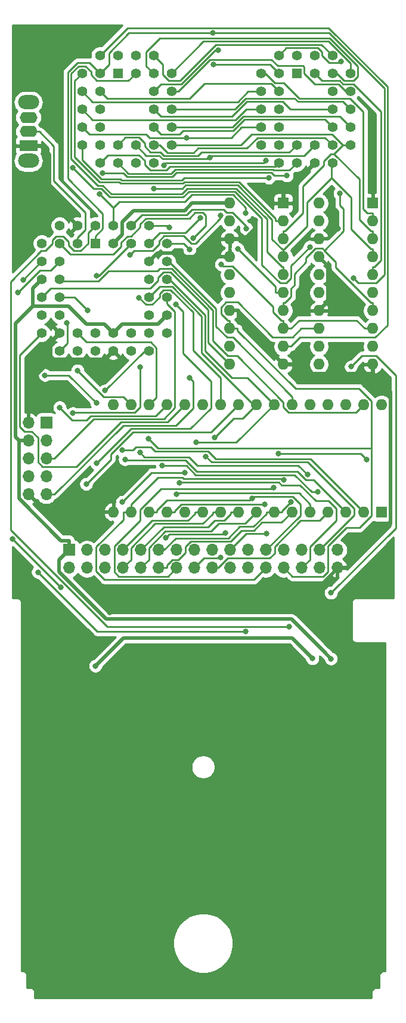
<source format=gbl>
%TF.GenerationSoftware,KiCad,Pcbnew,(5.1.10-1-10_14)*%
%TF.CreationDate,2023-03-20T05:39:49+08:00*%
%TF.ProjectId,GB_MemoryBackup_Mainboard,47425f4d-656d-46f7-9279-4261636b7570,1.3*%
%TF.SameCoordinates,Original*%
%TF.FileFunction,Copper,L2,Bot*%
%TF.FilePolarity,Positive*%
%FSLAX46Y46*%
G04 Gerber Fmt 4.6, Leading zero omitted, Abs format (unit mm)*
G04 Created by KiCad (PCBNEW (5.1.10-1-10_14)) date 2023-03-20 05:39:49*
%MOMM*%
%LPD*%
G01*
G04 APERTURE LIST*
%TA.AperFunction,ComponentPad*%
%ADD10O,1.700000X1.700000*%
%TD*%
%TA.AperFunction,ComponentPad*%
%ADD11R,1.700000X1.700000*%
%TD*%
%TA.AperFunction,ComponentPad*%
%ADD12O,1.600000X1.600000*%
%TD*%
%TA.AperFunction,ComponentPad*%
%ADD13R,1.600000X1.600000*%
%TD*%
%TA.AperFunction,ComponentPad*%
%ADD14C,1.422400*%
%TD*%
%TA.AperFunction,ComponentPad*%
%ADD15R,1.422400X1.422400*%
%TD*%
%TA.AperFunction,ComponentPad*%
%ADD16O,3.000000X2.000000*%
%TD*%
%TA.AperFunction,ComponentPad*%
%ADD17O,2.500000X1.600000*%
%TD*%
%TA.AperFunction,ComponentPad*%
%ADD18R,2.500000X1.600000*%
%TD*%
%TA.AperFunction,ViaPad*%
%ADD19C,0.800000*%
%TD*%
%TA.AperFunction,Conductor*%
%ADD20C,0.500000*%
%TD*%
%TA.AperFunction,Conductor*%
%ADD21C,0.250000*%
%TD*%
%TA.AperFunction,Conductor*%
%ADD22C,0.254000*%
%TD*%
%TA.AperFunction,Conductor*%
%ADD23C,0.100000*%
%TD*%
G04 APERTURE END LIST*
D10*
%TO.P,J4,32*%
%TO.N,GND*%
X108650000Y-86660000D03*
%TO.P,J4,31*%
%TO.N,/AAudioIn*%
X108650000Y-84120000D03*
%TO.P,J4,30*%
%TO.N,/~ARST*%
X106110000Y-86660000D03*
%TO.P,J4,29*%
%TO.N,/AD7*%
X106110000Y-84120000D03*
%TO.P,J4,28*%
%TO.N,/AD6*%
X103570000Y-86660000D03*
%TO.P,J4,27*%
%TO.N,/AD5*%
X103570000Y-84120000D03*
%TO.P,J4,26*%
%TO.N,/AD4*%
X101030000Y-86660000D03*
%TO.P,J4,25*%
%TO.N,/AD3*%
X101030000Y-84120000D03*
%TO.P,J4,24*%
%TO.N,/AD2*%
X98490000Y-86660000D03*
%TO.P,J4,23*%
%TO.N,/AD1*%
X98490000Y-84120000D03*
%TO.P,J4,22*%
%TO.N,/AD0*%
X95950000Y-86660000D03*
%TO.P,J4,21*%
%TO.N,/AA15_T*%
X95950000Y-84120000D03*
%TO.P,J4,20*%
%TO.N,/AA14*%
X93410000Y-86660000D03*
%TO.P,J4,19*%
%TO.N,/AA13*%
X93410000Y-84120000D03*
%TO.P,J4,18*%
%TO.N,/AA12*%
X90870000Y-86660000D03*
%TO.P,J4,17*%
%TO.N,/AA11*%
X90870000Y-84120000D03*
%TO.P,J4,16*%
%TO.N,/AA10*%
X88330000Y-86660000D03*
%TO.P,J4,15*%
%TO.N,/AA9*%
X88330000Y-84120000D03*
%TO.P,J4,14*%
%TO.N,/AA8*%
X85790000Y-86660000D03*
%TO.P,J4,13*%
%TO.N,/AA7*%
X85790000Y-84120000D03*
%TO.P,J4,12*%
%TO.N,/AA6*%
X83250000Y-86660000D03*
%TO.P,J4,11*%
%TO.N,/AA5*%
X83250000Y-84120000D03*
%TO.P,J4,10*%
%TO.N,/AA4*%
X80710000Y-86660000D03*
%TO.P,J4,9*%
%TO.N,/AA3*%
X80710000Y-84120000D03*
%TO.P,J4,8*%
%TO.N,/AA2*%
X78170000Y-86660000D03*
%TO.P,J4,7*%
%TO.N,/AA1*%
X78170000Y-84120000D03*
%TO.P,J4,6*%
%TO.N,/AA0*%
X75630000Y-86660000D03*
%TO.P,J4,5*%
%TO.N,/~ASRAM_CS*%
X75630000Y-84120000D03*
%TO.P,J4,4*%
%TO.N,/~ARD_T*%
X73090000Y-86660000D03*
%TO.P,J4,3*%
%TO.N,/~AWR_T*%
X73090000Y-84120000D03*
%TO.P,J4,2*%
%TO.N,/ACLK*%
X70550000Y-86660000D03*
D11*
%TO.P,J4,1*%
%TO.N,+5V*%
X70550000Y-84120000D03*
%TD*%
D12*
%TO.P,U7,20*%
%TO.N,+5V*%
X93345000Y-34925000D03*
%TO.P,U7,10*%
%TO.N,GND*%
X100965000Y-57785000D03*
%TO.P,U7,19*%
%TO.N,N/C*%
X93345000Y-37465000D03*
%TO.P,U7,9*%
%TO.N,/F040_A17*%
X100965000Y-55245000D03*
%TO.P,U7,18*%
%TO.N,GND*%
X93345000Y-40005000D03*
%TO.P,U7,8*%
%TO.N,/AD3*%
X100965000Y-52705000D03*
%TO.P,U7,17*%
%TO.N,GND*%
X93345000Y-42545000D03*
%TO.P,U7,7*%
%TO.N,/AD2*%
X100965000Y-50165000D03*
%TO.P,U7,16*%
%TO.N,N/C*%
X93345000Y-45085000D03*
%TO.P,U7,6*%
%TO.N,/F040_A16*%
X100965000Y-47625000D03*
%TO.P,U7,15*%
%TO.N,N/C*%
X93345000Y-47625000D03*
%TO.P,U7,5*%
%TO.N,/F040_A15*%
X100965000Y-45085000D03*
%TO.P,U7,14*%
%TO.N,GND*%
X93345000Y-50165000D03*
%TO.P,U7,4*%
%TO.N,/AD1*%
X100965000Y-42545000D03*
%TO.P,U7,13*%
%TO.N,/AD4*%
X93345000Y-52705000D03*
%TO.P,U7,3*%
%TO.N,/AD0*%
X100965000Y-40005000D03*
%TO.P,U7,12*%
%TO.N,/F040_A18*%
X93345000Y-55245000D03*
%TO.P,U7,2*%
%TO.N,/F040_A14*%
X100965000Y-37465000D03*
%TO.P,U7,11*%
%TO.N,/HC373_040_LE*%
X93345000Y-57785000D03*
D13*
%TO.P,U7,1*%
%TO.N,GND*%
X100965000Y-34925000D03*
%TD*%
D12*
%TO.P,U6,20*%
%TO.N,+5V*%
X106045000Y-34925000D03*
%TO.P,U6,10*%
%TO.N,GND*%
X113665000Y-57785000D03*
%TO.P,U6,19*%
%TO.N,N/C*%
X106045000Y-37465000D03*
%TO.P,U6,9*%
%TO.N,/F010_A17*%
X113665000Y-55245000D03*
%TO.P,U6,18*%
%TO.N,GND*%
X106045000Y-40005000D03*
%TO.P,U6,8*%
%TO.N,/AD3*%
X113665000Y-52705000D03*
%TO.P,U6,17*%
%TO.N,GND*%
X106045000Y-42545000D03*
%TO.P,U6,7*%
%TO.N,/AD2*%
X113665000Y-50165000D03*
%TO.P,U6,16*%
%TO.N,N/C*%
X106045000Y-45085000D03*
%TO.P,U6,6*%
%TO.N,/F010_A16*%
X113665000Y-47625000D03*
%TO.P,U6,15*%
%TO.N,N/C*%
X106045000Y-47625000D03*
%TO.P,U6,5*%
%TO.N,/F010_A15*%
X113665000Y-45085000D03*
%TO.P,U6,14*%
%TO.N,GND*%
X106045000Y-50165000D03*
%TO.P,U6,4*%
%TO.N,/AD1*%
X113665000Y-42545000D03*
%TO.P,U6,13*%
%TO.N,/AD4*%
X106045000Y-52705000D03*
%TO.P,U6,3*%
%TO.N,/AD0*%
X113665000Y-40005000D03*
%TO.P,U6,12*%
%TO.N,/F010_A18*%
X106045000Y-55245000D03*
%TO.P,U6,2*%
%TO.N,/F010_A14*%
X113665000Y-37465000D03*
%TO.P,U6,11*%
%TO.N,/HC373_010_LE*%
X106045000Y-57785000D03*
D13*
%TO.P,U6,1*%
%TO.N,GND*%
X113665000Y-34925000D03*
%TD*%
D12*
%TO.P,U4,32*%
%TO.N,VMEM*%
X114935000Y-63500000D03*
%TO.P,U4,16*%
%TO.N,GND*%
X76835000Y-78740000D03*
%TO.P,U4,31*%
%TO.N,/RAM_A15*%
X112395000Y-63500000D03*
%TO.P,U4,15*%
%TO.N,/AD2*%
X79375000Y-78740000D03*
%TO.P,U4,30*%
%TO.N,/RAM_CE2*%
X109855000Y-63500000D03*
%TO.P,U4,14*%
%TO.N,/AD1*%
X81915000Y-78740000D03*
%TO.P,U4,29*%
%TO.N,/~AWR*%
X107315000Y-63500000D03*
%TO.P,U4,13*%
%TO.N,/AD0*%
X84455000Y-78740000D03*
%TO.P,U4,28*%
%TO.N,/AA13*%
X104775000Y-63500000D03*
%TO.P,U4,12*%
%TO.N,/AA0*%
X86995000Y-78740000D03*
%TO.P,U4,27*%
%TO.N,/AA8*%
X102235000Y-63500000D03*
%TO.P,U4,11*%
%TO.N,/AA1*%
X89535000Y-78740000D03*
%TO.P,U4,26*%
%TO.N,/AA9*%
X99695000Y-63500000D03*
%TO.P,U4,10*%
%TO.N,/AA2*%
X92075000Y-78740000D03*
%TO.P,U4,25*%
%TO.N,/AA11*%
X97155000Y-63500000D03*
%TO.P,U4,9*%
%TO.N,/AA3*%
X94615000Y-78740000D03*
%TO.P,U4,24*%
%TO.N,/~ARD*%
X94615000Y-63500000D03*
%TO.P,U4,8*%
%TO.N,/AA4*%
X97155000Y-78740000D03*
%TO.P,U4,23*%
%TO.N,/AA10*%
X92075000Y-63500000D03*
%TO.P,U4,7*%
%TO.N,/AA5*%
X99695000Y-78740000D03*
%TO.P,U4,22*%
%TO.N,/~RAM_CE*%
X89535000Y-63500000D03*
%TO.P,U4,6*%
%TO.N,/AA6*%
X102235000Y-78740000D03*
%TO.P,U4,21*%
%TO.N,/AD7*%
X86995000Y-63500000D03*
%TO.P,U4,5*%
%TO.N,/AA7*%
X104775000Y-78740000D03*
%TO.P,U4,20*%
%TO.N,/AD6*%
X84455000Y-63500000D03*
%TO.P,U4,4*%
%TO.N,/AA12*%
X107315000Y-78740000D03*
%TO.P,U4,19*%
%TO.N,/AD5*%
X81915000Y-63500000D03*
%TO.P,U4,3*%
%TO.N,/RAM_A14*%
X109855000Y-78740000D03*
%TO.P,U4,18*%
%TO.N,/AD4*%
X79375000Y-63500000D03*
%TO.P,U4,2*%
%TO.N,/RAM_A16*%
X112395000Y-78740000D03*
%TO.P,U4,17*%
%TO.N,/AD3*%
X76835000Y-63500000D03*
D13*
%TO.P,U4,1*%
%TO.N,N/C*%
X114935000Y-78740000D03*
%TD*%
D14*
%TO.P,U3,39*%
%TO.N,/~F_CE_040*%
X66675000Y-40640000D03*
%TO.P,U3,37*%
%TO.N,/RAM_A14*%
X66675000Y-43180000D03*
%TO.P,U3,35*%
%TO.N,+5V*%
X66675000Y-45720000D03*
%TO.P,U3,33*%
%TO.N,/HC373_040_LE*%
X66675000Y-48260000D03*
%TO.P,U3,31*%
%TO.N,/HC373_010_LE*%
X66675000Y-50800000D03*
%TO.P,U3,40*%
%TO.N,/~F_CE_010*%
X69215000Y-38100000D03*
%TO.P,U3,38*%
%TO.N,/TDO*%
X69215000Y-43180000D03*
%TO.P,U3,36*%
%TO.N,/RAM_A15*%
X69215000Y-45720000D03*
%TO.P,U3,34*%
%TO.N,/RAM_A16*%
X69215000Y-48260000D03*
%TO.P,U3,32*%
%TO.N,/TCK*%
X69215000Y-50800000D03*
%TO.P,U3,30*%
%TO.N,GND*%
X69215000Y-53340000D03*
%TO.P,U3,28*%
%TO.N,/AD6*%
X69215000Y-55880000D03*
%TO.P,U3,26*%
%TO.N,/AD4*%
X71755000Y-55880000D03*
%TO.P,U3,24*%
%TO.N,/AD2*%
X74295000Y-55880000D03*
%TO.P,U3,22*%
%TO.N,GND*%
X76835000Y-55880000D03*
%TO.P,U3,20*%
%TO.N,/AD0*%
X79375000Y-55880000D03*
%TO.P,U3,18*%
%TO.N,/AA14*%
X81915000Y-55880000D03*
%TO.P,U3,29*%
%TO.N,/AD7*%
X66675000Y-53340000D03*
%TO.P,U3,27*%
%TO.N,/AD5*%
X71755000Y-53340000D03*
%TO.P,U3,25*%
%TO.N,/AD3*%
X74295000Y-53340000D03*
%TO.P,U3,23*%
%TO.N,+5V*%
X76835000Y-53340000D03*
%TO.P,U3,21*%
%TO.N,/AD1*%
X79375000Y-53340000D03*
%TO.P,U3,19*%
%TO.N,/AA15*%
X81915000Y-53340000D03*
%TO.P,U3,17*%
%TO.N,/AA13*%
X84455000Y-53340000D03*
%TO.P,U3,15*%
%TO.N,+5V*%
X84455000Y-50800000D03*
%TO.P,U3,13*%
%TO.N,/TMS*%
X84455000Y-48260000D03*
%TO.P,U3,11*%
%TO.N,/AA9*%
X84455000Y-45720000D03*
%TO.P,U3,9*%
%TO.N,/AA8*%
X84455000Y-43180000D03*
%TO.P,U3,7*%
%TO.N,/TDI*%
X84455000Y-40640000D03*
%TO.P,U3,16*%
%TO.N,/AA12*%
X81915000Y-50800000D03*
%TO.P,U3,14*%
%TO.N,/AA11*%
X81915000Y-48260000D03*
%TO.P,U3,12*%
%TO.N,/AA10*%
X81915000Y-45720000D03*
%TO.P,U3,10*%
%TO.N,GND*%
X81915000Y-43180000D03*
%TO.P,U3,8*%
%TO.N,/AA7*%
X81915000Y-40640000D03*
%TO.P,U3,42*%
%TO.N,GND*%
X71755000Y-38100000D03*
%TO.P,U3,44*%
%TO.N,/~ARST*%
X74295000Y-38100000D03*
%TO.P,U3,6*%
%TO.N,/~ARD_T*%
X81915000Y-38100000D03*
%TO.P,U3,4*%
%TO.N,/AA15_T*%
X79375000Y-38100000D03*
%TO.P,U3,2*%
%TO.N,/~ARD*%
X76835000Y-38100000D03*
%TO.P,U3,41*%
%TO.N,/~RAM_CE*%
X69215000Y-40640000D03*
%TO.P,U3,43*%
%TO.N,/~SW_1*%
X71755000Y-40640000D03*
%TO.P,U3,5*%
%TO.N,/~AWR_T*%
X79375000Y-40640000D03*
%TO.P,U3,3*%
%TO.N,+5V*%
X76835000Y-40640000D03*
D15*
%TO.P,U3,1*%
%TO.N,/~AWR*%
X74295000Y-40640000D03*
%TD*%
D14*
%TO.P,U2,29*%
%TO.N,/F040_A14*%
X72390000Y-16510000D03*
%TO.P,U2,27*%
%TO.N,/AA8*%
X72390000Y-19050000D03*
%TO.P,U2,25*%
%TO.N,/AA11*%
X72390000Y-21590000D03*
%TO.P,U2,23*%
%TO.N,/AA10*%
X72390000Y-24130000D03*
%TO.P,U2,28*%
%TO.N,/AA13*%
X74930000Y-19050000D03*
%TO.P,U2,26*%
%TO.N,/AA9*%
X74930000Y-21590000D03*
%TO.P,U2,24*%
%TO.N,/~ARD*%
X74930000Y-24130000D03*
%TO.P,U2,22*%
%TO.N,/~F_CE_040*%
X74930000Y-26670000D03*
%TO.P,U2,20*%
%TO.N,/AD6*%
X74930000Y-29210000D03*
%TO.P,U2,18*%
%TO.N,/AD4*%
X77470000Y-29210000D03*
%TO.P,U2,16*%
%TO.N,GND*%
X80010000Y-29210000D03*
%TO.P,U2,14*%
%TO.N,/AD1*%
X82550000Y-29210000D03*
%TO.P,U2,21*%
%TO.N,/AD7*%
X72390000Y-26670000D03*
%TO.P,U2,19*%
%TO.N,/AD5*%
X77470000Y-26670000D03*
%TO.P,U2,17*%
%TO.N,/AD3*%
X80010000Y-26670000D03*
%TO.P,U2,15*%
%TO.N,/AD2*%
X82550000Y-26670000D03*
%TO.P,U2,13*%
%TO.N,/AD0*%
X85090000Y-26670000D03*
%TO.P,U2,11*%
%TO.N,/AA1*%
X85090000Y-24130000D03*
%TO.P,U2,9*%
%TO.N,/AA3*%
X85090000Y-21590000D03*
%TO.P,U2,7*%
%TO.N,/AA5*%
X85090000Y-19050000D03*
%TO.P,U2,5*%
%TO.N,/AA7*%
X85090000Y-16510000D03*
%TO.P,U2,12*%
%TO.N,/AA0*%
X82550000Y-24130000D03*
%TO.P,U2,10*%
%TO.N,/AA2*%
X82550000Y-21590000D03*
%TO.P,U2,8*%
%TO.N,/AA4*%
X82550000Y-19050000D03*
%TO.P,U2,6*%
%TO.N,/AA6*%
X82550000Y-16510000D03*
%TO.P,U2,30*%
%TO.N,/F040_A17*%
X74930000Y-13970000D03*
%TO.P,U2,32*%
%TO.N,+5V*%
X77470000Y-13970000D03*
%TO.P,U2,4*%
%TO.N,/AA12*%
X82550000Y-13970000D03*
%TO.P,U2,2*%
%TO.N,/F040_A16*%
X80010000Y-13970000D03*
%TO.P,U2,31*%
%TO.N,/~AWR*%
X74930000Y-16510000D03*
%TO.P,U2,3*%
%TO.N,/F040_A15*%
X80010000Y-16510000D03*
D15*
%TO.P,U2,1*%
%TO.N,/F040_A18*%
X77470000Y-16510000D03*
%TD*%
D14*
%TO.P,U1,29*%
%TO.N,/F010_A14*%
X97790000Y-16510000D03*
%TO.P,U1,27*%
%TO.N,/AA8*%
X97790000Y-19050000D03*
%TO.P,U1,25*%
%TO.N,/AA11*%
X97790000Y-21590000D03*
%TO.P,U1,23*%
%TO.N,/AA10*%
X97790000Y-24130000D03*
%TO.P,U1,28*%
%TO.N,/AA13*%
X100330000Y-19050000D03*
%TO.P,U1,26*%
%TO.N,/AA9*%
X100330000Y-21590000D03*
%TO.P,U1,24*%
%TO.N,/~ARD*%
X100330000Y-24130000D03*
%TO.P,U1,22*%
%TO.N,/~F_CE_010*%
X100330000Y-26670000D03*
%TO.P,U1,20*%
%TO.N,/AD6*%
X100330000Y-29210000D03*
%TO.P,U1,18*%
%TO.N,/AD4*%
X102870000Y-29210000D03*
%TO.P,U1,16*%
%TO.N,GND*%
X105410000Y-29210000D03*
%TO.P,U1,14*%
%TO.N,/AD1*%
X107950000Y-29210000D03*
%TO.P,U1,21*%
%TO.N,/AD7*%
X97790000Y-26670000D03*
%TO.P,U1,19*%
%TO.N,/AD5*%
X102870000Y-26670000D03*
%TO.P,U1,17*%
%TO.N,/AD3*%
X105410000Y-26670000D03*
%TO.P,U1,15*%
%TO.N,/AD2*%
X107950000Y-26670000D03*
%TO.P,U1,13*%
%TO.N,/AD0*%
X110490000Y-26670000D03*
%TO.P,U1,11*%
%TO.N,/AA1*%
X110490000Y-24130000D03*
%TO.P,U1,9*%
%TO.N,/AA3*%
X110490000Y-21590000D03*
%TO.P,U1,7*%
%TO.N,/AA5*%
X110490000Y-19050000D03*
%TO.P,U1,5*%
%TO.N,/AA7*%
X110490000Y-16510000D03*
%TO.P,U1,12*%
%TO.N,/AA0*%
X107950000Y-24130000D03*
%TO.P,U1,10*%
%TO.N,/AA2*%
X107950000Y-21590000D03*
%TO.P,U1,8*%
%TO.N,/AA4*%
X107950000Y-19050000D03*
%TO.P,U1,6*%
%TO.N,/AA6*%
X107950000Y-16510000D03*
%TO.P,U1,30*%
%TO.N,/F010_A17*%
X100330000Y-13970000D03*
%TO.P,U1,32*%
%TO.N,+5V*%
X102870000Y-13970000D03*
%TO.P,U1,4*%
%TO.N,/AA12*%
X107950000Y-13970000D03*
%TO.P,U1,2*%
%TO.N,/F010_A16*%
X105410000Y-13970000D03*
%TO.P,U1,31*%
%TO.N,/~AWR*%
X100330000Y-16510000D03*
%TO.P,U1,3*%
%TO.N,/F010_A15*%
X105410000Y-16510000D03*
D15*
%TO.P,U1,1*%
%TO.N,/F010_A18*%
X102870000Y-16510000D03*
%TD*%
D16*
%TO.P,SW1,4*%
%TO.N,N/C*%
X64770000Y-20615000D03*
%TO.P,SW1,5*%
X64770000Y-28915000D03*
D17*
%TO.P,SW1,3*%
X64770000Y-22765000D03*
%TO.P,SW1,2*%
%TO.N,/~SW_1*%
X64770000Y-24765000D03*
D18*
%TO.P,SW1,1*%
%TO.N,GND*%
X64770000Y-26765000D03*
%TD*%
D11*
%TO.P,J3,1*%
%TO.N,/TCK*%
X67310000Y-66040000D03*
D10*
%TO.P,J3,2*%
%TO.N,GND*%
X64770000Y-66040000D03*
%TO.P,J3,3*%
%TO.N,/TDO*%
X67310000Y-68580000D03*
%TO.P,J3,4*%
%TO.N,+5V*%
X64770000Y-68580000D03*
%TO.P,J3,5*%
%TO.N,/TMS*%
X67310000Y-71120000D03*
%TO.P,J3,6*%
%TO.N,N/C*%
X64770000Y-71120000D03*
%TO.P,J3,7*%
X67310000Y-73660000D03*
%TO.P,J3,8*%
X64770000Y-73660000D03*
%TO.P,J3,9*%
%TO.N,/TDI*%
X67310000Y-76200000D03*
%TO.P,J3,10*%
%TO.N,GND*%
X64770000Y-76200000D03*
%TD*%
D19*
%TO.N,+5V*%
X107760000Y-99540000D03*
%TO.N,GND*%
X76316000Y-92973900D03*
X96979200Y-37337300D03*
X108743300Y-38570100D03*
X113000000Y-99540000D03*
%TO.N,/~ARST*%
X101814400Y-94965600D03*
%TO.N,/AD7*%
X89985100Y-70859400D03*
X98933200Y-31322600D03*
%TO.N,/AD6*%
X86252200Y-74564200D03*
X70251300Y-51882800D03*
X69215000Y-63905000D03*
%TO.N,/AD5*%
X83804600Y-72174500D03*
X105900200Y-75908400D03*
%TO.N,/AD4*%
X71755000Y-58656700D03*
X81860000Y-68360000D03*
%TO.N,/AD3*%
X80634900Y-70310400D03*
X104445800Y-73429600D03*
X92176600Y-43595400D03*
X90543600Y-28444000D03*
%TO.N,/AD2*%
X101036500Y-74181000D03*
X108987600Y-33525500D03*
%TO.N,/AD1*%
X96531600Y-76808200D03*
X82550000Y-32856500D03*
%TO.N,/AD0*%
X98337400Y-77667400D03*
%TO.N,/AA15*%
X95649800Y-95690600D03*
X66134800Y-87256400D03*
X80650000Y-58150000D03*
X71100000Y-64720000D03*
%TO.N,/AA14*%
X75659200Y-61503600D03*
X84289100Y-82419400D03*
X92745800Y-81707200D03*
%TO.N,/AA13*%
X98597900Y-81780300D03*
%TO.N,/AA12*%
X79204000Y-42278600D03*
X92104900Y-36700000D03*
%TO.N,/AA11*%
X91210000Y-68153000D03*
%TO.N,/AA10*%
X87231800Y-25625700D03*
X80465500Y-48313400D03*
X92066500Y-85172700D03*
%TO.N,/AA9*%
X98541800Y-28904100D03*
X84017900Y-29538300D03*
X88632000Y-68878000D03*
%TO.N,/AA8*%
X99627400Y-75242000D03*
%TO.N,/AA7*%
X89200300Y-36979700D03*
X85790000Y-76247000D03*
%TO.N,/AA5*%
X102024500Y-77338300D03*
%TO.N,/AA4*%
X112786300Y-71257100D03*
X100256800Y-70469100D03*
X91721200Y-13189300D03*
%TO.N,/AA0*%
X87020400Y-73141300D03*
X78115000Y-77320100D03*
%TO.N,/~ARD*%
X95630500Y-36339000D03*
X72998200Y-74755300D03*
X74854300Y-33583600D03*
%TO.N,/~AWR*%
X91070000Y-15286000D03*
X90996100Y-10789000D03*
X110996100Y-45572200D03*
X62527500Y-82577500D03*
X69350000Y-89400000D03*
%TO.N,/AA15_T*%
X95704300Y-38511100D03*
%TO.N,/~ARD_T*%
X74454800Y-71832000D03*
X85696900Y-49255000D03*
X84806800Y-38387500D03*
%TO.N,/~AWR_T*%
X74428600Y-45246000D03*
%TO.N,/TDO*%
X63272500Y-47586200D03*
%TO.N,/TDI*%
X87656100Y-41475800D03*
X87656100Y-59680300D03*
%TO.N,/~F_CE_010*%
X75308300Y-30645300D03*
X101493700Y-30995300D03*
%TO.N,/F040_A16*%
X94503000Y-41380600D03*
%TO.N,Net-(BT1-Pad1)*%
X74295000Y-100555000D03*
X105130000Y-99490000D03*
%TO.N,/F010_A17*%
X109213200Y-14821600D03*
%TO.N,/RAM_A14*%
X78491000Y-71271800D03*
X74480900Y-63285900D03*
X67126000Y-59328000D03*
X64017500Y-45794800D03*
%TO.N,/HC373_010_LE*%
X104732700Y-41113500D03*
X71106000Y-29925800D03*
%TO.N,/RAM_A16*%
X78075600Y-69962600D03*
X73202400Y-50121200D03*
%TO.N,/~RAM_CE*%
X88185800Y-39893800D03*
%TO.N,/RAM_CE2*%
X110576200Y-58119200D03*
X107750000Y-90182893D03*
%TD*%
D20*
%TO.N,+5V*%
X70550000Y-84120000D02*
X69109400Y-85560600D01*
X69109400Y-85560600D02*
X69109400Y-87237500D01*
X69109400Y-87237500D02*
X75798400Y-93926500D01*
X75798400Y-93926500D02*
X102141600Y-93926500D01*
X102141600Y-93926500D02*
X106781400Y-98566300D01*
X84455000Y-50800000D02*
X83185100Y-52069900D01*
X83185100Y-52069900D02*
X78105100Y-52069900D01*
X78105100Y-52069900D02*
X76835000Y-53340000D01*
X76835000Y-53340000D02*
X75578500Y-52083500D01*
X75578500Y-52083500D02*
X73032100Y-52083500D01*
X73032100Y-52083500D02*
X70478600Y-49530000D01*
X70478600Y-49530000D02*
X65401100Y-49530000D01*
X92044900Y-34925000D02*
X88004700Y-34925000D01*
X88004700Y-34925000D02*
X86962900Y-35966800D01*
X86962900Y-35966800D02*
X79740900Y-35966800D01*
X79740900Y-35966800D02*
X78105000Y-37602700D01*
X78105000Y-37602700D02*
X78105000Y-39370000D01*
X78105000Y-39370000D02*
X76835000Y-40640000D01*
X63419900Y-68580000D02*
X63419900Y-76821100D01*
X63419900Y-76821100D02*
X69368700Y-82769900D01*
X69368700Y-82769900D02*
X70550000Y-82769900D01*
X65401100Y-49530000D02*
X62916400Y-52014700D01*
X62916400Y-52014700D02*
X62916400Y-68076500D01*
X62916400Y-68076500D02*
X63419900Y-68580000D01*
X70550000Y-84120000D02*
X70550000Y-82769900D01*
X65401100Y-49530000D02*
X65401100Y-46993900D01*
X65401100Y-46993900D02*
X66675000Y-45720000D01*
X64770000Y-68580000D02*
X63419900Y-68580000D01*
X93345000Y-34925000D02*
X92044900Y-34925000D01*
X106786300Y-98566300D02*
X107760000Y-99540000D01*
X106781400Y-98566300D02*
X106786300Y-98566300D01*
%TO.N,GND*%
X76316000Y-92973900D02*
X103686200Y-92973900D01*
X93345000Y-40005000D02*
X95487100Y-40005000D01*
X95487100Y-40005000D02*
X96979200Y-38512900D01*
X96979200Y-38512900D02*
X96979200Y-37337300D01*
X113665000Y-59085100D02*
X103565200Y-59085100D01*
X103565200Y-59085100D02*
X102265100Y-57785000D01*
X110000100Y-86660000D02*
X116235200Y-80424900D01*
X116235200Y-80424900D02*
X116235200Y-61655300D01*
X116235200Y-61655300D02*
X113665000Y-59085100D01*
X113665000Y-57785000D02*
X113665000Y-59085100D01*
X100965000Y-57785000D02*
X102265100Y-57785000D01*
X94645100Y-50165000D02*
X94645100Y-51465100D01*
X94645100Y-51465100D02*
X100965000Y-57785000D01*
X108650000Y-86660000D02*
X110000100Y-86660000D01*
X106045000Y-42545000D02*
X107354400Y-43854400D01*
X107354400Y-43854400D02*
X107354400Y-48855600D01*
X107354400Y-48855600D02*
X106045000Y-50165000D01*
X68076900Y-57104200D02*
X64770000Y-60411100D01*
X64770000Y-60411100D02*
X64770000Y-64689900D01*
X76835000Y-55880000D02*
X75610800Y-57104200D01*
X75610800Y-57104200D02*
X68076900Y-57104200D01*
X68076900Y-57104200D02*
X67969400Y-56996700D01*
X67969400Y-56996700D02*
X67969400Y-54585600D01*
X67969400Y-54585600D02*
X69215000Y-53340000D01*
X81915000Y-43180000D02*
X83126400Y-41968600D01*
X83126400Y-41968600D02*
X86520900Y-41968600D01*
X86520900Y-41968600D02*
X87097300Y-42545000D01*
X87097300Y-42545000D02*
X92044900Y-42545000D01*
X93345000Y-50165000D02*
X94645100Y-50165000D01*
X76835000Y-78740000D02*
X75534900Y-78740000D01*
X64770000Y-76200000D02*
X67310000Y-78740000D01*
X67310000Y-78740000D02*
X75534900Y-78740000D01*
X64770000Y-26765000D02*
X66520100Y-26765000D01*
X71755000Y-38100000D02*
X67772700Y-34117700D01*
X67772700Y-34117700D02*
X67772700Y-28017600D01*
X67772700Y-28017600D02*
X66520100Y-26765000D01*
X93345000Y-42545000D02*
X92044900Y-42545000D01*
X106045000Y-40005000D02*
X107345100Y-40005000D01*
X107345100Y-40005000D02*
X107345100Y-39968300D01*
X107345100Y-39968300D02*
X108743300Y-38570100D01*
X100965000Y-34925000D02*
X100965000Y-33624900D01*
X100965000Y-33624900D02*
X100995100Y-33624900D01*
X100995100Y-33624900D02*
X105410000Y-29210000D01*
X64770000Y-66040000D02*
X64770000Y-64689900D01*
X106433900Y-92973900D02*
X113000000Y-99540000D01*
X103686200Y-92973900D02*
X106433900Y-92973900D01*
X106433900Y-92973900D02*
X106433900Y-88958998D01*
X108650000Y-86742898D02*
X108650000Y-86660000D01*
X106433900Y-88958998D02*
X108650000Y-86742898D01*
D21*
%TO.N,/~ARST*%
X74295000Y-38100000D02*
X73243900Y-39151100D01*
X73243900Y-39151100D02*
X73243900Y-40636700D01*
X73243900Y-40636700D02*
X72184600Y-41696000D01*
X72184600Y-41696000D02*
X71239100Y-41696000D01*
X71239100Y-41696000D02*
X70485000Y-40941900D01*
X70485000Y-40941900D02*
X70485000Y-40389500D01*
X70485000Y-40389500D02*
X69699100Y-39603600D01*
X69699100Y-39603600D02*
X68731000Y-39603600D01*
X68731000Y-39603600D02*
X68178600Y-40156000D01*
X68178600Y-40156000D02*
X68178600Y-40656900D01*
X68178600Y-40656900D02*
X67159100Y-41676400D01*
X67159100Y-41676400D02*
X66631900Y-41676400D01*
X66631900Y-41676400D02*
X62247000Y-46061300D01*
X62247000Y-46061300D02*
X62247000Y-81262600D01*
X62247000Y-81262600D02*
X75734400Y-94750000D01*
X62250604Y-81262600D02*
X62247000Y-81262600D01*
X75953604Y-94965600D02*
X62250604Y-81262600D01*
X101814400Y-94965600D02*
X75953604Y-94965600D01*
%TO.N,/AD7*%
X111019300Y-79210700D02*
X111019300Y-78264000D01*
X111019300Y-78264000D02*
X104410600Y-71655300D01*
X104410600Y-71655300D02*
X90781000Y-71655300D01*
X90781000Y-71655300D02*
X89985100Y-70859400D01*
X77916800Y-65994500D02*
X71614300Y-72297000D01*
X71614300Y-72297000D02*
X66786100Y-72297000D01*
X66786100Y-72297000D02*
X66134800Y-71645700D01*
X66134800Y-71645700D02*
X66134800Y-68191700D01*
X66134800Y-68191700D02*
X65253100Y-67310000D01*
X65253100Y-67310000D02*
X64232300Y-67310000D01*
X64232300Y-67310000D02*
X63544500Y-66622200D01*
X63544500Y-66622200D02*
X63544500Y-56470500D01*
X63544500Y-56470500D02*
X66675000Y-53340000D01*
X98933200Y-31322600D02*
X86903400Y-31322600D01*
X86903400Y-31322600D02*
X86578300Y-31647700D01*
X86578300Y-31647700D02*
X77997900Y-31647700D01*
X77997900Y-31647700D02*
X77844700Y-31494500D01*
X77844700Y-31494500D02*
X75130900Y-31494500D01*
X75130900Y-31494500D02*
X72390000Y-28753600D01*
X72390000Y-28753600D02*
X72390000Y-26670000D01*
X106110000Y-84120000D02*
X111019300Y-79210700D01*
X84500500Y-65994500D02*
X86995000Y-63500000D01*
X77916800Y-65994500D02*
X84500500Y-65994500D01*
%TO.N,/AD6*%
X86252200Y-74564200D02*
X86299900Y-74516500D01*
X86299900Y-74516500D02*
X100346600Y-74516500D01*
X100346600Y-74516500D02*
X100736200Y-74906100D01*
X100736200Y-74906100D02*
X103373400Y-74906100D01*
X103373400Y-74906100D02*
X105637400Y-77170100D01*
X105637400Y-77170100D02*
X107373000Y-77170100D01*
X107373000Y-77170100D02*
X108462300Y-78259400D01*
X108462300Y-78259400D02*
X108462300Y-79932700D01*
X108462300Y-79932700D02*
X104745100Y-83649900D01*
X100330000Y-29210000D02*
X99851600Y-29688400D01*
X99851600Y-29688400D02*
X84907000Y-29688400D01*
X84907000Y-29688400D02*
X84331900Y-30263500D01*
X84331900Y-30263500D02*
X82075300Y-30263500D01*
X82075300Y-30263500D02*
X81315400Y-29503600D01*
X81315400Y-29503600D02*
X81315400Y-28912500D01*
X81315400Y-28912500D02*
X80512100Y-28109200D01*
X80512100Y-28109200D02*
X76030800Y-28109200D01*
X76030800Y-28109200D02*
X74930000Y-29210000D01*
X69215000Y-55880000D02*
X70335900Y-54759100D01*
X70335900Y-54759100D02*
X70335900Y-51967400D01*
X70335900Y-51967400D02*
X70251300Y-51882800D01*
X104745100Y-85484900D02*
X104745100Y-83649900D01*
X103570000Y-86660000D02*
X104745100Y-85484900D01*
X82866000Y-65089000D02*
X73606000Y-65089000D01*
X84455000Y-63500000D02*
X82866000Y-65089000D01*
X69215000Y-63905000D02*
X70980000Y-65670000D01*
X73025000Y-65670000D02*
X73606000Y-65089000D01*
X70980000Y-65670000D02*
X73025000Y-65670000D01*
%TO.N,/AD5*%
X105900200Y-75908400D02*
X105014800Y-75908400D01*
X105014800Y-75908400D02*
X102562200Y-73455800D01*
X102562200Y-73455800D02*
X88519800Y-73455800D01*
X88519800Y-73455800D02*
X87238500Y-72174500D01*
X87238500Y-72174500D02*
X83804600Y-72174500D01*
X77470000Y-26670000D02*
X78523300Y-25616700D01*
X78523300Y-25616700D02*
X80436700Y-25616700D01*
X80436700Y-25616700D02*
X81280000Y-26460000D01*
X81280000Y-26460000D02*
X81280000Y-26881700D01*
X81280000Y-26881700D02*
X82115300Y-27717000D01*
X82115300Y-27717000D02*
X83552100Y-27717000D01*
X83552100Y-27717000D02*
X84034200Y-28199100D01*
X84034200Y-28199100D02*
X88861600Y-28199100D01*
X88861600Y-28199100D02*
X89345700Y-27715000D01*
X89345700Y-27715000D02*
X101825000Y-27715000D01*
X101825000Y-27715000D02*
X102870000Y-26670000D01*
X72848300Y-54433300D02*
X71755000Y-53340000D01*
X82961500Y-62453500D02*
X82961500Y-55448400D01*
X81915000Y-63500000D02*
X82961500Y-62453500D01*
X73048450Y-54633450D02*
X72848300Y-54433300D01*
X82146550Y-54633450D02*
X73048450Y-54633450D01*
X82961500Y-55448400D02*
X82146550Y-54633450D01*
%TO.N,/AD4*%
X113527300Y-69644400D02*
X113527300Y-63033000D01*
X113527300Y-63033000D02*
X111699500Y-61205200D01*
X111699500Y-61205200D02*
X102708000Y-61205200D01*
X102708000Y-61205200D02*
X94470100Y-52967300D01*
X94470100Y-52967300D02*
X94470100Y-52705000D01*
X107295200Y-83571500D02*
X109910600Y-80956100D01*
X109910600Y-80956100D02*
X111835100Y-80956100D01*
X111835100Y-80956100D02*
X113527300Y-79263900D01*
X113527300Y-79263900D02*
X113527300Y-69644400D01*
X113527300Y-69644400D02*
X84396800Y-69644400D01*
X93345000Y-52705000D02*
X94470100Y-52705000D01*
X102870000Y-29210000D02*
X101816700Y-30263300D01*
X101816700Y-30263300D02*
X99611400Y-30263300D01*
X99611400Y-30263300D02*
X99486600Y-30138500D01*
X99486600Y-30138500D02*
X85619700Y-30138500D01*
X85619700Y-30138500D02*
X85039100Y-30719100D01*
X85039100Y-30719100D02*
X78979100Y-30719100D01*
X78979100Y-30719100D02*
X77470000Y-29210000D01*
X93345000Y-52705000D02*
X93345000Y-51579900D01*
X106045000Y-52705000D02*
X103500100Y-52705000D01*
X103500100Y-52705000D02*
X102304000Y-53901100D01*
X102304000Y-53901100D02*
X99458900Y-53901100D01*
X99458900Y-53901100D02*
X94497400Y-48939600D01*
X94497400Y-48939600D02*
X92865100Y-48939600D01*
X92865100Y-48939600D02*
X92123900Y-49680800D01*
X92123900Y-49680800D02*
X92123900Y-50621100D01*
X92123900Y-50621100D02*
X93082700Y-51579900D01*
X93082700Y-51579900D02*
X93345000Y-51579900D01*
X101030000Y-86660000D02*
X102231100Y-87861100D01*
X107295200Y-87213802D02*
X107295200Y-83571500D01*
X106647902Y-87861100D02*
X107295200Y-87213802D01*
X102231100Y-87861100D02*
X106647902Y-87861100D01*
X83144400Y-69644400D02*
X84396800Y-69644400D01*
X81860000Y-68360000D02*
X83144400Y-69644400D01*
X75473200Y-62374900D02*
X71755000Y-58656700D01*
X78249900Y-62374900D02*
X75473200Y-62374900D01*
X79375000Y-63500000D02*
X78249900Y-62374900D01*
%TO.N,/AD3*%
X80634900Y-70310400D02*
X81278100Y-70953600D01*
X81278100Y-70953600D02*
X87609000Y-70953600D01*
X87609000Y-70953600D02*
X88760900Y-72105500D01*
X88760900Y-72105500D02*
X103121700Y-72105500D01*
X103121700Y-72105500D02*
X104445800Y-73429600D01*
X100965000Y-51579900D02*
X100731800Y-51579900D01*
X100731800Y-51579900D02*
X99550200Y-50398300D01*
X99550200Y-50398300D02*
X99550200Y-49635900D01*
X99550200Y-49635900D02*
X93764600Y-43850300D01*
X93764600Y-43850300D02*
X92431500Y-43850300D01*
X92431500Y-43850300D02*
X92176600Y-43595400D01*
X90543600Y-28444000D02*
X90338300Y-28649300D01*
X90338300Y-28649300D02*
X83847700Y-28649300D01*
X83847700Y-28649300D02*
X83365700Y-28167300D01*
X83365700Y-28167300D02*
X81507300Y-28167300D01*
X81507300Y-28167300D02*
X80010000Y-26670000D01*
X105410000Y-26670000D02*
X103906300Y-28173700D01*
X103906300Y-28173700D02*
X90813900Y-28173700D01*
X90813900Y-28173700D02*
X90543600Y-28444000D01*
X100965000Y-52705000D02*
X100965000Y-51579900D01*
X100965000Y-52705000D02*
X102090100Y-52705000D01*
X113665000Y-52705000D02*
X112539900Y-52705000D01*
X112539900Y-52705000D02*
X111382400Y-51547500D01*
X111382400Y-51547500D02*
X103247600Y-51547500D01*
X103247600Y-51547500D02*
X102090100Y-52705000D01*
%TO.N,/AD2*%
X79375000Y-77614900D02*
X83150800Y-73839100D01*
X83150800Y-73839100D02*
X86692800Y-73839100D01*
X86692800Y-73839100D02*
X86865600Y-74011900D01*
X86865600Y-74011900D02*
X100867400Y-74011900D01*
X100867400Y-74011900D02*
X101036500Y-74181000D01*
X107950000Y-26670000D02*
X106899500Y-25619500D01*
X106899500Y-25619500D02*
X97295600Y-25619500D01*
X97295600Y-25619500D02*
X95804500Y-27110600D01*
X95804500Y-27110600D02*
X88862300Y-27110600D01*
X88862300Y-27110600D02*
X88229900Y-27743000D01*
X88229900Y-27743000D02*
X84532900Y-27743000D01*
X84532900Y-27743000D02*
X83459900Y-26670000D01*
X83459900Y-26670000D02*
X82550000Y-26670000D01*
X79375000Y-78740000D02*
X79375000Y-77614900D01*
X106787800Y-41621800D02*
X109518400Y-38891200D01*
X109518400Y-38891200D02*
X109518400Y-35764500D01*
X109518400Y-35764500D02*
X108987600Y-35233700D01*
X108987600Y-35233700D02*
X108987600Y-33525500D01*
X100965000Y-49039900D02*
X101246400Y-49039900D01*
X101246400Y-49039900D02*
X102090100Y-48196200D01*
X102090100Y-48196200D02*
X102090100Y-46981200D01*
X102090100Y-46981200D02*
X102540200Y-46531100D01*
X102540200Y-46531100D02*
X102540200Y-44971300D01*
X102540200Y-44971300D02*
X104200400Y-43311100D01*
X104200400Y-43311100D02*
X104200400Y-42674500D01*
X104200400Y-42674500D02*
X105525200Y-41349700D01*
X105525200Y-41349700D02*
X106515600Y-41349700D01*
X106515600Y-41349700D02*
X106787800Y-41621800D01*
X113665000Y-49039900D02*
X113431800Y-49039900D01*
X113431800Y-49039900D02*
X108448900Y-44057000D01*
X108448900Y-44057000D02*
X108448900Y-43283000D01*
X108448900Y-43283000D02*
X106787800Y-41621800D01*
X113665000Y-50165000D02*
X113665000Y-49039900D01*
X100965000Y-50165000D02*
X100965000Y-49039900D01*
X78249900Y-79815200D02*
X78249900Y-78740000D01*
X74414900Y-83650200D02*
X78249900Y-79815200D01*
X74414900Y-87135300D02*
X74414900Y-83650200D01*
X75596200Y-88316600D02*
X74414900Y-87135300D01*
X78249900Y-78740000D02*
X79375000Y-78740000D01*
X96833400Y-88316600D02*
X75596200Y-88316600D01*
X98490000Y-86660000D02*
X96833400Y-88316600D01*
%TO.N,/AD1*%
X83040100Y-78740000D02*
X83040100Y-78506800D01*
X83040100Y-78506800D02*
X84460100Y-77086800D01*
X84460100Y-77086800D02*
X96253000Y-77086800D01*
X96253000Y-77086800D02*
X96531600Y-76808200D01*
X103390800Y-79219200D02*
X103390800Y-77626800D01*
X103390800Y-77626800D02*
X102331700Y-76567700D01*
X102331700Y-76567700D02*
X96772100Y-76567700D01*
X96772100Y-76567700D02*
X96531600Y-76808200D01*
X81915000Y-78740000D02*
X83040100Y-78740000D01*
X100965000Y-41491000D02*
X100845000Y-41491000D01*
X100845000Y-41491000D02*
X99389700Y-40035700D01*
X99389700Y-40035700D02*
X99389700Y-37273400D01*
X99389700Y-37273400D02*
X94505200Y-32388900D01*
X94505200Y-32388900D02*
X87110200Y-32388900D01*
X87110200Y-32388900D02*
X86642600Y-32856500D01*
X86642600Y-32856500D02*
X82550000Y-32856500D01*
X107856300Y-31368500D02*
X104392500Y-34832300D01*
X104392500Y-34832300D02*
X104392500Y-38168600D01*
X104392500Y-38168600D02*
X101070100Y-41491000D01*
X101070100Y-41491000D02*
X100965000Y-41491000D01*
X100965000Y-42545000D02*
X100965000Y-41491000D01*
X107856300Y-31368500D02*
X110637500Y-34149700D01*
X110637500Y-34149700D02*
X110637500Y-38625600D01*
X110637500Y-38625600D02*
X113431800Y-41419900D01*
X113431800Y-41419900D02*
X113665000Y-41419900D01*
X107950000Y-29210000D02*
X107856300Y-29303700D01*
X107856300Y-29303700D02*
X107856300Y-31368500D01*
X113665000Y-42545000D02*
X113665000Y-41419900D01*
X98490000Y-84120000D02*
X103390800Y-79219200D01*
%TO.N,/AD0*%
X85580100Y-78740000D02*
X85580100Y-78550400D01*
X85580100Y-78550400D02*
X86517000Y-77613500D01*
X86517000Y-77613500D02*
X98283500Y-77613500D01*
X98283500Y-77613500D02*
X98337400Y-77667400D01*
X113665000Y-38879900D02*
X113431800Y-38879900D01*
X113431800Y-38879900D02*
X111785800Y-37233900D01*
X111785800Y-37233900D02*
X111785800Y-31537700D01*
X111785800Y-31537700D02*
X108188100Y-27940000D01*
X84455000Y-78740000D02*
X85580100Y-78740000D01*
X85090000Y-26670000D02*
X85099500Y-26660500D01*
X85099500Y-26660500D02*
X94981400Y-26660500D01*
X94981400Y-26660500D02*
X96472600Y-25169300D01*
X96472600Y-25169300D02*
X107947200Y-25169300D01*
X107947200Y-25169300D02*
X109453000Y-26675100D01*
X108188100Y-27940000D02*
X109453000Y-26675100D01*
X100965000Y-38879900D02*
X101246300Y-38879900D01*
X101246300Y-38879900D02*
X103783300Y-36342900D01*
X103783300Y-36342900D02*
X103783300Y-32509100D01*
X103783300Y-32509100D02*
X106705500Y-29586900D01*
X106705500Y-29586900D02*
X106705500Y-28943700D01*
X106705500Y-28943700D02*
X107709200Y-27940000D01*
X107709200Y-27940000D02*
X108188100Y-27940000D01*
X113665000Y-40005000D02*
X113665000Y-38879900D01*
X100965000Y-40005000D02*
X100965000Y-38879900D01*
X110490000Y-26670000D02*
X110484900Y-26675100D01*
X110484900Y-26675100D02*
X109453000Y-26675100D01*
%TO.N,/AA15*%
X95649800Y-95690600D02*
X74569000Y-95690600D01*
X74569000Y-95690600D02*
X66134800Y-87256400D01*
X71181200Y-64638800D02*
X71100000Y-64720000D01*
X80650000Y-63839700D02*
X79850900Y-64638800D01*
X79850900Y-64638800D02*
X71181200Y-64638800D01*
X80650000Y-58150000D02*
X80650000Y-63839700D01*
%TO.N,/AA14*%
X81915000Y-55880000D02*
X81282800Y-55880000D01*
X81282800Y-55880000D02*
X75659200Y-61503600D01*
X92745800Y-81707200D02*
X92562300Y-81890700D01*
X92562300Y-81890700D02*
X84817800Y-81890700D01*
X84817800Y-81890700D02*
X84289100Y-82419400D01*
%TO.N,/AA13*%
X93410000Y-84120000D02*
X95749700Y-81780300D01*
X95749700Y-81780300D02*
X98597900Y-81780300D01*
X100330000Y-19050000D02*
X99267100Y-17987100D01*
X99267100Y-17987100D02*
X89750600Y-17987100D01*
X89750600Y-17987100D02*
X87647100Y-20090600D01*
X87647100Y-20090600D02*
X75970600Y-20090600D01*
X75970600Y-20090600D02*
X74930000Y-19050000D01*
%TO.N,/AA12*%
X79204000Y-42278600D02*
X79806200Y-41676400D01*
X79806200Y-41676400D02*
X82389000Y-41676400D01*
X82389000Y-41676400D02*
X83344300Y-40721100D01*
X83344300Y-40721100D02*
X83344300Y-40285100D01*
X83344300Y-40285100D02*
X84062500Y-39566900D01*
X84062500Y-39566900D02*
X86833500Y-39566900D01*
X86833500Y-39566900D02*
X87885500Y-40618900D01*
X87885500Y-40618900D02*
X88486200Y-40618900D01*
X88486200Y-40618900D02*
X92104900Y-37000200D01*
X92104900Y-37000200D02*
X92104900Y-36700000D01*
X82550000Y-13970000D02*
X83820000Y-15240000D01*
X83820000Y-15240000D02*
X83820000Y-16707900D01*
X83820000Y-16707900D02*
X84668500Y-17556400D01*
X84668500Y-17556400D02*
X86302500Y-17556400D01*
X86302500Y-17556400D02*
X91430500Y-12428400D01*
X91430500Y-12428400D02*
X106408400Y-12428400D01*
X106408400Y-12428400D02*
X107950000Y-13970000D01*
X93088500Y-85295200D02*
X99015700Y-85295200D01*
X99015700Y-85295200D02*
X99760000Y-84550900D01*
X99760000Y-84550900D02*
X99760000Y-83619700D01*
X99760000Y-83619700D02*
X103448100Y-79931600D01*
X91723700Y-86660000D02*
X93088500Y-85295200D01*
X90870000Y-86660000D02*
X91723700Y-86660000D01*
X106123400Y-79931600D02*
X103448100Y-79931600D01*
X107315000Y-78740000D02*
X106123400Y-79931600D01*
%TO.N,/AA11*%
X96821500Y-63500000D02*
X96739500Y-63500000D01*
X96739500Y-63500000D02*
X89401200Y-56161700D01*
X89401200Y-56161700D02*
X89401200Y-50986100D01*
X89401200Y-50986100D02*
X85175200Y-46760100D01*
X85175200Y-46760100D02*
X83414900Y-46760100D01*
X83414900Y-46760100D02*
X81915000Y-48260000D01*
X97155000Y-63500000D02*
X96821500Y-63500000D01*
X72390000Y-21590000D02*
X73879100Y-23079100D01*
X73879100Y-23079100D02*
X94194600Y-23079100D01*
X94194600Y-23079100D02*
X95683700Y-21590000D01*
X95683700Y-21590000D02*
X97790000Y-21590000D01*
X95195000Y-65460000D02*
X97155000Y-63500000D01*
X93903000Y-65460000D02*
X91210000Y-68153000D01*
X95195000Y-65460000D02*
X93903000Y-65460000D01*
%TO.N,/AA10*%
X92075000Y-62374900D02*
X92075000Y-59704300D01*
X92075000Y-59704300D02*
X88147300Y-55776600D01*
X88147300Y-55776600D02*
X88147300Y-50368800D01*
X88147300Y-50368800D02*
X84988700Y-47210200D01*
X84988700Y-47210200D02*
X83986700Y-47210200D01*
X83986700Y-47210200D02*
X83418600Y-47778300D01*
X83418600Y-47778300D02*
X83418600Y-48235400D01*
X83418600Y-48235400D02*
X82330600Y-49323400D01*
X82330600Y-49323400D02*
X81475500Y-49323400D01*
X81475500Y-49323400D02*
X80465500Y-48313400D01*
X97790000Y-24130000D02*
X95053500Y-24130000D01*
X95053500Y-24130000D02*
X93557800Y-25625700D01*
X93557800Y-25625700D02*
X87231800Y-25625700D01*
X87231800Y-25625700D02*
X81960900Y-25625700D01*
X81960900Y-25625700D02*
X81501700Y-25166500D01*
X81501700Y-25166500D02*
X73426500Y-25166500D01*
X73426500Y-25166500D02*
X72390000Y-24130000D01*
X92075000Y-63500000D02*
X92075000Y-62374900D01*
X89694999Y-85295001D02*
X91944199Y-85295001D01*
X91944199Y-85295001D02*
X92066500Y-85172700D01*
X88330000Y-86660000D02*
X89694999Y-85295001D01*
%TO.N,/AA9*%
X98541800Y-28904100D02*
X98207600Y-29238300D01*
X98207600Y-29238300D02*
X84317900Y-29238300D01*
X84317900Y-29238300D02*
X84017900Y-29538300D01*
X95041600Y-59711000D02*
X93647100Y-59711000D01*
X93647100Y-59711000D02*
X89851300Y-55915200D01*
X89851300Y-55915200D02*
X89851300Y-50799600D01*
X89851300Y-50799600D02*
X84771700Y-45720000D01*
X84771700Y-45720000D02*
X84455000Y-45720000D01*
X95906000Y-59711000D02*
X99695000Y-63500000D01*
X95041600Y-59711000D02*
X95906000Y-59711000D01*
X94317000Y-68878000D02*
X99695000Y-63500000D01*
X88632000Y-68878000D02*
X94317000Y-68878000D01*
%TO.N,/AA8*%
X85790000Y-86660000D02*
X84583600Y-87866400D01*
X84583600Y-87866400D02*
X77614300Y-87866400D01*
X77614300Y-87866400D02*
X76989300Y-87241400D01*
X76989300Y-87241400D02*
X76989300Y-83586200D01*
X76989300Y-83586200D02*
X80645000Y-79930500D01*
X80645000Y-79930500D02*
X80645000Y-78398200D01*
X80645000Y-78398200D02*
X83578600Y-75464600D01*
X83578600Y-75464600D02*
X99404800Y-75464600D01*
X99404800Y-75464600D02*
X99627400Y-75242000D01*
X84455000Y-43180000D02*
X84711000Y-43180000D01*
X84711000Y-43180000D02*
X91426700Y-49895700D01*
X91426700Y-49895700D02*
X91426700Y-52414100D01*
X91426700Y-52414100D02*
X92987600Y-53975000D01*
X92987600Y-53975000D02*
X93835100Y-53975000D01*
X93835100Y-53975000D02*
X102235000Y-62374900D01*
X97790000Y-19050000D02*
X95991000Y-19050000D01*
X95991000Y-19050000D02*
X94500200Y-20540800D01*
X94500200Y-20540800D02*
X73880800Y-20540800D01*
X73880800Y-20540800D02*
X72390000Y-19050000D01*
X102235000Y-63500000D02*
X102235000Y-62374900D01*
%TO.N,/AA7*%
X104775000Y-77614900D02*
X103221700Y-76061600D01*
X103221700Y-76061600D02*
X85975400Y-76061600D01*
X85975400Y-76061600D02*
X85790000Y-76247000D01*
X81915000Y-40640000D02*
X83438300Y-39116700D01*
X83438300Y-39116700D02*
X87063300Y-39116700D01*
X87063300Y-39116700D02*
X89200300Y-36979700D01*
X85090000Y-16510000D02*
X89635600Y-11964400D01*
X89635600Y-11964400D02*
X107416600Y-11964400D01*
X107416600Y-11964400D02*
X110490000Y-15037800D01*
X110490000Y-15037800D02*
X110490000Y-16510000D01*
X104775000Y-78740000D02*
X104775000Y-77614900D01*
%TO.N,/AA6*%
X107950000Y-16510000D02*
X108586800Y-16510000D01*
X108586800Y-16510000D02*
X109624900Y-17548100D01*
X109624900Y-17548100D02*
X110953400Y-17548100D01*
X110953400Y-17548100D02*
X111574000Y-16927500D01*
X111574000Y-16927500D02*
X111574000Y-15485100D01*
X111574000Y-15485100D02*
X107603100Y-11514200D01*
X107603100Y-11514200D02*
X83458600Y-11514200D01*
X83458600Y-11514200D02*
X81508200Y-13464600D01*
X81508200Y-13464600D02*
X81508200Y-15468200D01*
X81508200Y-15468200D02*
X82550000Y-16510000D01*
X84425100Y-86660000D02*
X83250000Y-86660000D01*
X84425100Y-86292700D02*
X84425100Y-86660000D01*
X85232900Y-85484900D02*
X84425100Y-86292700D01*
X100748600Y-80226400D02*
X97953200Y-80226400D01*
X87060000Y-84514100D02*
X86089200Y-85484900D01*
X87851600Y-82882400D02*
X87060000Y-83674000D01*
X93487600Y-82882400D02*
X87851600Y-82882400D01*
X87060000Y-83674000D02*
X87060000Y-84514100D01*
X96849400Y-81330200D02*
X95039800Y-81330200D01*
X95039800Y-81330200D02*
X93487600Y-82882400D01*
X86089200Y-85484900D02*
X85232900Y-85484900D01*
X97953200Y-80226400D02*
X96849400Y-81330200D01*
X102235000Y-78740000D02*
X100748600Y-80226400D01*
%TO.N,/AA5*%
X100820100Y-78740000D02*
X100820100Y-78542700D01*
X100820100Y-78542700D02*
X102024500Y-77338300D01*
X85747500Y-82432300D02*
X93155400Y-82432300D01*
X93155400Y-82432300D02*
X94780500Y-80807200D01*
X94780500Y-80807200D02*
X96735800Y-80807200D01*
X96735800Y-80807200D02*
X98569900Y-78973100D01*
X98569900Y-78973100D02*
X98569900Y-78740000D01*
X99695000Y-78740000D02*
X98569900Y-78740000D01*
X100257600Y-78740000D02*
X99695000Y-78740000D01*
X100257600Y-78740000D02*
X100820100Y-78740000D01*
X84059800Y-84120000D02*
X85747500Y-82432300D01*
X83250000Y-84120000D02*
X84059800Y-84120000D01*
X109853400Y-19050000D02*
X110490000Y-19050000D01*
X105428200Y-18005300D02*
X108808700Y-18005300D01*
X103914100Y-16491200D02*
X105428200Y-18005300D01*
X103914100Y-15614200D02*
X103914100Y-16491200D01*
X90571201Y-14560999D02*
X99312399Y-14560999D01*
X103724100Y-15424200D02*
X103914100Y-15614200D01*
X100175600Y-15424200D02*
X103724100Y-15424200D01*
X86082200Y-19050000D02*
X90571201Y-14560999D01*
X108808700Y-18005300D02*
X109853400Y-19050000D01*
X99312399Y-14560999D02*
X100175600Y-15424200D01*
X85090000Y-19050000D02*
X86082200Y-19050000D01*
%TO.N,/AA4*%
X112786300Y-71257100D02*
X111998300Y-70469100D01*
X111998300Y-70469100D02*
X100256800Y-70469100D01*
X82550000Y-19050000D02*
X83589900Y-18010100D01*
X83589900Y-18010100D02*
X86485500Y-18010100D01*
X86485500Y-18010100D02*
X91306300Y-13189300D01*
X91306300Y-13189300D02*
X91721200Y-13189300D01*
X81885100Y-85484900D02*
X80710000Y-86660000D01*
X81885100Y-83794400D02*
X81885100Y-85484900D01*
X91804400Y-80357000D02*
X90720900Y-81440500D01*
X84239000Y-81440500D02*
X81885100Y-83794400D01*
X90720900Y-81440500D02*
X84239000Y-81440500D01*
X95538000Y-80357000D02*
X91804400Y-80357000D01*
X97155000Y-78740000D02*
X95538000Y-80357000D01*
%TO.N,/AA3*%
X94615000Y-78740000D02*
X93489900Y-78740000D01*
X80710000Y-84120000D02*
X83998500Y-80831500D01*
X83998500Y-80831500D02*
X90295400Y-80831500D01*
X90295400Y-80831500D02*
X91220100Y-79906800D01*
X91220100Y-79906800D02*
X92556200Y-79906800D01*
X92556200Y-79906800D02*
X93489900Y-78973100D01*
X93489900Y-78973100D02*
X93489900Y-78740000D01*
X110490000Y-21590000D02*
X109436500Y-20536500D01*
X109436500Y-20536500D02*
X103051200Y-20536500D01*
X103051200Y-20536500D02*
X102601000Y-20086300D01*
X102601000Y-20086300D02*
X95591300Y-20086300D01*
X95591300Y-20086300D02*
X94087600Y-21590000D01*
X94087600Y-21590000D02*
X85090000Y-21590000D01*
%TO.N,/AA2*%
X92075000Y-78740000D02*
X90949900Y-78740000D01*
X79345100Y-83819100D02*
X82782900Y-80381300D01*
X82782900Y-80381300D02*
X89541700Y-80381300D01*
X89541700Y-80381300D02*
X90949900Y-78973100D01*
X90949900Y-78973100D02*
X90949900Y-78740000D01*
X82550000Y-21590000D02*
X83588900Y-22628900D01*
X83588900Y-22628900D02*
X93685400Y-22628900D01*
X93685400Y-22628900D02*
X95777800Y-20536500D01*
X95777800Y-20536500D02*
X100916200Y-20536500D01*
X100916200Y-20536500D02*
X101969700Y-21590000D01*
X101969700Y-21590000D02*
X107950000Y-21590000D01*
X79345100Y-85484900D02*
X79345100Y-83819100D01*
X78170000Y-86660000D02*
X79345100Y-85484900D01*
%TO.N,/AA1*%
X89535000Y-78740000D02*
X88409900Y-78740000D01*
X78170000Y-84120000D02*
X82358900Y-79931100D01*
X82358900Y-79931100D02*
X87451900Y-79931100D01*
X87451900Y-79931100D02*
X88409900Y-78973100D01*
X88409900Y-78973100D02*
X88409900Y-78740000D01*
X85090000Y-24130000D02*
X93780300Y-24130000D01*
X93780300Y-24130000D02*
X95283900Y-22626400D01*
X95283900Y-22626400D02*
X108986400Y-22626400D01*
X108986400Y-22626400D02*
X110490000Y-24130000D01*
%TO.N,/AA0*%
X107950000Y-24130000D02*
X106896600Y-23076600D01*
X106896600Y-23076600D02*
X95470300Y-23076600D01*
X95470300Y-23076600D02*
X93863800Y-24683100D01*
X93863800Y-24683100D02*
X86714100Y-24683100D01*
X86714100Y-24683100D02*
X86223500Y-25173700D01*
X86223500Y-25173700D02*
X83593700Y-25173700D01*
X83593700Y-25173700D02*
X82550000Y-24130000D01*
X78115000Y-77320100D02*
X82293800Y-73141300D01*
X82293800Y-73141300D02*
X87020400Y-73141300D01*
%TO.N,/~ARD*%
X76835000Y-35564300D02*
X74854300Y-33583600D01*
X76835000Y-38100000D02*
X76835000Y-35564300D01*
X95630500Y-36339000D02*
X95630500Y-35548300D01*
X95630500Y-35548300D02*
X93821700Y-33739500D01*
X93821700Y-33739500D02*
X87987700Y-33739500D01*
X87987700Y-33739500D02*
X86972600Y-34754600D01*
X86972600Y-34754600D02*
X77644700Y-34754600D01*
X77644700Y-34754600D02*
X76835000Y-35564300D01*
X76488000Y-70524800D02*
X76488000Y-71265500D01*
X79601400Y-67411400D02*
X76488000Y-70524800D01*
X76488000Y-71265500D02*
X72998200Y-74755300D01*
X90703600Y-67411400D02*
X79601400Y-67411400D01*
X94615000Y-63500000D02*
X90703600Y-67411400D01*
%TO.N,/~AWR*%
X110996100Y-45572200D02*
X111634100Y-46210200D01*
X111634100Y-46210200D02*
X114158100Y-46210200D01*
X114158100Y-46210200D02*
X115321000Y-45047300D01*
X115321000Y-45047300D02*
X115321000Y-18595500D01*
X91070000Y-15286000D02*
X99106000Y-15286000D01*
X99106000Y-15286000D02*
X100330000Y-16510000D01*
X74295000Y-39603700D02*
X75345900Y-38552800D01*
X75345900Y-38552800D02*
X75345900Y-36392400D01*
X75345900Y-36392400D02*
X70377500Y-31424000D01*
X70377500Y-31424000D02*
X70377500Y-16345500D01*
X70377500Y-16345500D02*
X71714200Y-15008800D01*
X71714200Y-15008800D02*
X73428800Y-15008800D01*
X73428800Y-15008800D02*
X74930000Y-16510000D01*
X74295000Y-40640000D02*
X74295000Y-39603700D01*
X62527500Y-82577500D02*
X69350000Y-89400000D01*
X76200000Y-15240000D02*
X74930000Y-16510000D01*
X76200000Y-13632422D02*
X76200000Y-15240000D01*
X79043422Y-10789000D02*
X76200000Y-13632422D01*
X90996100Y-10789000D02*
X79043422Y-10789000D01*
X107514310Y-10789000D02*
X115320810Y-18595500D01*
X115320810Y-18595500D02*
X115321000Y-18595500D01*
X90996100Y-10789000D02*
X107514310Y-10789000D01*
%TO.N,/AA15_T*%
X95704300Y-38198700D02*
X95704300Y-38511100D01*
X93735900Y-36230300D02*
X95704300Y-38198700D01*
X92919800Y-36230300D02*
X93735900Y-36230300D01*
X92494000Y-35804500D02*
X92919800Y-36230300D01*
X79375000Y-38100000D02*
X80861400Y-36613600D01*
X80861400Y-36613600D02*
X87226400Y-36613600D01*
X88035500Y-35804500D02*
X92494000Y-35804500D01*
X87226400Y-36613600D02*
X88035500Y-35804500D01*
%TO.N,/~ARD_T*%
X85696900Y-49255000D02*
X86770300Y-50328400D01*
X86770300Y-50328400D02*
X86770300Y-56242000D01*
X86770300Y-56242000D02*
X90705300Y-60177000D01*
X79384000Y-66902800D02*
X74454800Y-71832000D01*
X81915000Y-38100000D02*
X84519300Y-38100000D01*
X84519300Y-38100000D02*
X84806800Y-38387500D01*
X90705300Y-63994702D02*
X90705300Y-60177000D01*
X87797202Y-66902800D02*
X90705300Y-63994702D01*
X79384000Y-66902800D02*
X87797202Y-66902800D01*
%TO.N,/~AWR_T*%
X79375000Y-40640000D02*
X74769000Y-45246000D01*
X74769000Y-45246000D02*
X74428600Y-45246000D01*
%TO.N,/TDO*%
X63272500Y-47586200D02*
X66434200Y-44424500D01*
X66434200Y-44424500D02*
X67970500Y-44424500D01*
X67970500Y-44424500D02*
X69215000Y-43180000D01*
%TO.N,/TMS*%
X85591200Y-50333000D02*
X84455000Y-49196800D01*
X84007300Y-65544300D02*
X85591200Y-63960400D01*
X74060800Y-65544300D02*
X84007300Y-65544300D01*
X85591200Y-63960400D02*
X85591200Y-50333000D01*
X84455000Y-49196800D02*
X84455000Y-48260000D01*
X68485100Y-71120000D02*
X74060800Y-65544300D01*
X67310000Y-71120000D02*
X68485100Y-71120000D01*
%TO.N,/TDI*%
X87656100Y-59680300D02*
X88161800Y-60186000D01*
X88161800Y-60186000D02*
X88161800Y-63996600D01*
X78232500Y-66452600D02*
X68485100Y-76200000D01*
X67310000Y-76200000D02*
X68485100Y-76200000D01*
X87656100Y-41475800D02*
X86820300Y-40640000D01*
X86820300Y-40640000D02*
X84455000Y-40640000D01*
X85705800Y-66452600D02*
X88161800Y-63996600D01*
X78232500Y-66452600D02*
X85705800Y-66452600D01*
%TO.N,/~SW_1*%
X64770000Y-24765000D02*
X66345100Y-24765000D01*
X66345100Y-24765000D02*
X68397900Y-26817800D01*
X68397900Y-26817800D02*
X68397900Y-31736800D01*
X68397900Y-31736800D02*
X72873100Y-36212000D01*
X72873100Y-36212000D02*
X72873100Y-38701700D01*
X72873100Y-38701700D02*
X71755000Y-39819800D01*
X71755000Y-39819800D02*
X71755000Y-40640000D01*
%TO.N,/F010_A14*%
X113665000Y-36339900D02*
X112869300Y-36339900D01*
X112869300Y-36339900D02*
X112300200Y-35770800D01*
X112300200Y-35770800D02*
X112300200Y-21913200D01*
X112300200Y-21913200D02*
X110473300Y-20086300D01*
X110473300Y-20086300D02*
X103237600Y-20086300D01*
X103237600Y-20086300D02*
X101036000Y-17884700D01*
X101036000Y-17884700D02*
X99801400Y-17884700D01*
X99801400Y-17884700D02*
X98426700Y-16510000D01*
X98426700Y-16510000D02*
X97790000Y-16510000D01*
X113665000Y-37465000D02*
X113665000Y-36339900D01*
%TO.N,/~F_CE_010*%
X101493700Y-30995300D02*
X99706800Y-30995300D01*
X99706800Y-30995300D02*
X99300100Y-30588600D01*
X99300100Y-30588600D02*
X85806200Y-30588600D01*
X85806200Y-30588600D02*
X85206700Y-31188100D01*
X85206700Y-31188100D02*
X78811400Y-31188100D01*
X78811400Y-31188100D02*
X78268600Y-30645300D01*
X78268600Y-30645300D02*
X75308300Y-30645300D01*
%TO.N,/F040_A17*%
X102090100Y-55245000D02*
X103360100Y-53975000D01*
X103360100Y-53975000D02*
X114016500Y-53975000D01*
X114016500Y-53975000D02*
X115771100Y-52220400D01*
X115771100Y-52220400D02*
X115771100Y-18409000D01*
X115771100Y-18409000D02*
X107426000Y-10063900D01*
X107426000Y-10063900D02*
X78836100Y-10063900D01*
X78836100Y-10063900D02*
X74930000Y-13970000D01*
X100965000Y-55245000D02*
X102090100Y-55245000D01*
%TO.N,/F040_A14*%
X99839900Y-37465000D02*
X99839900Y-37086900D01*
X99839900Y-37086900D02*
X94686000Y-31933000D01*
X94686000Y-31933000D02*
X86929600Y-31933000D01*
X86929600Y-31933000D02*
X86748500Y-32114100D01*
X86748500Y-32114100D02*
X77827700Y-32114100D01*
X77827700Y-32114100D02*
X77671900Y-31958300D01*
X77671900Y-31958300D02*
X74890200Y-31958300D01*
X74890200Y-31958300D02*
X71342400Y-28410500D01*
X71342400Y-28410500D02*
X71342400Y-17557600D01*
X71342400Y-17557600D02*
X72390000Y-16510000D01*
X100965000Y-37465000D02*
X99839900Y-37465000D01*
%TO.N,/F040_A15*%
X80010000Y-16510000D02*
X78960700Y-17559300D01*
X78960700Y-17559300D02*
X74495400Y-17559300D01*
X74495400Y-17559300D02*
X73660000Y-16723900D01*
X73660000Y-16723900D02*
X73660000Y-16243500D01*
X73660000Y-16243500D02*
X72890000Y-15473500D01*
X72890000Y-15473500D02*
X71889500Y-15473500D01*
X71889500Y-15473500D02*
X70841700Y-16521300D01*
X70841700Y-16521300D02*
X70841700Y-28636100D01*
X70841700Y-28636100D02*
X74614000Y-32408400D01*
X74614000Y-32408400D02*
X75341200Y-32408400D01*
X75341200Y-32408400D02*
X76552300Y-33619500D01*
X76552300Y-33619500D02*
X86585000Y-33619500D01*
X86585000Y-33619500D02*
X87365400Y-32839100D01*
X87365400Y-32839100D02*
X94286700Y-32839100D01*
X94286700Y-32839100D02*
X98654600Y-37207000D01*
X98654600Y-37207000D02*
X98654600Y-41859400D01*
X98654600Y-41859400D02*
X100755100Y-43959900D01*
X100755100Y-43959900D02*
X100965000Y-43959900D01*
X100965000Y-45085000D02*
X100965000Y-43959900D01*
%TO.N,/F040_A16*%
X100965000Y-47625000D02*
X99839900Y-47625000D01*
X94503000Y-41380600D02*
X99839900Y-46717500D01*
X99839900Y-46717500D02*
X99839900Y-47625000D01*
D20*
%TO.N,Net-(BT1-Pad1)*%
X78259399Y-96590601D02*
X74295000Y-100555000D01*
X105130000Y-99490000D02*
X102230601Y-96590601D01*
X78259399Y-96590601D02*
X102230601Y-96590601D01*
D21*
%TO.N,/F010_A17*%
X100330000Y-13970000D02*
X101421400Y-12878600D01*
X101421400Y-12878600D02*
X105843500Y-12878600D01*
X105843500Y-12878600D02*
X106446400Y-13481500D01*
X106446400Y-13481500D02*
X106446400Y-13937000D01*
X106446400Y-13937000D02*
X107515800Y-15006400D01*
X107515800Y-15006400D02*
X109028400Y-15006400D01*
X109028400Y-15006400D02*
X109213200Y-14821600D01*
%TO.N,/F010_A15*%
X113665000Y-45085000D02*
X113665000Y-43959900D01*
X105410000Y-16510000D02*
X106455200Y-17555200D01*
X106455200Y-17555200D02*
X108995200Y-17555200D01*
X108995200Y-17555200D02*
X109445900Y-18005900D01*
X109445900Y-18005900D02*
X110919400Y-18005900D01*
X110919400Y-18005900D02*
X114870900Y-21957400D01*
X114870900Y-21957400D02*
X114870900Y-42987000D01*
X114870900Y-42987000D02*
X113898000Y-43959900D01*
X113898000Y-43959900D02*
X113665000Y-43959900D01*
%TO.N,/RAM_A14*%
X109855000Y-78740000D02*
X105269700Y-74154700D01*
X105269700Y-74154700D02*
X104145500Y-74154700D01*
X104145500Y-74154700D02*
X102996500Y-73005700D01*
X102996500Y-73005700D02*
X88706500Y-73005700D01*
X88706500Y-73005700D02*
X87104500Y-71403700D01*
X87104500Y-71403700D02*
X78622900Y-71403700D01*
X78622900Y-71403700D02*
X78491000Y-71271800D01*
X67126000Y-59328000D02*
X70523000Y-59328000D01*
X70523000Y-59328000D02*
X74480900Y-63285900D01*
X66675000Y-43180000D02*
X66632300Y-43180000D01*
X66632300Y-43180000D02*
X64017500Y-45794800D01*
%TO.N,/HC373_040_LE*%
X93345000Y-57785000D02*
X90301500Y-54741500D01*
X90301500Y-54741500D02*
X90301500Y-50058000D01*
X90301500Y-50058000D02*
X84923800Y-44680300D01*
X84923800Y-44680300D02*
X83934900Y-44680300D01*
X83934900Y-44680300D02*
X83185000Y-45430200D01*
X83185000Y-45430200D02*
X83185000Y-45931200D01*
X83185000Y-45931200D02*
X82126200Y-46990000D01*
X82126200Y-46990000D02*
X67945000Y-46990000D01*
X67945000Y-46990000D02*
X66675000Y-48260000D01*
%TO.N,/HC373_010_LE*%
X104732700Y-41113500D02*
X102090100Y-43756100D01*
X102090100Y-43756100D02*
X102090100Y-45577800D01*
X102090100Y-45577800D02*
X101419200Y-46248700D01*
X101419200Y-46248700D02*
X100537200Y-46248700D01*
X100537200Y-46248700D02*
X97940900Y-43652400D01*
X97940900Y-43652400D02*
X97940900Y-37129800D01*
X97940900Y-37129800D02*
X94100300Y-33289200D01*
X94100300Y-33289200D02*
X87551900Y-33289200D01*
X87551900Y-33289200D02*
X86771500Y-34069600D01*
X86771500Y-34069600D02*
X76365800Y-34069600D01*
X76365800Y-34069600D02*
X75154700Y-32858500D01*
X75154700Y-32858500D02*
X74038700Y-32858500D01*
X74038700Y-32858500D02*
X71106000Y-29925800D01*
%TO.N,/RAM_A15*%
X69466100Y-45971100D02*
X69215000Y-45720000D01*
X74728900Y-45971100D02*
X69466100Y-45971100D01*
X76123900Y-44576100D02*
X74728900Y-45971100D01*
X83058900Y-44576100D02*
X76123900Y-44576100D01*
X83404900Y-44230100D02*
X83058900Y-44576100D01*
X90976600Y-50096400D02*
X85110300Y-44230100D01*
X100965000Y-63841600D02*
X100965000Y-63141200D01*
X85110300Y-44230100D02*
X83404900Y-44230100D01*
X90976600Y-54475200D02*
X90976600Y-50096400D01*
X111254500Y-64640500D02*
X101763900Y-64640500D01*
X93089100Y-56587700D02*
X90976600Y-54475200D01*
X112395000Y-63500000D02*
X111254500Y-64640500D01*
X101763900Y-64640500D02*
X100965000Y-63841600D01*
X100965000Y-63141200D02*
X94411500Y-56587700D01*
X94411500Y-56587700D02*
X93089100Y-56587700D01*
%TO.N,/RAM_A16*%
X112395000Y-78740000D02*
X104860100Y-71205100D01*
X104860100Y-71205100D02*
X91356300Y-71205100D01*
X91356300Y-71205100D02*
X90285500Y-70134300D01*
X90285500Y-70134300D02*
X82781300Y-70134300D01*
X82781300Y-70134300D02*
X82203600Y-69556600D01*
X69215000Y-48260000D02*
X71341200Y-48260000D01*
X71341200Y-48260000D02*
X73202400Y-50121200D01*
X78075600Y-69962600D02*
X79607400Y-69962600D01*
X79607400Y-69962600D02*
X80013400Y-69556600D01*
X82203600Y-69556600D02*
X80013400Y-69556600D01*
%TO.N,/~RAM_CE*%
X81469200Y-37063700D02*
X80645000Y-37887900D01*
X80645000Y-37887900D02*
X80645000Y-38309000D01*
X80645000Y-38309000D02*
X79350400Y-39603600D01*
X79350400Y-39603600D02*
X78850700Y-39603600D01*
X78850700Y-39603600D02*
X77970700Y-40483600D01*
X77970700Y-40483600D02*
X77970700Y-41040700D01*
X77970700Y-41040700D02*
X76814900Y-42196500D01*
X76814900Y-42196500D02*
X70771500Y-42196500D01*
X70771500Y-42196500D02*
X69215000Y-40640000D01*
X88445301Y-36254699D02*
X87636300Y-37063700D01*
X89962000Y-36668398D02*
X89548301Y-36254699D01*
X89962000Y-38117600D02*
X89962000Y-36668398D01*
X89548301Y-36254699D02*
X88445301Y-36254699D01*
X88185800Y-39893800D02*
X89962000Y-38117600D01*
X87636300Y-37063700D02*
X81469200Y-37063700D01*
%TO.N,/RAM_CE2*%
X112123700Y-56571700D02*
X110576200Y-58119200D01*
X116925800Y-59330100D02*
X114167400Y-56571700D01*
X116925800Y-81007094D02*
X116925800Y-59330100D01*
X114167400Y-56571700D02*
X112123700Y-56571700D01*
X107821447Y-90111447D02*
X116925800Y-81007094D01*
%TD*%
D22*
%TO.N,GND*%
X116165800Y-80692291D02*
X110005331Y-86852761D01*
X109970814Y-86787000D01*
X108777000Y-86787000D01*
X108777000Y-87980155D01*
X108843070Y-88015023D01*
X107710200Y-89147893D01*
X107648061Y-89147893D01*
X107448102Y-89187667D01*
X107259744Y-89265688D01*
X107090226Y-89378956D01*
X106946063Y-89523119D01*
X106832795Y-89692637D01*
X106754774Y-89880995D01*
X106715000Y-90080954D01*
X106715000Y-90284832D01*
X106754774Y-90484791D01*
X106832795Y-90673149D01*
X106946063Y-90842667D01*
X107090226Y-90986830D01*
X107259744Y-91100098D01*
X107448102Y-91178119D01*
X107648061Y-91217893D01*
X107851939Y-91217893D01*
X108051898Y-91178119D01*
X108240256Y-91100098D01*
X108409774Y-90986830D01*
X108553937Y-90842667D01*
X108667205Y-90673149D01*
X108745226Y-90484791D01*
X108785000Y-90284832D01*
X108785000Y-90222695D01*
X116665001Y-82342696D01*
X116665001Y-90915000D01*
X111383647Y-90915000D01*
X111350000Y-90911686D01*
X111316353Y-90915000D01*
X111215717Y-90924912D01*
X111086594Y-90964081D01*
X110967593Y-91027688D01*
X110863289Y-91113289D01*
X110777688Y-91217593D01*
X110714081Y-91336594D01*
X110674912Y-91465717D01*
X110661686Y-91600000D01*
X110665000Y-91633646D01*
X110665000Y-92066354D01*
X110665001Y-96566343D01*
X110661686Y-96600000D01*
X110674912Y-96734283D01*
X110714081Y-96863406D01*
X110777688Y-96982407D01*
X110863289Y-97086711D01*
X110967593Y-97172312D01*
X111086594Y-97235919D01*
X111215717Y-97275088D01*
X111316353Y-97285000D01*
X111350000Y-97288314D01*
X111383647Y-97285000D01*
X115415000Y-97285000D01*
X115415001Y-143815000D01*
X115333647Y-143815000D01*
X115300000Y-143811686D01*
X115266353Y-143815000D01*
X115165717Y-143824912D01*
X115036594Y-143864081D01*
X114917593Y-143927688D01*
X114813289Y-144013289D01*
X114727688Y-144117593D01*
X114664081Y-144236594D01*
X114624912Y-144365717D01*
X114611686Y-144500000D01*
X114615001Y-144533657D01*
X114615000Y-146215000D01*
X114233647Y-146215000D01*
X114200000Y-146211686D01*
X114166353Y-146215000D01*
X114065717Y-146224912D01*
X113936594Y-146264081D01*
X113817593Y-146327688D01*
X113713289Y-146413289D01*
X113627688Y-146517593D01*
X113564081Y-146636594D01*
X113524912Y-146765717D01*
X113511686Y-146900000D01*
X113515001Y-146933657D01*
X113515001Y-147637500D01*
X65685000Y-147637500D01*
X65685000Y-146933646D01*
X65688314Y-146900000D01*
X65675088Y-146765717D01*
X65635919Y-146636594D01*
X65572312Y-146517593D01*
X65486711Y-146413289D01*
X65382407Y-146327688D01*
X65263406Y-146264081D01*
X65134283Y-146224912D01*
X65033647Y-146215000D01*
X65000000Y-146211686D01*
X64966353Y-146215000D01*
X64585000Y-146215000D01*
X64585000Y-144533646D01*
X64588314Y-144500000D01*
X64575088Y-144365717D01*
X64535919Y-144236594D01*
X64472312Y-144117593D01*
X64386711Y-144013289D01*
X64299185Y-143941458D01*
X64288303Y-143928197D01*
X64269057Y-143912403D01*
X64247101Y-143900667D01*
X64223276Y-143893440D01*
X64217217Y-143892843D01*
X64163406Y-143864081D01*
X64034283Y-143824912D01*
X63933647Y-143815000D01*
X63900000Y-143811686D01*
X63866353Y-143815000D01*
X63785000Y-143815000D01*
X63785000Y-139478036D01*
X85315730Y-139478036D01*
X85315730Y-140321964D01*
X85480372Y-141149676D01*
X85803329Y-141929363D01*
X86272190Y-142631063D01*
X86868937Y-143227810D01*
X87570637Y-143696671D01*
X88350324Y-144019628D01*
X89178036Y-144184270D01*
X90021964Y-144184270D01*
X90849676Y-144019628D01*
X91629363Y-143696671D01*
X92331063Y-143227810D01*
X92927810Y-142631063D01*
X93396671Y-141929363D01*
X93719628Y-141149676D01*
X93884270Y-140321964D01*
X93884270Y-139478036D01*
X93719628Y-138650324D01*
X93396671Y-137870637D01*
X92927810Y-137168937D01*
X92331063Y-136572190D01*
X91629363Y-136103329D01*
X90849676Y-135780372D01*
X90021964Y-135615730D01*
X89178036Y-135615730D01*
X88350324Y-135780372D01*
X87570637Y-136103329D01*
X86868937Y-136572190D01*
X86272190Y-137168937D01*
X85803329Y-137870637D01*
X85480372Y-138650324D01*
X85315730Y-139478036D01*
X63785000Y-139478036D01*
X63785000Y-114732881D01*
X87903210Y-114732881D01*
X87903210Y-115067119D01*
X87968417Y-115394935D01*
X88096324Y-115703731D01*
X88282017Y-115981641D01*
X88518359Y-116217983D01*
X88796269Y-116403676D01*
X89105065Y-116531583D01*
X89432881Y-116596790D01*
X89767119Y-116596790D01*
X90094935Y-116531583D01*
X90403731Y-116403676D01*
X90681641Y-116217983D01*
X90917983Y-115981641D01*
X91103676Y-115703731D01*
X91231583Y-115394935D01*
X91296790Y-115067119D01*
X91296790Y-114732881D01*
X91231583Y-114405065D01*
X91103676Y-114096269D01*
X90917983Y-113818359D01*
X90681641Y-113582017D01*
X90403731Y-113396324D01*
X90094935Y-113268417D01*
X89767119Y-113203210D01*
X89432881Y-113203210D01*
X89105065Y-113268417D01*
X88796269Y-113396324D01*
X88518359Y-113582017D01*
X88282017Y-113818359D01*
X88096324Y-114096269D01*
X87968417Y-114405065D01*
X87903210Y-114732881D01*
X63785000Y-114732881D01*
X63785000Y-91633646D01*
X63788314Y-91600000D01*
X63775088Y-91465717D01*
X63735919Y-91336594D01*
X63672312Y-91217593D01*
X63586711Y-91113289D01*
X63482407Y-91027688D01*
X63363406Y-90964081D01*
X63234283Y-90924912D01*
X63133647Y-90915000D01*
X63100000Y-90911686D01*
X63066353Y-90915000D01*
X62535000Y-90915000D01*
X62535000Y-83659801D01*
X65401344Y-86526145D01*
X65330863Y-86596626D01*
X65217595Y-86766144D01*
X65139574Y-86954502D01*
X65099800Y-87154461D01*
X65099800Y-87358339D01*
X65139574Y-87558298D01*
X65217595Y-87746656D01*
X65330863Y-87916174D01*
X65475026Y-88060337D01*
X65644544Y-88173605D01*
X65832902Y-88251626D01*
X66032861Y-88291400D01*
X66094999Y-88291400D01*
X74005201Y-96201603D01*
X74028999Y-96230601D01*
X74057997Y-96254399D01*
X74144723Y-96325574D01*
X74276753Y-96396146D01*
X74420014Y-96439603D01*
X74531667Y-96450600D01*
X74531676Y-96450600D01*
X74568999Y-96454276D01*
X74606322Y-96450600D01*
X77147821Y-96450600D01*
X74049957Y-99548465D01*
X73993102Y-99559774D01*
X73804744Y-99637795D01*
X73635226Y-99751063D01*
X73491063Y-99895226D01*
X73377795Y-100064744D01*
X73299774Y-100253102D01*
X73260000Y-100453061D01*
X73260000Y-100656939D01*
X73299774Y-100856898D01*
X73377795Y-101045256D01*
X73491063Y-101214774D01*
X73635226Y-101358937D01*
X73804744Y-101472205D01*
X73993102Y-101550226D01*
X74193061Y-101590000D01*
X74396939Y-101590000D01*
X74596898Y-101550226D01*
X74785256Y-101472205D01*
X74954774Y-101358937D01*
X75098937Y-101214774D01*
X75212205Y-101045256D01*
X75290226Y-100856898D01*
X75301535Y-100800043D01*
X78625978Y-97475601D01*
X101864023Y-97475601D01*
X104123465Y-99735044D01*
X104134774Y-99791898D01*
X104212795Y-99980256D01*
X104326063Y-100149774D01*
X104470226Y-100293937D01*
X104639744Y-100407205D01*
X104828102Y-100485226D01*
X105028061Y-100525000D01*
X105231939Y-100525000D01*
X105431898Y-100485226D01*
X105620256Y-100407205D01*
X105789774Y-100293937D01*
X105933937Y-100149774D01*
X106047205Y-99980256D01*
X106125226Y-99791898D01*
X106165000Y-99591939D01*
X106165000Y-99388061D01*
X106125226Y-99188102D01*
X106106560Y-99143039D01*
X106124870Y-99161349D01*
X106152583Y-99195117D01*
X106186351Y-99222830D01*
X106186353Y-99222832D01*
X106204960Y-99238102D01*
X106213682Y-99245260D01*
X106753465Y-99785044D01*
X106764774Y-99841898D01*
X106842795Y-100030256D01*
X106956063Y-100199774D01*
X107100226Y-100343937D01*
X107269744Y-100457205D01*
X107458102Y-100535226D01*
X107658061Y-100575000D01*
X107861939Y-100575000D01*
X108061898Y-100535226D01*
X108250256Y-100457205D01*
X108419774Y-100343937D01*
X108563937Y-100199774D01*
X108677205Y-100030256D01*
X108755226Y-99841898D01*
X108795000Y-99641939D01*
X108795000Y-99438061D01*
X108755226Y-99238102D01*
X108677205Y-99049744D01*
X108563937Y-98880226D01*
X108419774Y-98736063D01*
X108250256Y-98622795D01*
X108061898Y-98544774D01*
X108005044Y-98533465D01*
X107442834Y-97971256D01*
X107415117Y-97937483D01*
X107354023Y-97887344D01*
X102798134Y-93331456D01*
X102770417Y-93297683D01*
X102635659Y-93187089D01*
X102481913Y-93104911D01*
X102315090Y-93054305D01*
X102185077Y-93041500D01*
X102185069Y-93041500D01*
X102141600Y-93037219D01*
X102098131Y-93041500D01*
X76164979Y-93041500D01*
X71144557Y-88021079D01*
X71253411Y-87975990D01*
X71496632Y-87813475D01*
X71703475Y-87606632D01*
X71820000Y-87432240D01*
X71936525Y-87606632D01*
X72143368Y-87813475D01*
X72386589Y-87975990D01*
X72656842Y-88087932D01*
X72943740Y-88145000D01*
X73236260Y-88145000D01*
X73523158Y-88087932D01*
X73793411Y-87975990D01*
X74025627Y-87820828D01*
X75032405Y-88827608D01*
X75056199Y-88856601D01*
X75085192Y-88880395D01*
X75085196Y-88880399D01*
X75155885Y-88938411D01*
X75171924Y-88951574D01*
X75303953Y-89022146D01*
X75447214Y-89065603D01*
X75558867Y-89076600D01*
X75558876Y-89076600D01*
X75596199Y-89080276D01*
X75633522Y-89076600D01*
X96796078Y-89076600D01*
X96833400Y-89080276D01*
X96870722Y-89076600D01*
X96870733Y-89076600D01*
X96982386Y-89065603D01*
X97125647Y-89022146D01*
X97257676Y-88951574D01*
X97373401Y-88856601D01*
X97397204Y-88827597D01*
X98123592Y-88101209D01*
X98343740Y-88145000D01*
X98636260Y-88145000D01*
X98923158Y-88087932D01*
X99193411Y-87975990D01*
X99436632Y-87813475D01*
X99643475Y-87606632D01*
X99760000Y-87432240D01*
X99876525Y-87606632D01*
X100083368Y-87813475D01*
X100326589Y-87975990D01*
X100596842Y-88087932D01*
X100883740Y-88145000D01*
X101176260Y-88145000D01*
X101396408Y-88101210D01*
X101667301Y-88372103D01*
X101691099Y-88401101D01*
X101720097Y-88424899D01*
X101806823Y-88496074D01*
X101816739Y-88501374D01*
X101938853Y-88566646D01*
X102082114Y-88610103D01*
X102193767Y-88621100D01*
X102193777Y-88621100D01*
X102231100Y-88624776D01*
X102268423Y-88621100D01*
X106610580Y-88621100D01*
X106647902Y-88624776D01*
X106685224Y-88621100D01*
X106685235Y-88621100D01*
X106796888Y-88610103D01*
X106940149Y-88566646D01*
X107072178Y-88496074D01*
X107187903Y-88401101D01*
X107211705Y-88372098D01*
X107750817Y-87832987D01*
X107883080Y-87931641D01*
X108145901Y-88056825D01*
X108293110Y-88101476D01*
X108523000Y-87980155D01*
X108523000Y-86787000D01*
X108503000Y-86787000D01*
X108503000Y-86533000D01*
X108523000Y-86533000D01*
X108523000Y-86513000D01*
X108777000Y-86513000D01*
X108777000Y-86533000D01*
X109970814Y-86533000D01*
X110091481Y-86303109D01*
X109994157Y-86028748D01*
X109845178Y-85778645D01*
X109650269Y-85562412D01*
X109420594Y-85391100D01*
X109596632Y-85273475D01*
X109803475Y-85066632D01*
X109965990Y-84823411D01*
X110077932Y-84553158D01*
X110135000Y-84266260D01*
X110135000Y-83973740D01*
X110077932Y-83686842D01*
X109965990Y-83416589D01*
X109803475Y-83173368D01*
X109596632Y-82966525D01*
X109353411Y-82804010D01*
X109200733Y-82740769D01*
X110225402Y-81716100D01*
X111797778Y-81716100D01*
X111835100Y-81719776D01*
X111872422Y-81716100D01*
X111872433Y-81716100D01*
X111984086Y-81705103D01*
X112127347Y-81661646D01*
X112259376Y-81591074D01*
X112375101Y-81496101D01*
X112398904Y-81467097D01*
X113790254Y-80075748D01*
X113890820Y-80129502D01*
X114010518Y-80165812D01*
X114135000Y-80178072D01*
X115735000Y-80178072D01*
X115859482Y-80165812D01*
X115979180Y-80129502D01*
X116089494Y-80070537D01*
X116165800Y-80007914D01*
X116165800Y-80692291D01*
%TA.AperFunction,Conductor*%
D23*
G36*
X116165800Y-80692291D02*
G01*
X110005331Y-86852761D01*
X109970814Y-86787000D01*
X108777000Y-86787000D01*
X108777000Y-87980155D01*
X108843070Y-88015023D01*
X107710200Y-89147893D01*
X107648061Y-89147893D01*
X107448102Y-89187667D01*
X107259744Y-89265688D01*
X107090226Y-89378956D01*
X106946063Y-89523119D01*
X106832795Y-89692637D01*
X106754774Y-89880995D01*
X106715000Y-90080954D01*
X106715000Y-90284832D01*
X106754774Y-90484791D01*
X106832795Y-90673149D01*
X106946063Y-90842667D01*
X107090226Y-90986830D01*
X107259744Y-91100098D01*
X107448102Y-91178119D01*
X107648061Y-91217893D01*
X107851939Y-91217893D01*
X108051898Y-91178119D01*
X108240256Y-91100098D01*
X108409774Y-90986830D01*
X108553937Y-90842667D01*
X108667205Y-90673149D01*
X108745226Y-90484791D01*
X108785000Y-90284832D01*
X108785000Y-90222695D01*
X116665001Y-82342696D01*
X116665001Y-90915000D01*
X111383647Y-90915000D01*
X111350000Y-90911686D01*
X111316353Y-90915000D01*
X111215717Y-90924912D01*
X111086594Y-90964081D01*
X110967593Y-91027688D01*
X110863289Y-91113289D01*
X110777688Y-91217593D01*
X110714081Y-91336594D01*
X110674912Y-91465717D01*
X110661686Y-91600000D01*
X110665000Y-91633646D01*
X110665000Y-92066354D01*
X110665001Y-96566343D01*
X110661686Y-96600000D01*
X110674912Y-96734283D01*
X110714081Y-96863406D01*
X110777688Y-96982407D01*
X110863289Y-97086711D01*
X110967593Y-97172312D01*
X111086594Y-97235919D01*
X111215717Y-97275088D01*
X111316353Y-97285000D01*
X111350000Y-97288314D01*
X111383647Y-97285000D01*
X115415000Y-97285000D01*
X115415001Y-143815000D01*
X115333647Y-143815000D01*
X115300000Y-143811686D01*
X115266353Y-143815000D01*
X115165717Y-143824912D01*
X115036594Y-143864081D01*
X114917593Y-143927688D01*
X114813289Y-144013289D01*
X114727688Y-144117593D01*
X114664081Y-144236594D01*
X114624912Y-144365717D01*
X114611686Y-144500000D01*
X114615001Y-144533657D01*
X114615000Y-146215000D01*
X114233647Y-146215000D01*
X114200000Y-146211686D01*
X114166353Y-146215000D01*
X114065717Y-146224912D01*
X113936594Y-146264081D01*
X113817593Y-146327688D01*
X113713289Y-146413289D01*
X113627688Y-146517593D01*
X113564081Y-146636594D01*
X113524912Y-146765717D01*
X113511686Y-146900000D01*
X113515001Y-146933657D01*
X113515001Y-147637500D01*
X65685000Y-147637500D01*
X65685000Y-146933646D01*
X65688314Y-146900000D01*
X65675088Y-146765717D01*
X65635919Y-146636594D01*
X65572312Y-146517593D01*
X65486711Y-146413289D01*
X65382407Y-146327688D01*
X65263406Y-146264081D01*
X65134283Y-146224912D01*
X65033647Y-146215000D01*
X65000000Y-146211686D01*
X64966353Y-146215000D01*
X64585000Y-146215000D01*
X64585000Y-144533646D01*
X64588314Y-144500000D01*
X64575088Y-144365717D01*
X64535919Y-144236594D01*
X64472312Y-144117593D01*
X64386711Y-144013289D01*
X64299185Y-143941458D01*
X64288303Y-143928197D01*
X64269057Y-143912403D01*
X64247101Y-143900667D01*
X64223276Y-143893440D01*
X64217217Y-143892843D01*
X64163406Y-143864081D01*
X64034283Y-143824912D01*
X63933647Y-143815000D01*
X63900000Y-143811686D01*
X63866353Y-143815000D01*
X63785000Y-143815000D01*
X63785000Y-139478036D01*
X85315730Y-139478036D01*
X85315730Y-140321964D01*
X85480372Y-141149676D01*
X85803329Y-141929363D01*
X86272190Y-142631063D01*
X86868937Y-143227810D01*
X87570637Y-143696671D01*
X88350324Y-144019628D01*
X89178036Y-144184270D01*
X90021964Y-144184270D01*
X90849676Y-144019628D01*
X91629363Y-143696671D01*
X92331063Y-143227810D01*
X92927810Y-142631063D01*
X93396671Y-141929363D01*
X93719628Y-141149676D01*
X93884270Y-140321964D01*
X93884270Y-139478036D01*
X93719628Y-138650324D01*
X93396671Y-137870637D01*
X92927810Y-137168937D01*
X92331063Y-136572190D01*
X91629363Y-136103329D01*
X90849676Y-135780372D01*
X90021964Y-135615730D01*
X89178036Y-135615730D01*
X88350324Y-135780372D01*
X87570637Y-136103329D01*
X86868937Y-136572190D01*
X86272190Y-137168937D01*
X85803329Y-137870637D01*
X85480372Y-138650324D01*
X85315730Y-139478036D01*
X63785000Y-139478036D01*
X63785000Y-114732881D01*
X87903210Y-114732881D01*
X87903210Y-115067119D01*
X87968417Y-115394935D01*
X88096324Y-115703731D01*
X88282017Y-115981641D01*
X88518359Y-116217983D01*
X88796269Y-116403676D01*
X89105065Y-116531583D01*
X89432881Y-116596790D01*
X89767119Y-116596790D01*
X90094935Y-116531583D01*
X90403731Y-116403676D01*
X90681641Y-116217983D01*
X90917983Y-115981641D01*
X91103676Y-115703731D01*
X91231583Y-115394935D01*
X91296790Y-115067119D01*
X91296790Y-114732881D01*
X91231583Y-114405065D01*
X91103676Y-114096269D01*
X90917983Y-113818359D01*
X90681641Y-113582017D01*
X90403731Y-113396324D01*
X90094935Y-113268417D01*
X89767119Y-113203210D01*
X89432881Y-113203210D01*
X89105065Y-113268417D01*
X88796269Y-113396324D01*
X88518359Y-113582017D01*
X88282017Y-113818359D01*
X88096324Y-114096269D01*
X87968417Y-114405065D01*
X87903210Y-114732881D01*
X63785000Y-114732881D01*
X63785000Y-91633646D01*
X63788314Y-91600000D01*
X63775088Y-91465717D01*
X63735919Y-91336594D01*
X63672312Y-91217593D01*
X63586711Y-91113289D01*
X63482407Y-91027688D01*
X63363406Y-90964081D01*
X63234283Y-90924912D01*
X63133647Y-90915000D01*
X63100000Y-90911686D01*
X63066353Y-90915000D01*
X62535000Y-90915000D01*
X62535000Y-83659801D01*
X65401344Y-86526145D01*
X65330863Y-86596626D01*
X65217595Y-86766144D01*
X65139574Y-86954502D01*
X65099800Y-87154461D01*
X65099800Y-87358339D01*
X65139574Y-87558298D01*
X65217595Y-87746656D01*
X65330863Y-87916174D01*
X65475026Y-88060337D01*
X65644544Y-88173605D01*
X65832902Y-88251626D01*
X66032861Y-88291400D01*
X66094999Y-88291400D01*
X74005201Y-96201603D01*
X74028999Y-96230601D01*
X74057997Y-96254399D01*
X74144723Y-96325574D01*
X74276753Y-96396146D01*
X74420014Y-96439603D01*
X74531667Y-96450600D01*
X74531676Y-96450600D01*
X74568999Y-96454276D01*
X74606322Y-96450600D01*
X77147821Y-96450600D01*
X74049957Y-99548465D01*
X73993102Y-99559774D01*
X73804744Y-99637795D01*
X73635226Y-99751063D01*
X73491063Y-99895226D01*
X73377795Y-100064744D01*
X73299774Y-100253102D01*
X73260000Y-100453061D01*
X73260000Y-100656939D01*
X73299774Y-100856898D01*
X73377795Y-101045256D01*
X73491063Y-101214774D01*
X73635226Y-101358937D01*
X73804744Y-101472205D01*
X73993102Y-101550226D01*
X74193061Y-101590000D01*
X74396939Y-101590000D01*
X74596898Y-101550226D01*
X74785256Y-101472205D01*
X74954774Y-101358937D01*
X75098937Y-101214774D01*
X75212205Y-101045256D01*
X75290226Y-100856898D01*
X75301535Y-100800043D01*
X78625978Y-97475601D01*
X101864023Y-97475601D01*
X104123465Y-99735044D01*
X104134774Y-99791898D01*
X104212795Y-99980256D01*
X104326063Y-100149774D01*
X104470226Y-100293937D01*
X104639744Y-100407205D01*
X104828102Y-100485226D01*
X105028061Y-100525000D01*
X105231939Y-100525000D01*
X105431898Y-100485226D01*
X105620256Y-100407205D01*
X105789774Y-100293937D01*
X105933937Y-100149774D01*
X106047205Y-99980256D01*
X106125226Y-99791898D01*
X106165000Y-99591939D01*
X106165000Y-99388061D01*
X106125226Y-99188102D01*
X106106560Y-99143039D01*
X106124870Y-99161349D01*
X106152583Y-99195117D01*
X106186351Y-99222830D01*
X106186353Y-99222832D01*
X106204960Y-99238102D01*
X106213682Y-99245260D01*
X106753465Y-99785044D01*
X106764774Y-99841898D01*
X106842795Y-100030256D01*
X106956063Y-100199774D01*
X107100226Y-100343937D01*
X107269744Y-100457205D01*
X107458102Y-100535226D01*
X107658061Y-100575000D01*
X107861939Y-100575000D01*
X108061898Y-100535226D01*
X108250256Y-100457205D01*
X108419774Y-100343937D01*
X108563937Y-100199774D01*
X108677205Y-100030256D01*
X108755226Y-99841898D01*
X108795000Y-99641939D01*
X108795000Y-99438061D01*
X108755226Y-99238102D01*
X108677205Y-99049744D01*
X108563937Y-98880226D01*
X108419774Y-98736063D01*
X108250256Y-98622795D01*
X108061898Y-98544774D01*
X108005044Y-98533465D01*
X107442834Y-97971256D01*
X107415117Y-97937483D01*
X107354023Y-97887344D01*
X102798134Y-93331456D01*
X102770417Y-93297683D01*
X102635659Y-93187089D01*
X102481913Y-93104911D01*
X102315090Y-93054305D01*
X102185077Y-93041500D01*
X102185069Y-93041500D01*
X102141600Y-93037219D01*
X102098131Y-93041500D01*
X76164979Y-93041500D01*
X71144557Y-88021079D01*
X71253411Y-87975990D01*
X71496632Y-87813475D01*
X71703475Y-87606632D01*
X71820000Y-87432240D01*
X71936525Y-87606632D01*
X72143368Y-87813475D01*
X72386589Y-87975990D01*
X72656842Y-88087932D01*
X72943740Y-88145000D01*
X73236260Y-88145000D01*
X73523158Y-88087932D01*
X73793411Y-87975990D01*
X74025627Y-87820828D01*
X75032405Y-88827608D01*
X75056199Y-88856601D01*
X75085192Y-88880395D01*
X75085196Y-88880399D01*
X75155885Y-88938411D01*
X75171924Y-88951574D01*
X75303953Y-89022146D01*
X75447214Y-89065603D01*
X75558867Y-89076600D01*
X75558876Y-89076600D01*
X75596199Y-89080276D01*
X75633522Y-89076600D01*
X96796078Y-89076600D01*
X96833400Y-89080276D01*
X96870722Y-89076600D01*
X96870733Y-89076600D01*
X96982386Y-89065603D01*
X97125647Y-89022146D01*
X97257676Y-88951574D01*
X97373401Y-88856601D01*
X97397204Y-88827597D01*
X98123592Y-88101209D01*
X98343740Y-88145000D01*
X98636260Y-88145000D01*
X98923158Y-88087932D01*
X99193411Y-87975990D01*
X99436632Y-87813475D01*
X99643475Y-87606632D01*
X99760000Y-87432240D01*
X99876525Y-87606632D01*
X100083368Y-87813475D01*
X100326589Y-87975990D01*
X100596842Y-88087932D01*
X100883740Y-88145000D01*
X101176260Y-88145000D01*
X101396408Y-88101210D01*
X101667301Y-88372103D01*
X101691099Y-88401101D01*
X101720097Y-88424899D01*
X101806823Y-88496074D01*
X101816739Y-88501374D01*
X101938853Y-88566646D01*
X102082114Y-88610103D01*
X102193767Y-88621100D01*
X102193777Y-88621100D01*
X102231100Y-88624776D01*
X102268423Y-88621100D01*
X106610580Y-88621100D01*
X106647902Y-88624776D01*
X106685224Y-88621100D01*
X106685235Y-88621100D01*
X106796888Y-88610103D01*
X106940149Y-88566646D01*
X107072178Y-88496074D01*
X107187903Y-88401101D01*
X107211705Y-88372098D01*
X107750817Y-87832987D01*
X107883080Y-87931641D01*
X108145901Y-88056825D01*
X108293110Y-88101476D01*
X108523000Y-87980155D01*
X108523000Y-86787000D01*
X108503000Y-86787000D01*
X108503000Y-86533000D01*
X108523000Y-86533000D01*
X108523000Y-86513000D01*
X108777000Y-86513000D01*
X108777000Y-86533000D01*
X109970814Y-86533000D01*
X110091481Y-86303109D01*
X109994157Y-86028748D01*
X109845178Y-85778645D01*
X109650269Y-85562412D01*
X109420594Y-85391100D01*
X109596632Y-85273475D01*
X109803475Y-85066632D01*
X109965990Y-84823411D01*
X110077932Y-84553158D01*
X110135000Y-84266260D01*
X110135000Y-83973740D01*
X110077932Y-83686842D01*
X109965990Y-83416589D01*
X109803475Y-83173368D01*
X109596632Y-82966525D01*
X109353411Y-82804010D01*
X109200733Y-82740769D01*
X110225402Y-81716100D01*
X111797778Y-81716100D01*
X111835100Y-81719776D01*
X111872422Y-81716100D01*
X111872433Y-81716100D01*
X111984086Y-81705103D01*
X112127347Y-81661646D01*
X112259376Y-81591074D01*
X112375101Y-81496101D01*
X112398904Y-81467097D01*
X113790254Y-80075748D01*
X113890820Y-80129502D01*
X114010518Y-80165812D01*
X114135000Y-80178072D01*
X115735000Y-80178072D01*
X115859482Y-80165812D01*
X115979180Y-80129502D01*
X116089494Y-80070537D01*
X116165800Y-80007914D01*
X116165800Y-80692291D01*
G37*
%TD.AperFunction*%
D22*
X77415826Y-70766537D02*
X77544420Y-70852461D01*
X77495774Y-70969902D01*
X77456000Y-71169861D01*
X77456000Y-71373739D01*
X77495774Y-71573698D01*
X77573795Y-71762056D01*
X77687063Y-71931574D01*
X77831226Y-72075737D01*
X78000744Y-72189005D01*
X78189102Y-72267026D01*
X78389061Y-72306800D01*
X78592939Y-72306800D01*
X78792898Y-72267026D01*
X78981256Y-72189005D01*
X79019128Y-72163700D01*
X82769600Y-72163700D01*
X82769600Y-72276439D01*
X82790458Y-72381300D01*
X82331125Y-72381300D01*
X82293800Y-72377624D01*
X82256475Y-72381300D01*
X82256467Y-72381300D01*
X82144814Y-72392297D01*
X82001553Y-72435754D01*
X81869524Y-72506326D01*
X81753799Y-72601299D01*
X81730001Y-72630297D01*
X78075199Y-76285100D01*
X78013061Y-76285100D01*
X77813102Y-76324874D01*
X77624744Y-76402895D01*
X77455226Y-76516163D01*
X77311063Y-76660326D01*
X77197795Y-76829844D01*
X77119774Y-77018202D01*
X77080000Y-77218161D01*
X77080000Y-77405255D01*
X76962000Y-77470085D01*
X76962000Y-78613000D01*
X76982000Y-78613000D01*
X76982000Y-78867000D01*
X76962000Y-78867000D01*
X76962000Y-78887000D01*
X76708000Y-78887000D01*
X76708000Y-78867000D01*
X75564376Y-78867000D01*
X75443091Y-79089040D01*
X75537930Y-79353881D01*
X75682615Y-79595131D01*
X75871586Y-79803519D01*
X76097580Y-79971037D01*
X76351913Y-80091246D01*
X76485961Y-80131904D01*
X76707998Y-80009916D01*
X76707998Y-80175000D01*
X76815299Y-80175000D01*
X74028924Y-82961375D01*
X73793411Y-82804010D01*
X73523158Y-82692068D01*
X73236260Y-82635000D01*
X72943740Y-82635000D01*
X72656842Y-82692068D01*
X72386589Y-82804010D01*
X72143368Y-82966525D01*
X72011513Y-83098380D01*
X71989502Y-83025820D01*
X71930537Y-82915506D01*
X71851185Y-82818815D01*
X71754494Y-82739463D01*
X71644180Y-82680498D01*
X71524482Y-82644188D01*
X71425945Y-82634483D01*
X71422195Y-82596410D01*
X71371589Y-82429587D01*
X71289411Y-82275841D01*
X71178817Y-82141083D01*
X71044059Y-82030489D01*
X70890313Y-81948311D01*
X70723490Y-81897705D01*
X70550000Y-81880618D01*
X70506524Y-81884900D01*
X69735279Y-81884900D01*
X66241339Y-78390960D01*
X75443091Y-78390960D01*
X75564376Y-78613000D01*
X76708000Y-78613000D01*
X76708000Y-77470085D01*
X76485961Y-77348096D01*
X76351913Y-77388754D01*
X76097580Y-77508963D01*
X75871586Y-77676481D01*
X75682615Y-77884869D01*
X75537930Y-78126119D01*
X75443091Y-78390960D01*
X66241339Y-78390960D01*
X65396294Y-77545916D01*
X65401252Y-77544157D01*
X65651355Y-77395178D01*
X65867588Y-77200269D01*
X66038900Y-76970594D01*
X66156525Y-77146632D01*
X66363368Y-77353475D01*
X66606589Y-77515990D01*
X66876842Y-77627932D01*
X67163740Y-77685000D01*
X67456260Y-77685000D01*
X67743158Y-77627932D01*
X68013411Y-77515990D01*
X68256632Y-77353475D01*
X68463475Y-77146632D01*
X68592810Y-76953068D01*
X68634086Y-76949003D01*
X68777347Y-76905546D01*
X68909376Y-76834974D01*
X69025101Y-76740001D01*
X69048904Y-76710997D01*
X73508320Y-72251581D01*
X73537595Y-72322256D01*
X73650863Y-72491774D01*
X73795026Y-72635937D01*
X73943533Y-72735166D01*
X72958399Y-73720300D01*
X72896261Y-73720300D01*
X72696302Y-73760074D01*
X72507944Y-73838095D01*
X72338426Y-73951363D01*
X72194263Y-74095526D01*
X72080995Y-74265044D01*
X72002974Y-74453402D01*
X71963200Y-74653361D01*
X71963200Y-74857239D01*
X72002974Y-75057198D01*
X72080995Y-75245556D01*
X72194263Y-75415074D01*
X72338426Y-75559237D01*
X72507944Y-75672505D01*
X72696302Y-75750526D01*
X72896261Y-75790300D01*
X73100139Y-75790300D01*
X73300098Y-75750526D01*
X73488456Y-75672505D01*
X73657974Y-75559237D01*
X73802137Y-75415074D01*
X73915405Y-75245556D01*
X73993426Y-75057198D01*
X74033200Y-74857239D01*
X74033200Y-74795101D01*
X76999008Y-71829295D01*
X77028001Y-71805501D01*
X77051795Y-71776508D01*
X77051799Y-71776504D01*
X77117804Y-71696076D01*
X77122974Y-71689776D01*
X77193546Y-71557747D01*
X77237003Y-71414486D01*
X77248000Y-71302833D01*
X77248000Y-71302824D01*
X77251676Y-71265501D01*
X77248000Y-71228178D01*
X77248000Y-70839601D01*
X77368445Y-70719156D01*
X77415826Y-70766537D01*
%TA.AperFunction,Conductor*%
D23*
G36*
X77415826Y-70766537D02*
G01*
X77544420Y-70852461D01*
X77495774Y-70969902D01*
X77456000Y-71169861D01*
X77456000Y-71373739D01*
X77495774Y-71573698D01*
X77573795Y-71762056D01*
X77687063Y-71931574D01*
X77831226Y-72075737D01*
X78000744Y-72189005D01*
X78189102Y-72267026D01*
X78389061Y-72306800D01*
X78592939Y-72306800D01*
X78792898Y-72267026D01*
X78981256Y-72189005D01*
X79019128Y-72163700D01*
X82769600Y-72163700D01*
X82769600Y-72276439D01*
X82790458Y-72381300D01*
X82331125Y-72381300D01*
X82293800Y-72377624D01*
X82256475Y-72381300D01*
X82256467Y-72381300D01*
X82144814Y-72392297D01*
X82001553Y-72435754D01*
X81869524Y-72506326D01*
X81753799Y-72601299D01*
X81730001Y-72630297D01*
X78075199Y-76285100D01*
X78013061Y-76285100D01*
X77813102Y-76324874D01*
X77624744Y-76402895D01*
X77455226Y-76516163D01*
X77311063Y-76660326D01*
X77197795Y-76829844D01*
X77119774Y-77018202D01*
X77080000Y-77218161D01*
X77080000Y-77405255D01*
X76962000Y-77470085D01*
X76962000Y-78613000D01*
X76982000Y-78613000D01*
X76982000Y-78867000D01*
X76962000Y-78867000D01*
X76962000Y-78887000D01*
X76708000Y-78887000D01*
X76708000Y-78867000D01*
X75564376Y-78867000D01*
X75443091Y-79089040D01*
X75537930Y-79353881D01*
X75682615Y-79595131D01*
X75871586Y-79803519D01*
X76097580Y-79971037D01*
X76351913Y-80091246D01*
X76485961Y-80131904D01*
X76707998Y-80009916D01*
X76707998Y-80175000D01*
X76815299Y-80175000D01*
X74028924Y-82961375D01*
X73793411Y-82804010D01*
X73523158Y-82692068D01*
X73236260Y-82635000D01*
X72943740Y-82635000D01*
X72656842Y-82692068D01*
X72386589Y-82804010D01*
X72143368Y-82966525D01*
X72011513Y-83098380D01*
X71989502Y-83025820D01*
X71930537Y-82915506D01*
X71851185Y-82818815D01*
X71754494Y-82739463D01*
X71644180Y-82680498D01*
X71524482Y-82644188D01*
X71425945Y-82634483D01*
X71422195Y-82596410D01*
X71371589Y-82429587D01*
X71289411Y-82275841D01*
X71178817Y-82141083D01*
X71044059Y-82030489D01*
X70890313Y-81948311D01*
X70723490Y-81897705D01*
X70550000Y-81880618D01*
X70506524Y-81884900D01*
X69735279Y-81884900D01*
X66241339Y-78390960D01*
X75443091Y-78390960D01*
X75564376Y-78613000D01*
X76708000Y-78613000D01*
X76708000Y-77470085D01*
X76485961Y-77348096D01*
X76351913Y-77388754D01*
X76097580Y-77508963D01*
X75871586Y-77676481D01*
X75682615Y-77884869D01*
X75537930Y-78126119D01*
X75443091Y-78390960D01*
X66241339Y-78390960D01*
X65396294Y-77545916D01*
X65401252Y-77544157D01*
X65651355Y-77395178D01*
X65867588Y-77200269D01*
X66038900Y-76970594D01*
X66156525Y-77146632D01*
X66363368Y-77353475D01*
X66606589Y-77515990D01*
X66876842Y-77627932D01*
X67163740Y-77685000D01*
X67456260Y-77685000D01*
X67743158Y-77627932D01*
X68013411Y-77515990D01*
X68256632Y-77353475D01*
X68463475Y-77146632D01*
X68592810Y-76953068D01*
X68634086Y-76949003D01*
X68777347Y-76905546D01*
X68909376Y-76834974D01*
X69025101Y-76740001D01*
X69048904Y-76710997D01*
X73508320Y-72251581D01*
X73537595Y-72322256D01*
X73650863Y-72491774D01*
X73795026Y-72635937D01*
X73943533Y-72735166D01*
X72958399Y-73720300D01*
X72896261Y-73720300D01*
X72696302Y-73760074D01*
X72507944Y-73838095D01*
X72338426Y-73951363D01*
X72194263Y-74095526D01*
X72080995Y-74265044D01*
X72002974Y-74453402D01*
X71963200Y-74653361D01*
X71963200Y-74857239D01*
X72002974Y-75057198D01*
X72080995Y-75245556D01*
X72194263Y-75415074D01*
X72338426Y-75559237D01*
X72507944Y-75672505D01*
X72696302Y-75750526D01*
X72896261Y-75790300D01*
X73100139Y-75790300D01*
X73300098Y-75750526D01*
X73488456Y-75672505D01*
X73657974Y-75559237D01*
X73802137Y-75415074D01*
X73915405Y-75245556D01*
X73993426Y-75057198D01*
X74033200Y-74857239D01*
X74033200Y-74795101D01*
X76999008Y-71829295D01*
X77028001Y-71805501D01*
X77051795Y-71776508D01*
X77051799Y-71776504D01*
X77117804Y-71696076D01*
X77122974Y-71689776D01*
X77193546Y-71557747D01*
X77237003Y-71414486D01*
X77248000Y-71302833D01*
X77248000Y-71302824D01*
X77251676Y-71265501D01*
X77248000Y-71228178D01*
X77248000Y-70839601D01*
X77368445Y-70719156D01*
X77415826Y-70766537D01*
G37*
%TD.AperFunction*%
D22*
X64897000Y-76073000D02*
X64917000Y-76073000D01*
X64917000Y-76327000D01*
X64897000Y-76327000D01*
X64897000Y-76347000D01*
X64643000Y-76347000D01*
X64643000Y-76327000D01*
X64623000Y-76327000D01*
X64623000Y-76073000D01*
X64643000Y-76073000D01*
X64643000Y-76053000D01*
X64897000Y-76053000D01*
X64897000Y-76073000D01*
%TA.AperFunction,Conductor*%
D23*
G36*
X64897000Y-76073000D02*
G01*
X64917000Y-76073000D01*
X64917000Y-76327000D01*
X64897000Y-76327000D01*
X64897000Y-76347000D01*
X64643000Y-76347000D01*
X64643000Y-76327000D01*
X64623000Y-76327000D01*
X64623000Y-76073000D01*
X64643000Y-76073000D01*
X64643000Y-76053000D01*
X64897000Y-76053000D01*
X64897000Y-76073000D01*
G37*
%TD.AperFunction*%
D22*
X68022013Y-51437665D02*
X68169338Y-51658153D01*
X68356847Y-51845662D01*
X68577335Y-51992987D01*
X68765600Y-52070969D01*
X68629720Y-52120458D01*
X68526152Y-52175817D01*
X68465332Y-52410727D01*
X69215000Y-53160395D01*
X69229143Y-53146253D01*
X69408748Y-53325858D01*
X69394605Y-53340000D01*
X69408748Y-53354143D01*
X69229143Y-53533748D01*
X69215000Y-53519605D01*
X68465332Y-54269273D01*
X68526152Y-54504183D01*
X68757934Y-54612206D01*
X68577335Y-54687013D01*
X68356847Y-54834338D01*
X68169338Y-55021847D01*
X68022013Y-55242335D01*
X67920533Y-55487328D01*
X67868800Y-55747411D01*
X67868800Y-56012589D01*
X67920533Y-56272672D01*
X68022013Y-56517665D01*
X68169338Y-56738153D01*
X68356847Y-56925662D01*
X68577335Y-57072987D01*
X68822328Y-57174467D01*
X69082411Y-57226200D01*
X69347589Y-57226200D01*
X69607672Y-57174467D01*
X69852665Y-57072987D01*
X70073153Y-56925662D01*
X70260662Y-56738153D01*
X70407987Y-56517665D01*
X70485000Y-56331740D01*
X70562013Y-56517665D01*
X70709338Y-56738153D01*
X70896847Y-56925662D01*
X71117335Y-57072987D01*
X71362328Y-57174467D01*
X71622411Y-57226200D01*
X71887589Y-57226200D01*
X72147672Y-57174467D01*
X72392665Y-57072987D01*
X72613153Y-56925662D01*
X72800662Y-56738153D01*
X72947987Y-56517665D01*
X73025000Y-56331740D01*
X73102013Y-56517665D01*
X73249338Y-56738153D01*
X73436847Y-56925662D01*
X73657335Y-57072987D01*
X73902328Y-57174467D01*
X74162411Y-57226200D01*
X74427589Y-57226200D01*
X74687672Y-57174467D01*
X74932665Y-57072987D01*
X75153153Y-56925662D01*
X75269542Y-56809273D01*
X76085332Y-56809273D01*
X76146152Y-57044183D01*
X76386509Y-57156202D01*
X76644102Y-57219176D01*
X76909030Y-57230687D01*
X77171113Y-57190291D01*
X77420280Y-57099542D01*
X77523848Y-57044183D01*
X77584668Y-56809273D01*
X76835000Y-56059605D01*
X76085332Y-56809273D01*
X75269542Y-56809273D01*
X75340662Y-56738153D01*
X75487987Y-56517665D01*
X75565969Y-56329400D01*
X75615458Y-56465280D01*
X75670817Y-56568848D01*
X75905727Y-56629668D01*
X76655395Y-55880000D01*
X76641253Y-55865858D01*
X76820858Y-55686253D01*
X76835000Y-55700395D01*
X76849143Y-55686253D01*
X77028748Y-55865858D01*
X77014605Y-55880000D01*
X77764273Y-56629668D01*
X77999183Y-56568848D01*
X78107206Y-56337066D01*
X78182013Y-56517665D01*
X78329338Y-56738153D01*
X78516847Y-56925662D01*
X78737335Y-57072987D01*
X78933681Y-57154317D01*
X75619399Y-60468600D01*
X75557261Y-60468600D01*
X75357302Y-60508374D01*
X75168944Y-60586395D01*
X74999426Y-60699663D01*
X74936095Y-60762994D01*
X72790000Y-58616899D01*
X72790000Y-58554761D01*
X72750226Y-58354802D01*
X72672205Y-58166444D01*
X72558937Y-57996926D01*
X72414774Y-57852763D01*
X72245256Y-57739495D01*
X72056898Y-57661474D01*
X71856939Y-57621700D01*
X71653061Y-57621700D01*
X71453102Y-57661474D01*
X71264744Y-57739495D01*
X71095226Y-57852763D01*
X70951063Y-57996926D01*
X70837795Y-58166444D01*
X70759774Y-58354802D01*
X70720000Y-58554761D01*
X70720000Y-58593562D01*
X70671986Y-58578997D01*
X70560333Y-58568000D01*
X70560322Y-58568000D01*
X70523000Y-58564324D01*
X70485678Y-58568000D01*
X67829711Y-58568000D01*
X67785774Y-58524063D01*
X67616256Y-58410795D01*
X67427898Y-58332774D01*
X67227939Y-58293000D01*
X67024061Y-58293000D01*
X66824102Y-58332774D01*
X66635744Y-58410795D01*
X66466226Y-58524063D01*
X66322063Y-58668226D01*
X66208795Y-58837744D01*
X66130774Y-59026102D01*
X66091000Y-59226061D01*
X66091000Y-59429939D01*
X66130774Y-59629898D01*
X66208795Y-59818256D01*
X66322063Y-59987774D01*
X66466226Y-60131937D01*
X66635744Y-60245205D01*
X66824102Y-60323226D01*
X67024061Y-60363000D01*
X67227939Y-60363000D01*
X67427898Y-60323226D01*
X67616256Y-60245205D01*
X67785774Y-60131937D01*
X67829711Y-60088000D01*
X70208199Y-60088000D01*
X73445900Y-63325702D01*
X73445900Y-63387839D01*
X73485674Y-63587798D01*
X73563695Y-63776156D01*
X73632279Y-63878800D01*
X71704006Y-63878800D01*
X71590256Y-63802795D01*
X71401898Y-63724774D01*
X71201939Y-63685000D01*
X70998061Y-63685000D01*
X70798102Y-63724774D01*
X70609744Y-63802795D01*
X70440226Y-63916063D01*
X70370545Y-63985744D01*
X70250000Y-63865199D01*
X70250000Y-63803061D01*
X70210226Y-63603102D01*
X70132205Y-63414744D01*
X70018937Y-63245226D01*
X69874774Y-63101063D01*
X69705256Y-62987795D01*
X69516898Y-62909774D01*
X69316939Y-62870000D01*
X69113061Y-62870000D01*
X68913102Y-62909774D01*
X68724744Y-62987795D01*
X68555226Y-63101063D01*
X68411063Y-63245226D01*
X68297795Y-63414744D01*
X68219774Y-63603102D01*
X68180000Y-63803061D01*
X68180000Y-64006939D01*
X68219774Y-64206898D01*
X68297795Y-64395256D01*
X68411063Y-64564774D01*
X68495713Y-64649424D01*
X68404180Y-64600498D01*
X68284482Y-64564188D01*
X68160000Y-64551928D01*
X66460000Y-64551928D01*
X66335518Y-64564188D01*
X66215820Y-64600498D01*
X66105506Y-64659463D01*
X66008815Y-64738815D01*
X65929463Y-64835506D01*
X65870498Y-64945820D01*
X65847502Y-65021626D01*
X65651355Y-64844822D01*
X65401252Y-64695843D01*
X65126891Y-64598519D01*
X64897000Y-64719186D01*
X64897000Y-65913000D01*
X64917000Y-65913000D01*
X64917000Y-66167000D01*
X64897000Y-66167000D01*
X64897000Y-66187000D01*
X64643000Y-66187000D01*
X64643000Y-66167000D01*
X64623000Y-66167000D01*
X64623000Y-65913000D01*
X64643000Y-65913000D01*
X64643000Y-64719186D01*
X64413109Y-64598519D01*
X64304500Y-64637046D01*
X64304500Y-56785301D01*
X66426631Y-54663170D01*
X66542411Y-54686200D01*
X66807589Y-54686200D01*
X67067672Y-54634467D01*
X67312665Y-54532987D01*
X67533153Y-54385662D01*
X67720662Y-54198153D01*
X67867987Y-53977665D01*
X67945969Y-53789400D01*
X67995458Y-53925280D01*
X68050817Y-54028848D01*
X68285727Y-54089668D01*
X69035395Y-53340000D01*
X68285727Y-52590332D01*
X68050817Y-52651152D01*
X67942794Y-52882934D01*
X67867987Y-52702335D01*
X67720662Y-52481847D01*
X67533153Y-52294338D01*
X67312665Y-52147013D01*
X67126740Y-52070000D01*
X67312665Y-51992987D01*
X67533153Y-51845662D01*
X67720662Y-51658153D01*
X67867987Y-51437665D01*
X67945000Y-51251740D01*
X68022013Y-51437665D01*
%TA.AperFunction,Conductor*%
D23*
G36*
X68022013Y-51437665D02*
G01*
X68169338Y-51658153D01*
X68356847Y-51845662D01*
X68577335Y-51992987D01*
X68765600Y-52070969D01*
X68629720Y-52120458D01*
X68526152Y-52175817D01*
X68465332Y-52410727D01*
X69215000Y-53160395D01*
X69229143Y-53146253D01*
X69408748Y-53325858D01*
X69394605Y-53340000D01*
X69408748Y-53354143D01*
X69229143Y-53533748D01*
X69215000Y-53519605D01*
X68465332Y-54269273D01*
X68526152Y-54504183D01*
X68757934Y-54612206D01*
X68577335Y-54687013D01*
X68356847Y-54834338D01*
X68169338Y-55021847D01*
X68022013Y-55242335D01*
X67920533Y-55487328D01*
X67868800Y-55747411D01*
X67868800Y-56012589D01*
X67920533Y-56272672D01*
X68022013Y-56517665D01*
X68169338Y-56738153D01*
X68356847Y-56925662D01*
X68577335Y-57072987D01*
X68822328Y-57174467D01*
X69082411Y-57226200D01*
X69347589Y-57226200D01*
X69607672Y-57174467D01*
X69852665Y-57072987D01*
X70073153Y-56925662D01*
X70260662Y-56738153D01*
X70407987Y-56517665D01*
X70485000Y-56331740D01*
X70562013Y-56517665D01*
X70709338Y-56738153D01*
X70896847Y-56925662D01*
X71117335Y-57072987D01*
X71362328Y-57174467D01*
X71622411Y-57226200D01*
X71887589Y-57226200D01*
X72147672Y-57174467D01*
X72392665Y-57072987D01*
X72613153Y-56925662D01*
X72800662Y-56738153D01*
X72947987Y-56517665D01*
X73025000Y-56331740D01*
X73102013Y-56517665D01*
X73249338Y-56738153D01*
X73436847Y-56925662D01*
X73657335Y-57072987D01*
X73902328Y-57174467D01*
X74162411Y-57226200D01*
X74427589Y-57226200D01*
X74687672Y-57174467D01*
X74932665Y-57072987D01*
X75153153Y-56925662D01*
X75269542Y-56809273D01*
X76085332Y-56809273D01*
X76146152Y-57044183D01*
X76386509Y-57156202D01*
X76644102Y-57219176D01*
X76909030Y-57230687D01*
X77171113Y-57190291D01*
X77420280Y-57099542D01*
X77523848Y-57044183D01*
X77584668Y-56809273D01*
X76835000Y-56059605D01*
X76085332Y-56809273D01*
X75269542Y-56809273D01*
X75340662Y-56738153D01*
X75487987Y-56517665D01*
X75565969Y-56329400D01*
X75615458Y-56465280D01*
X75670817Y-56568848D01*
X75905727Y-56629668D01*
X76655395Y-55880000D01*
X76641253Y-55865858D01*
X76820858Y-55686253D01*
X76835000Y-55700395D01*
X76849143Y-55686253D01*
X77028748Y-55865858D01*
X77014605Y-55880000D01*
X77764273Y-56629668D01*
X77999183Y-56568848D01*
X78107206Y-56337066D01*
X78182013Y-56517665D01*
X78329338Y-56738153D01*
X78516847Y-56925662D01*
X78737335Y-57072987D01*
X78933681Y-57154317D01*
X75619399Y-60468600D01*
X75557261Y-60468600D01*
X75357302Y-60508374D01*
X75168944Y-60586395D01*
X74999426Y-60699663D01*
X74936095Y-60762994D01*
X72790000Y-58616899D01*
X72790000Y-58554761D01*
X72750226Y-58354802D01*
X72672205Y-58166444D01*
X72558937Y-57996926D01*
X72414774Y-57852763D01*
X72245256Y-57739495D01*
X72056898Y-57661474D01*
X71856939Y-57621700D01*
X71653061Y-57621700D01*
X71453102Y-57661474D01*
X71264744Y-57739495D01*
X71095226Y-57852763D01*
X70951063Y-57996926D01*
X70837795Y-58166444D01*
X70759774Y-58354802D01*
X70720000Y-58554761D01*
X70720000Y-58593562D01*
X70671986Y-58578997D01*
X70560333Y-58568000D01*
X70560322Y-58568000D01*
X70523000Y-58564324D01*
X70485678Y-58568000D01*
X67829711Y-58568000D01*
X67785774Y-58524063D01*
X67616256Y-58410795D01*
X67427898Y-58332774D01*
X67227939Y-58293000D01*
X67024061Y-58293000D01*
X66824102Y-58332774D01*
X66635744Y-58410795D01*
X66466226Y-58524063D01*
X66322063Y-58668226D01*
X66208795Y-58837744D01*
X66130774Y-59026102D01*
X66091000Y-59226061D01*
X66091000Y-59429939D01*
X66130774Y-59629898D01*
X66208795Y-59818256D01*
X66322063Y-59987774D01*
X66466226Y-60131937D01*
X66635744Y-60245205D01*
X66824102Y-60323226D01*
X67024061Y-60363000D01*
X67227939Y-60363000D01*
X67427898Y-60323226D01*
X67616256Y-60245205D01*
X67785774Y-60131937D01*
X67829711Y-60088000D01*
X70208199Y-60088000D01*
X73445900Y-63325702D01*
X73445900Y-63387839D01*
X73485674Y-63587798D01*
X73563695Y-63776156D01*
X73632279Y-63878800D01*
X71704006Y-63878800D01*
X71590256Y-63802795D01*
X71401898Y-63724774D01*
X71201939Y-63685000D01*
X70998061Y-63685000D01*
X70798102Y-63724774D01*
X70609744Y-63802795D01*
X70440226Y-63916063D01*
X70370545Y-63985744D01*
X70250000Y-63865199D01*
X70250000Y-63803061D01*
X70210226Y-63603102D01*
X70132205Y-63414744D01*
X70018937Y-63245226D01*
X69874774Y-63101063D01*
X69705256Y-62987795D01*
X69516898Y-62909774D01*
X69316939Y-62870000D01*
X69113061Y-62870000D01*
X68913102Y-62909774D01*
X68724744Y-62987795D01*
X68555226Y-63101063D01*
X68411063Y-63245226D01*
X68297795Y-63414744D01*
X68219774Y-63603102D01*
X68180000Y-63803061D01*
X68180000Y-64006939D01*
X68219774Y-64206898D01*
X68297795Y-64395256D01*
X68411063Y-64564774D01*
X68495713Y-64649424D01*
X68404180Y-64600498D01*
X68284482Y-64564188D01*
X68160000Y-64551928D01*
X66460000Y-64551928D01*
X66335518Y-64564188D01*
X66215820Y-64600498D01*
X66105506Y-64659463D01*
X66008815Y-64738815D01*
X65929463Y-64835506D01*
X65870498Y-64945820D01*
X65847502Y-65021626D01*
X65651355Y-64844822D01*
X65401252Y-64695843D01*
X65126891Y-64598519D01*
X64897000Y-64719186D01*
X64897000Y-65913000D01*
X64917000Y-65913000D01*
X64917000Y-66167000D01*
X64897000Y-66167000D01*
X64897000Y-66187000D01*
X64643000Y-66187000D01*
X64643000Y-66167000D01*
X64623000Y-66167000D01*
X64623000Y-65913000D01*
X64643000Y-65913000D01*
X64643000Y-64719186D01*
X64413109Y-64598519D01*
X64304500Y-64637046D01*
X64304500Y-56785301D01*
X66426631Y-54663170D01*
X66542411Y-54686200D01*
X66807589Y-54686200D01*
X67067672Y-54634467D01*
X67312665Y-54532987D01*
X67533153Y-54385662D01*
X67720662Y-54198153D01*
X67867987Y-53977665D01*
X67945969Y-53789400D01*
X67995458Y-53925280D01*
X68050817Y-54028848D01*
X68285727Y-54089668D01*
X69035395Y-53340000D01*
X68285727Y-52590332D01*
X68050817Y-52651152D01*
X67942794Y-52882934D01*
X67867987Y-52702335D01*
X67720662Y-52481847D01*
X67533153Y-52294338D01*
X67312665Y-52147013D01*
X67126740Y-52070000D01*
X67312665Y-51992987D01*
X67533153Y-51845662D01*
X67720662Y-51658153D01*
X67867987Y-51437665D01*
X67945000Y-51251740D01*
X68022013Y-51437665D01*
G37*
%TD.AperFunction*%
D22*
X104665147Y-54826426D02*
X104610000Y-55103665D01*
X104610000Y-55386335D01*
X104665147Y-55663574D01*
X104773320Y-55924727D01*
X104930363Y-56159759D01*
X105130241Y-56359637D01*
X105362759Y-56515000D01*
X105130241Y-56670363D01*
X104930363Y-56870241D01*
X104773320Y-57105273D01*
X104665147Y-57366426D01*
X104610000Y-57643665D01*
X104610000Y-57926335D01*
X104665147Y-58203574D01*
X104773320Y-58464727D01*
X104930363Y-58699759D01*
X105130241Y-58899637D01*
X105365273Y-59056680D01*
X105626426Y-59164853D01*
X105903665Y-59220000D01*
X106186335Y-59220000D01*
X106463574Y-59164853D01*
X106724727Y-59056680D01*
X106959759Y-58899637D01*
X107159637Y-58699759D01*
X107316680Y-58464727D01*
X107424853Y-58203574D01*
X107480000Y-57926335D01*
X107480000Y-57643665D01*
X107424853Y-57366426D01*
X107316680Y-57105273D01*
X107159637Y-56870241D01*
X106959759Y-56670363D01*
X106727241Y-56515000D01*
X106959759Y-56359637D01*
X107159637Y-56159759D01*
X107316680Y-55924727D01*
X107424853Y-55663574D01*
X107480000Y-55386335D01*
X107480000Y-55103665D01*
X107424853Y-54826426D01*
X107386983Y-54735000D01*
X112323017Y-54735000D01*
X112285147Y-54826426D01*
X112230000Y-55103665D01*
X112230000Y-55386335D01*
X112285147Y-55663574D01*
X112346503Y-55811700D01*
X112161022Y-55811700D01*
X112123699Y-55808024D01*
X112086376Y-55811700D01*
X112086367Y-55811700D01*
X111974714Y-55822697D01*
X111831453Y-55866154D01*
X111699424Y-55936726D01*
X111699422Y-55936727D01*
X111699423Y-55936727D01*
X111612696Y-56007901D01*
X111612692Y-56007905D01*
X111583699Y-56031699D01*
X111559905Y-56060692D01*
X110536398Y-57084200D01*
X110474261Y-57084200D01*
X110274302Y-57123974D01*
X110085944Y-57201995D01*
X109916426Y-57315263D01*
X109772263Y-57459426D01*
X109658995Y-57628944D01*
X109580974Y-57817302D01*
X109541200Y-58017261D01*
X109541200Y-58221139D01*
X109580974Y-58421098D01*
X109658995Y-58609456D01*
X109772263Y-58778974D01*
X109916426Y-58923137D01*
X110085944Y-59036405D01*
X110274302Y-59114426D01*
X110474261Y-59154200D01*
X110678139Y-59154200D01*
X110878098Y-59114426D01*
X111066456Y-59036405D01*
X111235974Y-58923137D01*
X111380137Y-58778974D01*
X111493405Y-58609456D01*
X111571426Y-58421098D01*
X111611200Y-58221139D01*
X111611200Y-58159002D01*
X111636163Y-58134039D01*
X112273096Y-58134039D01*
X112313754Y-58268087D01*
X112433963Y-58522420D01*
X112601481Y-58748414D01*
X112809869Y-58937385D01*
X113051119Y-59082070D01*
X113315960Y-59176909D01*
X113538000Y-59055624D01*
X113538000Y-57912000D01*
X112395085Y-57912000D01*
X112273096Y-58134039D01*
X111636163Y-58134039D01*
X112294778Y-57475425D01*
X112395085Y-57658000D01*
X113538000Y-57658000D01*
X113538000Y-57638000D01*
X113792000Y-57638000D01*
X113792000Y-57658000D01*
X113812000Y-57658000D01*
X113812000Y-57912000D01*
X113792000Y-57912000D01*
X113792000Y-59055624D01*
X114014040Y-59176909D01*
X114278881Y-59082070D01*
X114520131Y-58937385D01*
X114728519Y-58748414D01*
X114896037Y-58522420D01*
X114943307Y-58422408D01*
X116165801Y-59644903D01*
X116165801Y-62759093D01*
X116049637Y-62585241D01*
X115849759Y-62385363D01*
X115614727Y-62228320D01*
X115353574Y-62120147D01*
X115076335Y-62065000D01*
X114793665Y-62065000D01*
X114516426Y-62120147D01*
X114255273Y-62228320D01*
X114020241Y-62385363D01*
X113987353Y-62418251D01*
X112263304Y-60694203D01*
X112239501Y-60665199D01*
X112123776Y-60570226D01*
X111991747Y-60499654D01*
X111848486Y-60456197D01*
X111736833Y-60445200D01*
X111736822Y-60445200D01*
X111699500Y-60441524D01*
X111662178Y-60445200D01*
X103022802Y-60445200D01*
X101629384Y-59051782D01*
X101820131Y-58937385D01*
X102028519Y-58748414D01*
X102196037Y-58522420D01*
X102316246Y-58268087D01*
X102356904Y-58134039D01*
X102234915Y-57912000D01*
X101092000Y-57912000D01*
X101092000Y-57932000D01*
X100838000Y-57932000D01*
X100838000Y-57912000D01*
X100818000Y-57912000D01*
X100818000Y-57658000D01*
X100838000Y-57658000D01*
X100838000Y-57638000D01*
X101092000Y-57638000D01*
X101092000Y-57658000D01*
X102234915Y-57658000D01*
X102356904Y-57435961D01*
X102316246Y-57301913D01*
X102196037Y-57047580D01*
X102028519Y-56821586D01*
X101820131Y-56632615D01*
X101634135Y-56521067D01*
X101644727Y-56516680D01*
X101879759Y-56359637D01*
X102079637Y-56159759D01*
X102186961Y-55999137D01*
X102239086Y-55994003D01*
X102382347Y-55950546D01*
X102514376Y-55879974D01*
X102630101Y-55785001D01*
X102653904Y-55755997D01*
X103674902Y-54735000D01*
X104703017Y-54735000D01*
X104665147Y-54826426D01*
%TA.AperFunction,Conductor*%
D23*
G36*
X104665147Y-54826426D02*
G01*
X104610000Y-55103665D01*
X104610000Y-55386335D01*
X104665147Y-55663574D01*
X104773320Y-55924727D01*
X104930363Y-56159759D01*
X105130241Y-56359637D01*
X105362759Y-56515000D01*
X105130241Y-56670363D01*
X104930363Y-56870241D01*
X104773320Y-57105273D01*
X104665147Y-57366426D01*
X104610000Y-57643665D01*
X104610000Y-57926335D01*
X104665147Y-58203574D01*
X104773320Y-58464727D01*
X104930363Y-58699759D01*
X105130241Y-58899637D01*
X105365273Y-59056680D01*
X105626426Y-59164853D01*
X105903665Y-59220000D01*
X106186335Y-59220000D01*
X106463574Y-59164853D01*
X106724727Y-59056680D01*
X106959759Y-58899637D01*
X107159637Y-58699759D01*
X107316680Y-58464727D01*
X107424853Y-58203574D01*
X107480000Y-57926335D01*
X107480000Y-57643665D01*
X107424853Y-57366426D01*
X107316680Y-57105273D01*
X107159637Y-56870241D01*
X106959759Y-56670363D01*
X106727241Y-56515000D01*
X106959759Y-56359637D01*
X107159637Y-56159759D01*
X107316680Y-55924727D01*
X107424853Y-55663574D01*
X107480000Y-55386335D01*
X107480000Y-55103665D01*
X107424853Y-54826426D01*
X107386983Y-54735000D01*
X112323017Y-54735000D01*
X112285147Y-54826426D01*
X112230000Y-55103665D01*
X112230000Y-55386335D01*
X112285147Y-55663574D01*
X112346503Y-55811700D01*
X112161022Y-55811700D01*
X112123699Y-55808024D01*
X112086376Y-55811700D01*
X112086367Y-55811700D01*
X111974714Y-55822697D01*
X111831453Y-55866154D01*
X111699424Y-55936726D01*
X111699422Y-55936727D01*
X111699423Y-55936727D01*
X111612696Y-56007901D01*
X111612692Y-56007905D01*
X111583699Y-56031699D01*
X111559905Y-56060692D01*
X110536398Y-57084200D01*
X110474261Y-57084200D01*
X110274302Y-57123974D01*
X110085944Y-57201995D01*
X109916426Y-57315263D01*
X109772263Y-57459426D01*
X109658995Y-57628944D01*
X109580974Y-57817302D01*
X109541200Y-58017261D01*
X109541200Y-58221139D01*
X109580974Y-58421098D01*
X109658995Y-58609456D01*
X109772263Y-58778974D01*
X109916426Y-58923137D01*
X110085944Y-59036405D01*
X110274302Y-59114426D01*
X110474261Y-59154200D01*
X110678139Y-59154200D01*
X110878098Y-59114426D01*
X111066456Y-59036405D01*
X111235974Y-58923137D01*
X111380137Y-58778974D01*
X111493405Y-58609456D01*
X111571426Y-58421098D01*
X111611200Y-58221139D01*
X111611200Y-58159002D01*
X111636163Y-58134039D01*
X112273096Y-58134039D01*
X112313754Y-58268087D01*
X112433963Y-58522420D01*
X112601481Y-58748414D01*
X112809869Y-58937385D01*
X113051119Y-59082070D01*
X113315960Y-59176909D01*
X113538000Y-59055624D01*
X113538000Y-57912000D01*
X112395085Y-57912000D01*
X112273096Y-58134039D01*
X111636163Y-58134039D01*
X112294778Y-57475425D01*
X112395085Y-57658000D01*
X113538000Y-57658000D01*
X113538000Y-57638000D01*
X113792000Y-57638000D01*
X113792000Y-57658000D01*
X113812000Y-57658000D01*
X113812000Y-57912000D01*
X113792000Y-57912000D01*
X113792000Y-59055624D01*
X114014040Y-59176909D01*
X114278881Y-59082070D01*
X114520131Y-58937385D01*
X114728519Y-58748414D01*
X114896037Y-58522420D01*
X114943307Y-58422408D01*
X116165801Y-59644903D01*
X116165801Y-62759093D01*
X116049637Y-62585241D01*
X115849759Y-62385363D01*
X115614727Y-62228320D01*
X115353574Y-62120147D01*
X115076335Y-62065000D01*
X114793665Y-62065000D01*
X114516426Y-62120147D01*
X114255273Y-62228320D01*
X114020241Y-62385363D01*
X113987353Y-62418251D01*
X112263304Y-60694203D01*
X112239501Y-60665199D01*
X112123776Y-60570226D01*
X111991747Y-60499654D01*
X111848486Y-60456197D01*
X111736833Y-60445200D01*
X111736822Y-60445200D01*
X111699500Y-60441524D01*
X111662178Y-60445200D01*
X103022802Y-60445200D01*
X101629384Y-59051782D01*
X101820131Y-58937385D01*
X102028519Y-58748414D01*
X102196037Y-58522420D01*
X102316246Y-58268087D01*
X102356904Y-58134039D01*
X102234915Y-57912000D01*
X101092000Y-57912000D01*
X101092000Y-57932000D01*
X100838000Y-57932000D01*
X100838000Y-57912000D01*
X100818000Y-57912000D01*
X100818000Y-57658000D01*
X100838000Y-57658000D01*
X100838000Y-57638000D01*
X101092000Y-57638000D01*
X101092000Y-57658000D01*
X102234915Y-57658000D01*
X102356904Y-57435961D01*
X102316246Y-57301913D01*
X102196037Y-57047580D01*
X102028519Y-56821586D01*
X101820131Y-56632615D01*
X101634135Y-56521067D01*
X101644727Y-56516680D01*
X101879759Y-56359637D01*
X102079637Y-56159759D01*
X102186961Y-55999137D01*
X102239086Y-55994003D01*
X102382347Y-55950546D01*
X102514376Y-55879974D01*
X102630101Y-55785001D01*
X102653904Y-55755997D01*
X103674902Y-54735000D01*
X104703017Y-54735000D01*
X104665147Y-54826426D01*
G37*
%TD.AperFunction*%
D22*
X98895101Y-54412103D02*
X98918899Y-54441101D01*
X98947897Y-54464899D01*
X99034624Y-54536074D01*
X99166653Y-54606646D01*
X99309914Y-54650103D01*
X99458900Y-54664777D01*
X99496233Y-54661100D01*
X99653627Y-54661100D01*
X99585147Y-54826426D01*
X99530000Y-55103665D01*
X99530000Y-55386335D01*
X99585147Y-55663574D01*
X99693320Y-55924727D01*
X99850363Y-56159759D01*
X100050241Y-56359637D01*
X100285273Y-56516680D01*
X100295865Y-56521067D01*
X100109869Y-56632615D01*
X99901481Y-56821586D01*
X99733963Y-57047580D01*
X99699050Y-57121448D01*
X95228443Y-52650842D01*
X95219103Y-52556014D01*
X95175646Y-52412753D01*
X95105074Y-52280724D01*
X95010101Y-52164999D01*
X94894376Y-52070026D01*
X94762347Y-51999454D01*
X94619086Y-51955997D01*
X94566961Y-51950863D01*
X94459637Y-51790241D01*
X94259759Y-51590363D01*
X94099137Y-51483039D01*
X94094003Y-51430914D01*
X94081201Y-51388711D01*
X94200131Y-51317385D01*
X94408519Y-51128414D01*
X94576037Y-50902420D01*
X94696246Y-50648087D01*
X94736904Y-50514039D01*
X94614916Y-50292002D01*
X94775001Y-50292002D01*
X98895101Y-54412103D01*
%TA.AperFunction,Conductor*%
D23*
G36*
X98895101Y-54412103D02*
G01*
X98918899Y-54441101D01*
X98947897Y-54464899D01*
X99034624Y-54536074D01*
X99166653Y-54606646D01*
X99309914Y-54650103D01*
X99458900Y-54664777D01*
X99496233Y-54661100D01*
X99653627Y-54661100D01*
X99585147Y-54826426D01*
X99530000Y-55103665D01*
X99530000Y-55386335D01*
X99585147Y-55663574D01*
X99693320Y-55924727D01*
X99850363Y-56159759D01*
X100050241Y-56359637D01*
X100285273Y-56516680D01*
X100295865Y-56521067D01*
X100109869Y-56632615D01*
X99901481Y-56821586D01*
X99733963Y-57047580D01*
X99699050Y-57121448D01*
X95228443Y-52650842D01*
X95219103Y-52556014D01*
X95175646Y-52412753D01*
X95105074Y-52280724D01*
X95010101Y-52164999D01*
X94894376Y-52070026D01*
X94762347Y-51999454D01*
X94619086Y-51955997D01*
X94566961Y-51950863D01*
X94459637Y-51790241D01*
X94259759Y-51590363D01*
X94099137Y-51483039D01*
X94094003Y-51430914D01*
X94081201Y-51388711D01*
X94200131Y-51317385D01*
X94408519Y-51128414D01*
X94576037Y-50902420D01*
X94696246Y-50648087D01*
X94736904Y-50514039D01*
X94614916Y-50292002D01*
X94775001Y-50292002D01*
X98895101Y-54412103D01*
G37*
%TD.AperFunction*%
D22*
X107688900Y-43597789D02*
X107688900Y-44019676D01*
X107685224Y-44057000D01*
X107688900Y-44094322D01*
X107688900Y-44094332D01*
X107699897Y-44205985D01*
X107739435Y-44336326D01*
X107743354Y-44349246D01*
X107813926Y-44481276D01*
X107848742Y-44523699D01*
X107908899Y-44597001D01*
X107937903Y-44620804D01*
X112558851Y-49241753D01*
X112550363Y-49250241D01*
X112393320Y-49485273D01*
X112285147Y-49746426D01*
X112230000Y-50023665D01*
X112230000Y-50306335D01*
X112285147Y-50583574D01*
X112393320Y-50844727D01*
X112550363Y-51079759D01*
X112750241Y-51279637D01*
X112982759Y-51435000D01*
X112750241Y-51590363D01*
X112625153Y-51715451D01*
X111946204Y-51036503D01*
X111922401Y-51007499D01*
X111806676Y-50912526D01*
X111674647Y-50841954D01*
X111531386Y-50798497D01*
X111419733Y-50787500D01*
X111419722Y-50787500D01*
X111382400Y-50783824D01*
X111345078Y-50787500D01*
X107330353Y-50787500D01*
X107396246Y-50648087D01*
X107436904Y-50514039D01*
X107314915Y-50292000D01*
X106172000Y-50292000D01*
X106172000Y-50312000D01*
X105918000Y-50312000D01*
X105918000Y-50292000D01*
X104775085Y-50292000D01*
X104653096Y-50514039D01*
X104693754Y-50648087D01*
X104759647Y-50787500D01*
X103284922Y-50787500D01*
X103247599Y-50783824D01*
X103210276Y-50787500D01*
X103210267Y-50787500D01*
X103098614Y-50798497D01*
X102955353Y-50841954D01*
X102823324Y-50912526D01*
X102707599Y-51007499D01*
X102683801Y-51036497D01*
X102004847Y-51715451D01*
X101879759Y-51590363D01*
X101719137Y-51483039D01*
X101714003Y-51430914D01*
X101703782Y-51397221D01*
X101879759Y-51279637D01*
X102079637Y-51079759D01*
X102236680Y-50844727D01*
X102344853Y-50583574D01*
X102400000Y-50306335D01*
X102400000Y-50023665D01*
X102344853Y-49746426D01*
X102236680Y-49485273D01*
X102092143Y-49268958D01*
X102601104Y-48759998D01*
X102630101Y-48736201D01*
X102692903Y-48659677D01*
X102725074Y-48620477D01*
X102795646Y-48488447D01*
X102806986Y-48451063D01*
X102839103Y-48345186D01*
X102850100Y-48233533D01*
X102850100Y-48233523D01*
X102853776Y-48196200D01*
X102850100Y-48158878D01*
X102850100Y-47296001D01*
X103051198Y-47094903D01*
X103080201Y-47071101D01*
X103175174Y-46955376D01*
X103245746Y-46823347D01*
X103289203Y-46680086D01*
X103300200Y-46568433D01*
X103300200Y-46568432D01*
X103303877Y-46531100D01*
X103300200Y-46493767D01*
X103300200Y-45286101D01*
X104711404Y-43874898D01*
X104740401Y-43851101D01*
X104835374Y-43735376D01*
X104905946Y-43603347D01*
X104948315Y-43463671D01*
X104981481Y-43508414D01*
X105189869Y-43697385D01*
X105375865Y-43808933D01*
X105365273Y-43813320D01*
X105130241Y-43970363D01*
X104930363Y-44170241D01*
X104773320Y-44405273D01*
X104665147Y-44666426D01*
X104610000Y-44943665D01*
X104610000Y-45226335D01*
X104665147Y-45503574D01*
X104773320Y-45764727D01*
X104930363Y-45999759D01*
X105130241Y-46199637D01*
X105362759Y-46355000D01*
X105130241Y-46510363D01*
X104930363Y-46710241D01*
X104773320Y-46945273D01*
X104665147Y-47206426D01*
X104610000Y-47483665D01*
X104610000Y-47766335D01*
X104665147Y-48043574D01*
X104773320Y-48304727D01*
X104930363Y-48539759D01*
X105130241Y-48739637D01*
X105365273Y-48896680D01*
X105375865Y-48901067D01*
X105189869Y-49012615D01*
X104981481Y-49201586D01*
X104813963Y-49427580D01*
X104693754Y-49681913D01*
X104653096Y-49815961D01*
X104775085Y-50038000D01*
X105918000Y-50038000D01*
X105918000Y-50018000D01*
X106172000Y-50018000D01*
X106172000Y-50038000D01*
X107314915Y-50038000D01*
X107436904Y-49815961D01*
X107396246Y-49681913D01*
X107276037Y-49427580D01*
X107108519Y-49201586D01*
X106900131Y-49012615D01*
X106714135Y-48901067D01*
X106724727Y-48896680D01*
X106959759Y-48739637D01*
X107159637Y-48539759D01*
X107316680Y-48304727D01*
X107424853Y-48043574D01*
X107480000Y-47766335D01*
X107480000Y-47483665D01*
X107424853Y-47206426D01*
X107316680Y-46945273D01*
X107159637Y-46710241D01*
X106959759Y-46510363D01*
X106727241Y-46355000D01*
X106959759Y-46199637D01*
X107159637Y-45999759D01*
X107316680Y-45764727D01*
X107424853Y-45503574D01*
X107480000Y-45226335D01*
X107480000Y-44943665D01*
X107424853Y-44666426D01*
X107316680Y-44405273D01*
X107159637Y-44170241D01*
X106959759Y-43970363D01*
X106724727Y-43813320D01*
X106714135Y-43808933D01*
X106900131Y-43697385D01*
X107108519Y-43508414D01*
X107276037Y-43282420D01*
X107307335Y-43216201D01*
X107688900Y-43597789D01*
%TA.AperFunction,Conductor*%
D23*
G36*
X107688900Y-43597789D02*
G01*
X107688900Y-44019676D01*
X107685224Y-44057000D01*
X107688900Y-44094322D01*
X107688900Y-44094332D01*
X107699897Y-44205985D01*
X107739435Y-44336326D01*
X107743354Y-44349246D01*
X107813926Y-44481276D01*
X107848742Y-44523699D01*
X107908899Y-44597001D01*
X107937903Y-44620804D01*
X112558851Y-49241753D01*
X112550363Y-49250241D01*
X112393320Y-49485273D01*
X112285147Y-49746426D01*
X112230000Y-50023665D01*
X112230000Y-50306335D01*
X112285147Y-50583574D01*
X112393320Y-50844727D01*
X112550363Y-51079759D01*
X112750241Y-51279637D01*
X112982759Y-51435000D01*
X112750241Y-51590363D01*
X112625153Y-51715451D01*
X111946204Y-51036503D01*
X111922401Y-51007499D01*
X111806676Y-50912526D01*
X111674647Y-50841954D01*
X111531386Y-50798497D01*
X111419733Y-50787500D01*
X111419722Y-50787500D01*
X111382400Y-50783824D01*
X111345078Y-50787500D01*
X107330353Y-50787500D01*
X107396246Y-50648087D01*
X107436904Y-50514039D01*
X107314915Y-50292000D01*
X106172000Y-50292000D01*
X106172000Y-50312000D01*
X105918000Y-50312000D01*
X105918000Y-50292000D01*
X104775085Y-50292000D01*
X104653096Y-50514039D01*
X104693754Y-50648087D01*
X104759647Y-50787500D01*
X103284922Y-50787500D01*
X103247599Y-50783824D01*
X103210276Y-50787500D01*
X103210267Y-50787500D01*
X103098614Y-50798497D01*
X102955353Y-50841954D01*
X102823324Y-50912526D01*
X102707599Y-51007499D01*
X102683801Y-51036497D01*
X102004847Y-51715451D01*
X101879759Y-51590363D01*
X101719137Y-51483039D01*
X101714003Y-51430914D01*
X101703782Y-51397221D01*
X101879759Y-51279637D01*
X102079637Y-51079759D01*
X102236680Y-50844727D01*
X102344853Y-50583574D01*
X102400000Y-50306335D01*
X102400000Y-50023665D01*
X102344853Y-49746426D01*
X102236680Y-49485273D01*
X102092143Y-49268958D01*
X102601104Y-48759998D01*
X102630101Y-48736201D01*
X102692903Y-48659677D01*
X102725074Y-48620477D01*
X102795646Y-48488447D01*
X102806986Y-48451063D01*
X102839103Y-48345186D01*
X102850100Y-48233533D01*
X102850100Y-48233523D01*
X102853776Y-48196200D01*
X102850100Y-48158878D01*
X102850100Y-47296001D01*
X103051198Y-47094903D01*
X103080201Y-47071101D01*
X103175174Y-46955376D01*
X103245746Y-46823347D01*
X103289203Y-46680086D01*
X103300200Y-46568433D01*
X103300200Y-46568432D01*
X103303877Y-46531100D01*
X103300200Y-46493767D01*
X103300200Y-45286101D01*
X104711404Y-43874898D01*
X104740401Y-43851101D01*
X104835374Y-43735376D01*
X104905946Y-43603347D01*
X104948315Y-43463671D01*
X104981481Y-43508414D01*
X105189869Y-43697385D01*
X105375865Y-43808933D01*
X105365273Y-43813320D01*
X105130241Y-43970363D01*
X104930363Y-44170241D01*
X104773320Y-44405273D01*
X104665147Y-44666426D01*
X104610000Y-44943665D01*
X104610000Y-45226335D01*
X104665147Y-45503574D01*
X104773320Y-45764727D01*
X104930363Y-45999759D01*
X105130241Y-46199637D01*
X105362759Y-46355000D01*
X105130241Y-46510363D01*
X104930363Y-46710241D01*
X104773320Y-46945273D01*
X104665147Y-47206426D01*
X104610000Y-47483665D01*
X104610000Y-47766335D01*
X104665147Y-48043574D01*
X104773320Y-48304727D01*
X104930363Y-48539759D01*
X105130241Y-48739637D01*
X105365273Y-48896680D01*
X105375865Y-48901067D01*
X105189869Y-49012615D01*
X104981481Y-49201586D01*
X104813963Y-49427580D01*
X104693754Y-49681913D01*
X104653096Y-49815961D01*
X104775085Y-50038000D01*
X105918000Y-50038000D01*
X105918000Y-50018000D01*
X106172000Y-50018000D01*
X106172000Y-50038000D01*
X107314915Y-50038000D01*
X107436904Y-49815961D01*
X107396246Y-49681913D01*
X107276037Y-49427580D01*
X107108519Y-49201586D01*
X106900131Y-49012615D01*
X106714135Y-48901067D01*
X106724727Y-48896680D01*
X106959759Y-48739637D01*
X107159637Y-48539759D01*
X107316680Y-48304727D01*
X107424853Y-48043574D01*
X107480000Y-47766335D01*
X107480000Y-47483665D01*
X107424853Y-47206426D01*
X107316680Y-46945273D01*
X107159637Y-46710241D01*
X106959759Y-46510363D01*
X106727241Y-46355000D01*
X106959759Y-46199637D01*
X107159637Y-45999759D01*
X107316680Y-45764727D01*
X107424853Y-45503574D01*
X107480000Y-45226335D01*
X107480000Y-44943665D01*
X107424853Y-44666426D01*
X107316680Y-44405273D01*
X107159637Y-44170241D01*
X106959759Y-43970363D01*
X106724727Y-43813320D01*
X106714135Y-43808933D01*
X106900131Y-43697385D01*
X107108519Y-43508414D01*
X107276037Y-43282420D01*
X107307335Y-43216201D01*
X107688900Y-43597789D01*
G37*
%TD.AperFunction*%
D22*
X93472000Y-50038000D02*
X93492000Y-50038000D01*
X93492000Y-50292000D01*
X93472000Y-50292000D01*
X93472000Y-50312000D01*
X93218000Y-50312000D01*
X93218000Y-50292000D01*
X93198000Y-50292000D01*
X93198000Y-50038000D01*
X93218000Y-50038000D01*
X93218000Y-50018000D01*
X93472000Y-50018000D01*
X93472000Y-50038000D01*
%TA.AperFunction,Conductor*%
D23*
G36*
X93472000Y-50038000D02*
G01*
X93492000Y-50038000D01*
X93492000Y-50292000D01*
X93472000Y-50292000D01*
X93472000Y-50312000D01*
X93218000Y-50312000D01*
X93218000Y-50292000D01*
X93198000Y-50292000D01*
X93198000Y-50038000D01*
X93218000Y-50038000D01*
X93218000Y-50018000D01*
X93472000Y-50018000D01*
X93472000Y-50038000D01*
G37*
%TD.AperFunction*%
D22*
X97180901Y-37444603D02*
X97180900Y-42983699D01*
X95538000Y-41340799D01*
X95538000Y-41278661D01*
X95498226Y-41078702D01*
X95420205Y-40890344D01*
X95306937Y-40720826D01*
X95162774Y-40576663D01*
X94993256Y-40463395D01*
X94804898Y-40385374D01*
X94731809Y-40370836D01*
X94736904Y-40354039D01*
X94614915Y-40132000D01*
X93472000Y-40132000D01*
X93472000Y-41258551D01*
X93468000Y-41278661D01*
X93468000Y-41482539D01*
X93472000Y-41502649D01*
X93472000Y-42418000D01*
X93492000Y-42418000D01*
X93492000Y-42672000D01*
X93472000Y-42672000D01*
X93472000Y-42692000D01*
X93218000Y-42692000D01*
X93218000Y-42672000D01*
X92651900Y-42672000D01*
X92478498Y-42600174D01*
X92278539Y-42560400D01*
X92074661Y-42560400D01*
X91874702Y-42600174D01*
X91686344Y-42678195D01*
X91516826Y-42791463D01*
X91372663Y-42935626D01*
X91259395Y-43105144D01*
X91181374Y-43293502D01*
X91141600Y-43493461D01*
X91141600Y-43697339D01*
X91181374Y-43897298D01*
X91259395Y-44085656D01*
X91372663Y-44255174D01*
X91516826Y-44399337D01*
X91686344Y-44512605D01*
X91874702Y-44590626D01*
X91987270Y-44613017D01*
X91965147Y-44666426D01*
X91910000Y-44943665D01*
X91910000Y-45226335D01*
X91965147Y-45503574D01*
X92073320Y-45764727D01*
X92230363Y-45999759D01*
X92430241Y-46199637D01*
X92662759Y-46355000D01*
X92430241Y-46510363D01*
X92230363Y-46710241D01*
X92073320Y-46945273D01*
X91965147Y-47206426D01*
X91910000Y-47483665D01*
X91910000Y-47766335D01*
X91965147Y-48043574D01*
X92073320Y-48304727D01*
X92214252Y-48515647D01*
X91667850Y-49062048D01*
X85801200Y-43195399D01*
X85801200Y-43047411D01*
X85749467Y-42787328D01*
X85647987Y-42542335D01*
X85500662Y-42321847D01*
X85313153Y-42134338D01*
X85092665Y-41987013D01*
X84906740Y-41910000D01*
X85092665Y-41832987D01*
X85313153Y-41685662D01*
X85500662Y-41498153D01*
X85566246Y-41400000D01*
X86505499Y-41400000D01*
X86621100Y-41515601D01*
X86621100Y-41577739D01*
X86660874Y-41777698D01*
X86738895Y-41966056D01*
X86852163Y-42135574D01*
X86996326Y-42279737D01*
X87165844Y-42393005D01*
X87354202Y-42471026D01*
X87554161Y-42510800D01*
X87758039Y-42510800D01*
X87957998Y-42471026D01*
X88146356Y-42393005D01*
X88315874Y-42279737D01*
X88460037Y-42135574D01*
X88573305Y-41966056D01*
X88651326Y-41777698D01*
X88691100Y-41577739D01*
X88691100Y-41373861D01*
X88686801Y-41352246D01*
X88778447Y-41324446D01*
X88910476Y-41253874D01*
X89026201Y-41158901D01*
X89050004Y-41129897D01*
X89825862Y-40354039D01*
X91953096Y-40354039D01*
X91993754Y-40488087D01*
X92113963Y-40742420D01*
X92281481Y-40968414D01*
X92489869Y-41157385D01*
X92685982Y-41275000D01*
X92489869Y-41392615D01*
X92281481Y-41581586D01*
X92113963Y-41807580D01*
X91993754Y-42061913D01*
X91953096Y-42195961D01*
X92075085Y-42418000D01*
X93218000Y-42418000D01*
X93218000Y-40132000D01*
X92075085Y-40132000D01*
X91953096Y-40354039D01*
X89825862Y-40354039D01*
X92062148Y-38117754D01*
X92073320Y-38144727D01*
X92230363Y-38379759D01*
X92430241Y-38579637D01*
X92665273Y-38736680D01*
X92675865Y-38741067D01*
X92489869Y-38852615D01*
X92281481Y-39041586D01*
X92113963Y-39267580D01*
X91993754Y-39521913D01*
X91953096Y-39655961D01*
X92075085Y-39878000D01*
X93218000Y-39878000D01*
X93218000Y-39858000D01*
X93472000Y-39858000D01*
X93472000Y-39878000D01*
X94614915Y-39878000D01*
X94736904Y-39655961D01*
X94696246Y-39521913D01*
X94576037Y-39267580D01*
X94408519Y-39041586D01*
X94200131Y-38852615D01*
X94014135Y-38741067D01*
X94024727Y-38736680D01*
X94259759Y-38579637D01*
X94459637Y-38379759D01*
X94600196Y-38169397D01*
X94697614Y-38266816D01*
X94669300Y-38409161D01*
X94669300Y-38613039D01*
X94709074Y-38812998D01*
X94787095Y-39001356D01*
X94900363Y-39170874D01*
X95044526Y-39315037D01*
X95214044Y-39428305D01*
X95402402Y-39506326D01*
X95602361Y-39546100D01*
X95806239Y-39546100D01*
X96006198Y-39506326D01*
X96194556Y-39428305D01*
X96364074Y-39315037D01*
X96508237Y-39170874D01*
X96621505Y-39001356D01*
X96699526Y-38812998D01*
X96739300Y-38613039D01*
X96739300Y-38409161D01*
X96699526Y-38209202D01*
X96621505Y-38020844D01*
X96508237Y-37851326D01*
X96364074Y-37707163D01*
X96194556Y-37593895D01*
X96159971Y-37579570D01*
X95917576Y-37337174D01*
X95932398Y-37334226D01*
X96120756Y-37256205D01*
X96290274Y-37142937D01*
X96434437Y-36998774D01*
X96547705Y-36829256D01*
X96552933Y-36816635D01*
X97180901Y-37444603D01*
%TA.AperFunction,Conductor*%
D23*
G36*
X97180901Y-37444603D02*
G01*
X97180900Y-42983699D01*
X95538000Y-41340799D01*
X95538000Y-41278661D01*
X95498226Y-41078702D01*
X95420205Y-40890344D01*
X95306937Y-40720826D01*
X95162774Y-40576663D01*
X94993256Y-40463395D01*
X94804898Y-40385374D01*
X94731809Y-40370836D01*
X94736904Y-40354039D01*
X94614915Y-40132000D01*
X93472000Y-40132000D01*
X93472000Y-41258551D01*
X93468000Y-41278661D01*
X93468000Y-41482539D01*
X93472000Y-41502649D01*
X93472000Y-42418000D01*
X93492000Y-42418000D01*
X93492000Y-42672000D01*
X93472000Y-42672000D01*
X93472000Y-42692000D01*
X93218000Y-42692000D01*
X93218000Y-42672000D01*
X92651900Y-42672000D01*
X92478498Y-42600174D01*
X92278539Y-42560400D01*
X92074661Y-42560400D01*
X91874702Y-42600174D01*
X91686344Y-42678195D01*
X91516826Y-42791463D01*
X91372663Y-42935626D01*
X91259395Y-43105144D01*
X91181374Y-43293502D01*
X91141600Y-43493461D01*
X91141600Y-43697339D01*
X91181374Y-43897298D01*
X91259395Y-44085656D01*
X91372663Y-44255174D01*
X91516826Y-44399337D01*
X91686344Y-44512605D01*
X91874702Y-44590626D01*
X91987270Y-44613017D01*
X91965147Y-44666426D01*
X91910000Y-44943665D01*
X91910000Y-45226335D01*
X91965147Y-45503574D01*
X92073320Y-45764727D01*
X92230363Y-45999759D01*
X92430241Y-46199637D01*
X92662759Y-46355000D01*
X92430241Y-46510363D01*
X92230363Y-46710241D01*
X92073320Y-46945273D01*
X91965147Y-47206426D01*
X91910000Y-47483665D01*
X91910000Y-47766335D01*
X91965147Y-48043574D01*
X92073320Y-48304727D01*
X92214252Y-48515647D01*
X91667850Y-49062048D01*
X85801200Y-43195399D01*
X85801200Y-43047411D01*
X85749467Y-42787328D01*
X85647987Y-42542335D01*
X85500662Y-42321847D01*
X85313153Y-42134338D01*
X85092665Y-41987013D01*
X84906740Y-41910000D01*
X85092665Y-41832987D01*
X85313153Y-41685662D01*
X85500662Y-41498153D01*
X85566246Y-41400000D01*
X86505499Y-41400000D01*
X86621100Y-41515601D01*
X86621100Y-41577739D01*
X86660874Y-41777698D01*
X86738895Y-41966056D01*
X86852163Y-42135574D01*
X86996326Y-42279737D01*
X87165844Y-42393005D01*
X87354202Y-42471026D01*
X87554161Y-42510800D01*
X87758039Y-42510800D01*
X87957998Y-42471026D01*
X88146356Y-42393005D01*
X88315874Y-42279737D01*
X88460037Y-42135574D01*
X88573305Y-41966056D01*
X88651326Y-41777698D01*
X88691100Y-41577739D01*
X88691100Y-41373861D01*
X88686801Y-41352246D01*
X88778447Y-41324446D01*
X88910476Y-41253874D01*
X89026201Y-41158901D01*
X89050004Y-41129897D01*
X89825862Y-40354039D01*
X91953096Y-40354039D01*
X91993754Y-40488087D01*
X92113963Y-40742420D01*
X92281481Y-40968414D01*
X92489869Y-41157385D01*
X92685982Y-41275000D01*
X92489869Y-41392615D01*
X92281481Y-41581586D01*
X92113963Y-41807580D01*
X91993754Y-42061913D01*
X91953096Y-42195961D01*
X92075085Y-42418000D01*
X93218000Y-42418000D01*
X93218000Y-40132000D01*
X92075085Y-40132000D01*
X91953096Y-40354039D01*
X89825862Y-40354039D01*
X92062148Y-38117754D01*
X92073320Y-38144727D01*
X92230363Y-38379759D01*
X92430241Y-38579637D01*
X92665273Y-38736680D01*
X92675865Y-38741067D01*
X92489869Y-38852615D01*
X92281481Y-39041586D01*
X92113963Y-39267580D01*
X91993754Y-39521913D01*
X91953096Y-39655961D01*
X92075085Y-39878000D01*
X93218000Y-39878000D01*
X93218000Y-39858000D01*
X93472000Y-39858000D01*
X93472000Y-39878000D01*
X94614915Y-39878000D01*
X94736904Y-39655961D01*
X94696246Y-39521913D01*
X94576037Y-39267580D01*
X94408519Y-39041586D01*
X94200131Y-38852615D01*
X94014135Y-38741067D01*
X94024727Y-38736680D01*
X94259759Y-38579637D01*
X94459637Y-38379759D01*
X94600196Y-38169397D01*
X94697614Y-38266816D01*
X94669300Y-38409161D01*
X94669300Y-38613039D01*
X94709074Y-38812998D01*
X94787095Y-39001356D01*
X94900363Y-39170874D01*
X95044526Y-39315037D01*
X95214044Y-39428305D01*
X95402402Y-39506326D01*
X95602361Y-39546100D01*
X95806239Y-39546100D01*
X96006198Y-39506326D01*
X96194556Y-39428305D01*
X96364074Y-39315037D01*
X96508237Y-39170874D01*
X96621505Y-39001356D01*
X96699526Y-38812998D01*
X96739300Y-38613039D01*
X96739300Y-38409161D01*
X96699526Y-38209202D01*
X96621505Y-38020844D01*
X96508237Y-37851326D01*
X96364074Y-37707163D01*
X96194556Y-37593895D01*
X96159971Y-37579570D01*
X95917576Y-37337174D01*
X95932398Y-37334226D01*
X96120756Y-37256205D01*
X96290274Y-37142937D01*
X96434437Y-36998774D01*
X96547705Y-36829256D01*
X96552933Y-36816635D01*
X97180901Y-37444603D01*
G37*
%TD.AperFunction*%
D22*
X75178369Y-12646830D02*
X75062589Y-12623800D01*
X74797411Y-12623800D01*
X74537328Y-12675533D01*
X74292335Y-12777013D01*
X74071847Y-12924338D01*
X73884338Y-13111847D01*
X73737013Y-13332335D01*
X73635533Y-13577328D01*
X73583800Y-13837411D01*
X73583800Y-14102589D01*
X73617464Y-14271833D01*
X73577786Y-14259797D01*
X73466133Y-14248800D01*
X73466122Y-14248800D01*
X73428800Y-14245124D01*
X73391478Y-14248800D01*
X71751522Y-14248800D01*
X71714199Y-14245124D01*
X71676876Y-14248800D01*
X71676867Y-14248800D01*
X71565214Y-14259797D01*
X71421953Y-14303254D01*
X71289924Y-14373826D01*
X71174199Y-14468799D01*
X71150401Y-14497797D01*
X69866498Y-15781701D01*
X69837500Y-15805499D01*
X69813702Y-15834497D01*
X69813701Y-15834498D01*
X69742526Y-15921224D01*
X69671954Y-16053254D01*
X69644397Y-16144101D01*
X69628498Y-16196514D01*
X69619918Y-16283624D01*
X69613824Y-16345500D01*
X69617501Y-16382833D01*
X69617500Y-31386678D01*
X69613824Y-31424000D01*
X69617500Y-31461322D01*
X69617500Y-31461332D01*
X69628497Y-31572985D01*
X69662987Y-31686685D01*
X69671954Y-31716246D01*
X69742526Y-31848276D01*
X69759041Y-31868399D01*
X69837499Y-31964001D01*
X69866503Y-31987804D01*
X74585901Y-36707203D01*
X74585901Y-36785290D01*
X74427589Y-36753800D01*
X74162411Y-36753800D01*
X73902328Y-36805533D01*
X73657335Y-36907013D01*
X73633100Y-36923206D01*
X73633100Y-36249333D01*
X73636777Y-36212000D01*
X73622103Y-36063014D01*
X73578646Y-35919753D01*
X73508074Y-35787724D01*
X73446984Y-35713286D01*
X73413101Y-35671999D01*
X73384104Y-35648202D01*
X69157900Y-31421999D01*
X69157900Y-26855133D01*
X69161577Y-26817800D01*
X69146903Y-26668814D01*
X69103446Y-26525553D01*
X69032874Y-26393524D01*
X68961699Y-26306797D01*
X68937901Y-26277799D01*
X68908904Y-26254002D01*
X66908904Y-24254003D01*
X66885101Y-24224999D01*
X66769376Y-24130026D01*
X66637347Y-24059454D01*
X66494086Y-24015997D01*
X66444150Y-24011079D01*
X66418932Y-23963899D01*
X66255700Y-23765000D01*
X66418932Y-23566101D01*
X66552182Y-23316808D01*
X66634236Y-23046309D01*
X66661943Y-22765000D01*
X66634236Y-22483691D01*
X66552182Y-22213192D01*
X66418932Y-21963899D01*
X66332282Y-21858315D01*
X66431714Y-21776714D01*
X66636031Y-21527752D01*
X66787852Y-21243715D01*
X66881343Y-20935516D01*
X66912911Y-20615000D01*
X66881343Y-20294484D01*
X66787852Y-19986285D01*
X66636031Y-19702248D01*
X66431714Y-19453286D01*
X66182752Y-19248969D01*
X65898715Y-19097148D01*
X65590516Y-19003657D01*
X65350322Y-18980000D01*
X64189678Y-18980000D01*
X63949484Y-19003657D01*
X63641285Y-19097148D01*
X63357248Y-19248969D01*
X63108286Y-19453286D01*
X62903969Y-19702248D01*
X62752148Y-19986285D01*
X62658657Y-20294484D01*
X62627089Y-20615000D01*
X62658657Y-20935516D01*
X62752148Y-21243715D01*
X62903969Y-21527752D01*
X63108286Y-21776714D01*
X63207718Y-21858315D01*
X63121068Y-21963899D01*
X62987818Y-22213192D01*
X62905764Y-22483691D01*
X62878057Y-22765000D01*
X62905764Y-23046309D01*
X62987818Y-23316808D01*
X63121068Y-23566101D01*
X63284300Y-23765000D01*
X63121068Y-23963899D01*
X62987818Y-24213192D01*
X62905764Y-24483691D01*
X62878057Y-24765000D01*
X62905764Y-25046309D01*
X62987818Y-25316808D01*
X63085710Y-25499950D01*
X63068815Y-25513815D01*
X62989463Y-25610506D01*
X62930498Y-25720820D01*
X62894188Y-25840518D01*
X62881928Y-25965000D01*
X62885000Y-26479250D01*
X63043750Y-26638000D01*
X64643000Y-26638000D01*
X64643000Y-26618000D01*
X64897000Y-26618000D01*
X64897000Y-26638000D01*
X66496250Y-26638000D01*
X66655000Y-26479250D01*
X66656957Y-26151658D01*
X67637900Y-27132602D01*
X67637901Y-31699468D01*
X67634224Y-31736800D01*
X67637901Y-31774133D01*
X67648898Y-31885786D01*
X67657003Y-31912505D01*
X67692354Y-32029046D01*
X67762926Y-32161076D01*
X67827628Y-32239915D01*
X67857900Y-32276801D01*
X67886898Y-32300599D01*
X72113100Y-36526802D01*
X72113100Y-36801700D01*
X71945898Y-36760824D01*
X71680970Y-36749313D01*
X71418887Y-36789709D01*
X71169720Y-36880458D01*
X71066152Y-36935817D01*
X71005332Y-37170727D01*
X71755000Y-37920395D01*
X71769143Y-37906253D01*
X71948748Y-38085858D01*
X71934605Y-38100000D01*
X71948748Y-38114143D01*
X71769143Y-38293748D01*
X71755000Y-38279605D01*
X71005332Y-39029273D01*
X71066152Y-39264183D01*
X71183089Y-39318682D01*
X71177680Y-39325273D01*
X71120026Y-39395524D01*
X71078709Y-39472822D01*
X70896847Y-39594338D01*
X70830744Y-39660441D01*
X70262903Y-39092602D01*
X70239101Y-39063599D01*
X70193028Y-39025787D01*
X70260662Y-38958153D01*
X70407987Y-38737665D01*
X70485969Y-38549400D01*
X70535458Y-38685280D01*
X70590817Y-38788848D01*
X70825727Y-38849668D01*
X71575395Y-38100000D01*
X70825727Y-37350332D01*
X70590817Y-37411152D01*
X70482794Y-37642934D01*
X70407987Y-37462335D01*
X70260662Y-37241847D01*
X70073153Y-37054338D01*
X69852665Y-36907013D01*
X69607672Y-36805533D01*
X69347589Y-36753800D01*
X69082411Y-36753800D01*
X68822328Y-36805533D01*
X68577335Y-36907013D01*
X68356847Y-37054338D01*
X68169338Y-37241847D01*
X68022013Y-37462335D01*
X67920533Y-37707328D01*
X67868800Y-37967411D01*
X67868800Y-38232589D01*
X67920533Y-38492672D01*
X68022013Y-38737665D01*
X68169338Y-38958153D01*
X68237018Y-39025833D01*
X68190999Y-39063599D01*
X68167200Y-39092598D01*
X67667602Y-39592197D01*
X67638599Y-39615999D01*
X67605196Y-39656701D01*
X67600833Y-39662018D01*
X67533153Y-39594338D01*
X67312665Y-39447013D01*
X67067672Y-39345533D01*
X66807589Y-39293800D01*
X66542411Y-39293800D01*
X66282328Y-39345533D01*
X66037335Y-39447013D01*
X65816847Y-39594338D01*
X65629338Y-39781847D01*
X65482013Y-40002335D01*
X65380533Y-40247328D01*
X65328800Y-40507411D01*
X65328800Y-40772589D01*
X65380533Y-41032672D01*
X65482013Y-41277665D01*
X65629338Y-41498153D01*
X65682342Y-41551157D01*
X62535000Y-44698499D01*
X62535000Y-28915000D01*
X62627089Y-28915000D01*
X62658657Y-29235516D01*
X62752148Y-29543715D01*
X62903969Y-29827752D01*
X63108286Y-30076714D01*
X63357248Y-30281031D01*
X63641285Y-30432852D01*
X63949484Y-30526343D01*
X64189678Y-30550000D01*
X65350322Y-30550000D01*
X65590516Y-30526343D01*
X65898715Y-30432852D01*
X66182752Y-30281031D01*
X66431714Y-30076714D01*
X66636031Y-29827752D01*
X66787852Y-29543715D01*
X66881343Y-29235516D01*
X66912911Y-28915000D01*
X66881343Y-28594484D01*
X66787852Y-28286285D01*
X66636031Y-28002248D01*
X66557471Y-27906522D01*
X66609502Y-27809180D01*
X66645812Y-27689482D01*
X66658072Y-27565000D01*
X66655000Y-27050750D01*
X66496250Y-26892000D01*
X64897000Y-26892000D01*
X64897000Y-26912000D01*
X64643000Y-26912000D01*
X64643000Y-26892000D01*
X63043750Y-26892000D01*
X62885000Y-27050750D01*
X62881928Y-27565000D01*
X62894188Y-27689482D01*
X62930498Y-27809180D01*
X62982529Y-27906522D01*
X62903969Y-28002248D01*
X62752148Y-28286285D01*
X62658657Y-28594484D01*
X62627089Y-28915000D01*
X62535000Y-28915000D01*
X62535000Y-9685000D01*
X78140198Y-9685000D01*
X75178369Y-12646830D01*
%TA.AperFunction,Conductor*%
D23*
G36*
X75178369Y-12646830D02*
G01*
X75062589Y-12623800D01*
X74797411Y-12623800D01*
X74537328Y-12675533D01*
X74292335Y-12777013D01*
X74071847Y-12924338D01*
X73884338Y-13111847D01*
X73737013Y-13332335D01*
X73635533Y-13577328D01*
X73583800Y-13837411D01*
X73583800Y-14102589D01*
X73617464Y-14271833D01*
X73577786Y-14259797D01*
X73466133Y-14248800D01*
X73466122Y-14248800D01*
X73428800Y-14245124D01*
X73391478Y-14248800D01*
X71751522Y-14248800D01*
X71714199Y-14245124D01*
X71676876Y-14248800D01*
X71676867Y-14248800D01*
X71565214Y-14259797D01*
X71421953Y-14303254D01*
X71289924Y-14373826D01*
X71174199Y-14468799D01*
X71150401Y-14497797D01*
X69866498Y-15781701D01*
X69837500Y-15805499D01*
X69813702Y-15834497D01*
X69813701Y-15834498D01*
X69742526Y-15921224D01*
X69671954Y-16053254D01*
X69644397Y-16144101D01*
X69628498Y-16196514D01*
X69619918Y-16283624D01*
X69613824Y-16345500D01*
X69617501Y-16382833D01*
X69617500Y-31386678D01*
X69613824Y-31424000D01*
X69617500Y-31461322D01*
X69617500Y-31461332D01*
X69628497Y-31572985D01*
X69662987Y-31686685D01*
X69671954Y-31716246D01*
X69742526Y-31848276D01*
X69759041Y-31868399D01*
X69837499Y-31964001D01*
X69866503Y-31987804D01*
X74585901Y-36707203D01*
X74585901Y-36785290D01*
X74427589Y-36753800D01*
X74162411Y-36753800D01*
X73902328Y-36805533D01*
X73657335Y-36907013D01*
X73633100Y-36923206D01*
X73633100Y-36249333D01*
X73636777Y-36212000D01*
X73622103Y-36063014D01*
X73578646Y-35919753D01*
X73508074Y-35787724D01*
X73446984Y-35713286D01*
X73413101Y-35671999D01*
X73384104Y-35648202D01*
X69157900Y-31421999D01*
X69157900Y-26855133D01*
X69161577Y-26817800D01*
X69146903Y-26668814D01*
X69103446Y-26525553D01*
X69032874Y-26393524D01*
X68961699Y-26306797D01*
X68937901Y-26277799D01*
X68908904Y-26254002D01*
X66908904Y-24254003D01*
X66885101Y-24224999D01*
X66769376Y-24130026D01*
X66637347Y-24059454D01*
X66494086Y-24015997D01*
X66444150Y-24011079D01*
X66418932Y-23963899D01*
X66255700Y-23765000D01*
X66418932Y-23566101D01*
X66552182Y-23316808D01*
X66634236Y-23046309D01*
X66661943Y-22765000D01*
X66634236Y-22483691D01*
X66552182Y-22213192D01*
X66418932Y-21963899D01*
X66332282Y-21858315D01*
X66431714Y-21776714D01*
X66636031Y-21527752D01*
X66787852Y-21243715D01*
X66881343Y-20935516D01*
X66912911Y-20615000D01*
X66881343Y-20294484D01*
X66787852Y-19986285D01*
X66636031Y-19702248D01*
X66431714Y-19453286D01*
X66182752Y-19248969D01*
X65898715Y-19097148D01*
X65590516Y-19003657D01*
X65350322Y-18980000D01*
X64189678Y-18980000D01*
X63949484Y-19003657D01*
X63641285Y-19097148D01*
X63357248Y-19248969D01*
X63108286Y-19453286D01*
X62903969Y-19702248D01*
X62752148Y-19986285D01*
X62658657Y-20294484D01*
X62627089Y-20615000D01*
X62658657Y-20935516D01*
X62752148Y-21243715D01*
X62903969Y-21527752D01*
X63108286Y-21776714D01*
X63207718Y-21858315D01*
X63121068Y-21963899D01*
X62987818Y-22213192D01*
X62905764Y-22483691D01*
X62878057Y-22765000D01*
X62905764Y-23046309D01*
X62987818Y-23316808D01*
X63121068Y-23566101D01*
X63284300Y-23765000D01*
X63121068Y-23963899D01*
X62987818Y-24213192D01*
X62905764Y-24483691D01*
X62878057Y-24765000D01*
X62905764Y-25046309D01*
X62987818Y-25316808D01*
X63085710Y-25499950D01*
X63068815Y-25513815D01*
X62989463Y-25610506D01*
X62930498Y-25720820D01*
X62894188Y-25840518D01*
X62881928Y-25965000D01*
X62885000Y-26479250D01*
X63043750Y-26638000D01*
X64643000Y-26638000D01*
X64643000Y-26618000D01*
X64897000Y-26618000D01*
X64897000Y-26638000D01*
X66496250Y-26638000D01*
X66655000Y-26479250D01*
X66656957Y-26151658D01*
X67637900Y-27132602D01*
X67637901Y-31699468D01*
X67634224Y-31736800D01*
X67637901Y-31774133D01*
X67648898Y-31885786D01*
X67657003Y-31912505D01*
X67692354Y-32029046D01*
X67762926Y-32161076D01*
X67827628Y-32239915D01*
X67857900Y-32276801D01*
X67886898Y-32300599D01*
X72113100Y-36526802D01*
X72113100Y-36801700D01*
X71945898Y-36760824D01*
X71680970Y-36749313D01*
X71418887Y-36789709D01*
X71169720Y-36880458D01*
X71066152Y-36935817D01*
X71005332Y-37170727D01*
X71755000Y-37920395D01*
X71769143Y-37906253D01*
X71948748Y-38085858D01*
X71934605Y-38100000D01*
X71948748Y-38114143D01*
X71769143Y-38293748D01*
X71755000Y-38279605D01*
X71005332Y-39029273D01*
X71066152Y-39264183D01*
X71183089Y-39318682D01*
X71177680Y-39325273D01*
X71120026Y-39395524D01*
X71078709Y-39472822D01*
X70896847Y-39594338D01*
X70830744Y-39660441D01*
X70262903Y-39092602D01*
X70239101Y-39063599D01*
X70193028Y-39025787D01*
X70260662Y-38958153D01*
X70407987Y-38737665D01*
X70485969Y-38549400D01*
X70535458Y-38685280D01*
X70590817Y-38788848D01*
X70825727Y-38849668D01*
X71575395Y-38100000D01*
X70825727Y-37350332D01*
X70590817Y-37411152D01*
X70482794Y-37642934D01*
X70407987Y-37462335D01*
X70260662Y-37241847D01*
X70073153Y-37054338D01*
X69852665Y-36907013D01*
X69607672Y-36805533D01*
X69347589Y-36753800D01*
X69082411Y-36753800D01*
X68822328Y-36805533D01*
X68577335Y-36907013D01*
X68356847Y-37054338D01*
X68169338Y-37241847D01*
X68022013Y-37462335D01*
X67920533Y-37707328D01*
X67868800Y-37967411D01*
X67868800Y-38232589D01*
X67920533Y-38492672D01*
X68022013Y-38737665D01*
X68169338Y-38958153D01*
X68237018Y-39025833D01*
X68190999Y-39063599D01*
X68167200Y-39092598D01*
X67667602Y-39592197D01*
X67638599Y-39615999D01*
X67605196Y-39656701D01*
X67600833Y-39662018D01*
X67533153Y-39594338D01*
X67312665Y-39447013D01*
X67067672Y-39345533D01*
X66807589Y-39293800D01*
X66542411Y-39293800D01*
X66282328Y-39345533D01*
X66037335Y-39447013D01*
X65816847Y-39594338D01*
X65629338Y-39781847D01*
X65482013Y-40002335D01*
X65380533Y-40247328D01*
X65328800Y-40507411D01*
X65328800Y-40772589D01*
X65380533Y-41032672D01*
X65482013Y-41277665D01*
X65629338Y-41498153D01*
X65682342Y-41551157D01*
X62535000Y-44698499D01*
X62535000Y-28915000D01*
X62627089Y-28915000D01*
X62658657Y-29235516D01*
X62752148Y-29543715D01*
X62903969Y-29827752D01*
X63108286Y-30076714D01*
X63357248Y-30281031D01*
X63641285Y-30432852D01*
X63949484Y-30526343D01*
X64189678Y-30550000D01*
X65350322Y-30550000D01*
X65590516Y-30526343D01*
X65898715Y-30432852D01*
X66182752Y-30281031D01*
X66431714Y-30076714D01*
X66636031Y-29827752D01*
X66787852Y-29543715D01*
X66881343Y-29235516D01*
X66912911Y-28915000D01*
X66881343Y-28594484D01*
X66787852Y-28286285D01*
X66636031Y-28002248D01*
X66557471Y-27906522D01*
X66609502Y-27809180D01*
X66645812Y-27689482D01*
X66658072Y-27565000D01*
X66655000Y-27050750D01*
X66496250Y-26892000D01*
X64897000Y-26892000D01*
X64897000Y-26912000D01*
X64643000Y-26912000D01*
X64643000Y-26892000D01*
X63043750Y-26892000D01*
X62885000Y-27050750D01*
X62881928Y-27565000D01*
X62894188Y-27689482D01*
X62930498Y-27809180D01*
X62982529Y-27906522D01*
X62903969Y-28002248D01*
X62752148Y-28286285D01*
X62658657Y-28594484D01*
X62627089Y-28915000D01*
X62535000Y-28915000D01*
X62535000Y-9685000D01*
X78140198Y-9685000D01*
X75178369Y-12646830D01*
G37*
%TD.AperFunction*%
D22*
X82108748Y-43165858D02*
X82094605Y-43180000D01*
X82108748Y-43194143D01*
X81929143Y-43373748D01*
X81915000Y-43359605D01*
X81900858Y-43373748D01*
X81721253Y-43194143D01*
X81735395Y-43180000D01*
X81721253Y-43165858D01*
X81900858Y-42986253D01*
X81915000Y-43000395D01*
X81929143Y-42986253D01*
X82108748Y-43165858D01*
%TA.AperFunction,Conductor*%
D23*
G36*
X82108748Y-43165858D02*
G01*
X82094605Y-43180000D01*
X82108748Y-43194143D01*
X81929143Y-43373748D01*
X81915000Y-43359605D01*
X81900858Y-43373748D01*
X81721253Y-43194143D01*
X81735395Y-43180000D01*
X81721253Y-43165858D01*
X81900858Y-42986253D01*
X81915000Y-43000395D01*
X81929143Y-42986253D01*
X82108748Y-43165858D01*
G37*
%TD.AperFunction*%
D22*
X83596847Y-41685662D02*
X83817335Y-41832987D01*
X84003260Y-41910000D01*
X83817335Y-41987013D01*
X83596847Y-42134338D01*
X83409338Y-42321847D01*
X83262013Y-42542335D01*
X83184031Y-42730600D01*
X83134542Y-42594720D01*
X83079183Y-42491152D01*
X82844275Y-42430333D01*
X82960882Y-42313726D01*
X82893056Y-42245900D01*
X82929001Y-42216401D01*
X82952804Y-42187398D01*
X83525693Y-41614508D01*
X83596847Y-41685662D01*
%TA.AperFunction,Conductor*%
D23*
G36*
X83596847Y-41685662D02*
G01*
X83817335Y-41832987D01*
X84003260Y-41910000D01*
X83817335Y-41987013D01*
X83596847Y-42134338D01*
X83409338Y-42321847D01*
X83262013Y-42542335D01*
X83184031Y-42730600D01*
X83134542Y-42594720D01*
X83079183Y-42491152D01*
X82844275Y-42430333D01*
X82960882Y-42313726D01*
X82893056Y-42245900D01*
X82929001Y-42216401D01*
X82952804Y-42187398D01*
X83525693Y-41614508D01*
X83596847Y-41685662D01*
G37*
%TD.AperFunction*%
D22*
X106172000Y-42418000D02*
X106192000Y-42418000D01*
X106192000Y-42672000D01*
X106172000Y-42672000D01*
X106172000Y-42692000D01*
X105918000Y-42692000D01*
X105918000Y-42672000D01*
X105898000Y-42672000D01*
X105898000Y-42418000D01*
X105918000Y-42418000D01*
X105918000Y-42398000D01*
X106172000Y-42398000D01*
X106172000Y-42418000D01*
%TA.AperFunction,Conductor*%
D23*
G36*
X106172000Y-42418000D02*
G01*
X106192000Y-42418000D01*
X106192000Y-42672000D01*
X106172000Y-42672000D01*
X106172000Y-42692000D01*
X105918000Y-42692000D01*
X105918000Y-42672000D01*
X105898000Y-42672000D01*
X105898000Y-42418000D01*
X105918000Y-42418000D01*
X105918000Y-42398000D01*
X106172000Y-42398000D01*
X106172000Y-42418000D01*
G37*
%TD.AperFunction*%
D22*
X105130241Y-38579637D02*
X105365273Y-38736680D01*
X105375865Y-38741067D01*
X105189869Y-38852615D01*
X104981481Y-39041586D01*
X104813963Y-39267580D01*
X104693754Y-39521913D01*
X104653096Y-39655961D01*
X104775085Y-39878000D01*
X105918000Y-39878000D01*
X105918000Y-39858000D01*
X106172000Y-39858000D01*
X106172000Y-39878000D01*
X106192000Y-39878000D01*
X106192000Y-40132000D01*
X106172000Y-40132000D01*
X106172000Y-40152000D01*
X105918000Y-40152000D01*
X105918000Y-40132000D01*
X105067735Y-40132000D01*
X105034598Y-40118274D01*
X104834639Y-40078500D01*
X104630761Y-40078500D01*
X104430802Y-40118274D01*
X104242444Y-40196295D01*
X104072926Y-40309563D01*
X103928763Y-40453726D01*
X103815495Y-40623244D01*
X103737474Y-40811602D01*
X103697700Y-41011561D01*
X103697700Y-41073698D01*
X102394647Y-42376752D01*
X102344853Y-42126426D01*
X102236680Y-41865273D01*
X102079637Y-41630241D01*
X102042649Y-41593253D01*
X104903503Y-38732399D01*
X104932501Y-38708601D01*
X104998154Y-38628603D01*
X105027474Y-38592877D01*
X105067883Y-38517279D01*
X105130241Y-38579637D01*
%TA.AperFunction,Conductor*%
D23*
G36*
X105130241Y-38579637D02*
G01*
X105365273Y-38736680D01*
X105375865Y-38741067D01*
X105189869Y-38852615D01*
X104981481Y-39041586D01*
X104813963Y-39267580D01*
X104693754Y-39521913D01*
X104653096Y-39655961D01*
X104775085Y-39878000D01*
X105918000Y-39878000D01*
X105918000Y-39858000D01*
X106172000Y-39858000D01*
X106172000Y-39878000D01*
X106192000Y-39878000D01*
X106192000Y-40132000D01*
X106172000Y-40132000D01*
X106172000Y-40152000D01*
X105918000Y-40152000D01*
X105918000Y-40132000D01*
X105067735Y-40132000D01*
X105034598Y-40118274D01*
X104834639Y-40078500D01*
X104630761Y-40078500D01*
X104430802Y-40118274D01*
X104242444Y-40196295D01*
X104072926Y-40309563D01*
X103928763Y-40453726D01*
X103815495Y-40623244D01*
X103737474Y-40811602D01*
X103697700Y-41011561D01*
X103697700Y-41073698D01*
X102394647Y-42376752D01*
X102344853Y-42126426D01*
X102236680Y-41865273D01*
X102079637Y-41630241D01*
X102042649Y-41593253D01*
X104903503Y-38732399D01*
X104932501Y-38708601D01*
X104998154Y-38628603D01*
X105027474Y-38592877D01*
X105067883Y-38517279D01*
X105130241Y-38579637D01*
G37*
%TD.AperFunction*%
D22*
X108231194Y-32818195D02*
X108183663Y-32865726D01*
X108070395Y-33035244D01*
X107992374Y-33223602D01*
X107952600Y-33423561D01*
X107952600Y-33627439D01*
X107992374Y-33827398D01*
X108070395Y-34015756D01*
X108183663Y-34185274D01*
X108227601Y-34229212D01*
X108227600Y-35196377D01*
X108223924Y-35233700D01*
X108227600Y-35271022D01*
X108227600Y-35271032D01*
X108238597Y-35382685D01*
X108275911Y-35505696D01*
X108282054Y-35525946D01*
X108352626Y-35657976D01*
X108387933Y-35700997D01*
X108447599Y-35773701D01*
X108476602Y-35797503D01*
X108758401Y-36079302D01*
X108758400Y-38576398D01*
X107456801Y-39877998D01*
X107314916Y-39877998D01*
X107436904Y-39655961D01*
X107396246Y-39521913D01*
X107276037Y-39267580D01*
X107108519Y-39041586D01*
X106900131Y-38852615D01*
X106714135Y-38741067D01*
X106724727Y-38736680D01*
X106959759Y-38579637D01*
X107159637Y-38379759D01*
X107316680Y-38144727D01*
X107424853Y-37883574D01*
X107480000Y-37606335D01*
X107480000Y-37323665D01*
X107424853Y-37046426D01*
X107316680Y-36785273D01*
X107159637Y-36550241D01*
X106959759Y-36350363D01*
X106727241Y-36195000D01*
X106959759Y-36039637D01*
X107159637Y-35839759D01*
X107316680Y-35604727D01*
X107424853Y-35343574D01*
X107480000Y-35066335D01*
X107480000Y-34783665D01*
X107424853Y-34506426D01*
X107316680Y-34245273D01*
X107159637Y-34010241D01*
X106959759Y-33810363D01*
X106724727Y-33653320D01*
X106669258Y-33630344D01*
X107856300Y-32443302D01*
X108231194Y-32818195D01*
%TA.AperFunction,Conductor*%
D23*
G36*
X108231194Y-32818195D02*
G01*
X108183663Y-32865726D01*
X108070395Y-33035244D01*
X107992374Y-33223602D01*
X107952600Y-33423561D01*
X107952600Y-33627439D01*
X107992374Y-33827398D01*
X108070395Y-34015756D01*
X108183663Y-34185274D01*
X108227601Y-34229212D01*
X108227600Y-35196377D01*
X108223924Y-35233700D01*
X108227600Y-35271022D01*
X108227600Y-35271032D01*
X108238597Y-35382685D01*
X108275911Y-35505696D01*
X108282054Y-35525946D01*
X108352626Y-35657976D01*
X108387933Y-35700997D01*
X108447599Y-35773701D01*
X108476602Y-35797503D01*
X108758401Y-36079302D01*
X108758400Y-38576398D01*
X107456801Y-39877998D01*
X107314916Y-39877998D01*
X107436904Y-39655961D01*
X107396246Y-39521913D01*
X107276037Y-39267580D01*
X107108519Y-39041586D01*
X106900131Y-38852615D01*
X106714135Y-38741067D01*
X106724727Y-38736680D01*
X106959759Y-38579637D01*
X107159637Y-38379759D01*
X107316680Y-38144727D01*
X107424853Y-37883574D01*
X107480000Y-37606335D01*
X107480000Y-37323665D01*
X107424853Y-37046426D01*
X107316680Y-36785273D01*
X107159637Y-36550241D01*
X106959759Y-36350363D01*
X106727241Y-36195000D01*
X106959759Y-36039637D01*
X107159637Y-35839759D01*
X107316680Y-35604727D01*
X107424853Y-35343574D01*
X107480000Y-35066335D01*
X107480000Y-34783665D01*
X107424853Y-34506426D01*
X107316680Y-34245273D01*
X107159637Y-34010241D01*
X106959759Y-33810363D01*
X106724727Y-33653320D01*
X106669258Y-33630344D01*
X107856300Y-32443302D01*
X108231194Y-32818195D01*
G37*
%TD.AperFunction*%
D22*
X105603748Y-29195858D02*
X105589605Y-29210000D01*
X105603748Y-29224143D01*
X105424143Y-29403748D01*
X105410000Y-29389605D01*
X104660332Y-30139273D01*
X104721152Y-30374183D01*
X104804548Y-30413050D01*
X103272298Y-31945301D01*
X103243300Y-31969099D01*
X103219502Y-31998097D01*
X103219501Y-31998098D01*
X103148326Y-32084824D01*
X103077754Y-32216854D01*
X103060025Y-32275301D01*
X103034298Y-32360114D01*
X103028909Y-32414825D01*
X103019624Y-32509100D01*
X103023301Y-32546432D01*
X103023300Y-36028098D01*
X102245304Y-36806094D01*
X102236680Y-36785273D01*
X102079637Y-36550241D01*
X101881039Y-36351643D01*
X101889482Y-36350812D01*
X102009180Y-36314502D01*
X102119494Y-36255537D01*
X102216185Y-36176185D01*
X102295537Y-36079494D01*
X102354502Y-35969180D01*
X102390812Y-35849482D01*
X102403072Y-35725000D01*
X102400000Y-35210750D01*
X102241250Y-35052000D01*
X101092000Y-35052000D01*
X101092000Y-35072000D01*
X100838000Y-35072000D01*
X100838000Y-35052000D01*
X99688750Y-35052000D01*
X99530000Y-35210750D01*
X99527082Y-35699280D01*
X97952802Y-34125000D01*
X99526928Y-34125000D01*
X99530000Y-34639250D01*
X99688750Y-34798000D01*
X100838000Y-34798000D01*
X100838000Y-33648750D01*
X101092000Y-33648750D01*
X101092000Y-34798000D01*
X102241250Y-34798000D01*
X102400000Y-34639250D01*
X102403072Y-34125000D01*
X102390812Y-34000518D01*
X102354502Y-33880820D01*
X102295537Y-33770506D01*
X102216185Y-33673815D01*
X102119494Y-33594463D01*
X102009180Y-33535498D01*
X101889482Y-33499188D01*
X101765000Y-33486928D01*
X101250750Y-33490000D01*
X101092000Y-33648750D01*
X100838000Y-33648750D01*
X100679250Y-33490000D01*
X100165000Y-33486928D01*
X100040518Y-33499188D01*
X99920820Y-33535498D01*
X99810506Y-33594463D01*
X99713815Y-33673815D01*
X99634463Y-33770506D01*
X99575498Y-33880820D01*
X99539188Y-34000518D01*
X99526928Y-34125000D01*
X97952802Y-34125000D01*
X95910401Y-32082600D01*
X98229489Y-32082600D01*
X98273426Y-32126537D01*
X98442944Y-32239805D01*
X98631302Y-32317826D01*
X98831261Y-32357600D01*
X99035139Y-32357600D01*
X99235098Y-32317826D01*
X99423456Y-32239805D01*
X99592974Y-32126537D01*
X99737137Y-31982374D01*
X99850405Y-31812856D01*
X99874246Y-31755300D01*
X100789989Y-31755300D01*
X100833926Y-31799237D01*
X101003444Y-31912505D01*
X101191802Y-31990526D01*
X101391761Y-32030300D01*
X101595639Y-32030300D01*
X101795598Y-31990526D01*
X101983956Y-31912505D01*
X102153474Y-31799237D01*
X102297637Y-31655074D01*
X102410905Y-31485556D01*
X102488926Y-31297198D01*
X102528700Y-31097239D01*
X102528700Y-30893361D01*
X102488926Y-30693402D01*
X102480864Y-30673938D01*
X102621631Y-30533170D01*
X102737411Y-30556200D01*
X103002589Y-30556200D01*
X103262672Y-30504467D01*
X103507665Y-30402987D01*
X103728153Y-30255662D01*
X103915662Y-30068153D01*
X104062987Y-29847665D01*
X104140969Y-29659400D01*
X104190458Y-29795280D01*
X104245817Y-29898848D01*
X104480727Y-29959668D01*
X105230395Y-29210000D01*
X105216253Y-29195858D01*
X105395858Y-29016253D01*
X105410000Y-29030395D01*
X105424143Y-29016253D01*
X105603748Y-29195858D01*
%TA.AperFunction,Conductor*%
D23*
G36*
X105603748Y-29195858D02*
G01*
X105589605Y-29210000D01*
X105603748Y-29224143D01*
X105424143Y-29403748D01*
X105410000Y-29389605D01*
X104660332Y-30139273D01*
X104721152Y-30374183D01*
X104804548Y-30413050D01*
X103272298Y-31945301D01*
X103243300Y-31969099D01*
X103219502Y-31998097D01*
X103219501Y-31998098D01*
X103148326Y-32084824D01*
X103077754Y-32216854D01*
X103060025Y-32275301D01*
X103034298Y-32360114D01*
X103028909Y-32414825D01*
X103019624Y-32509100D01*
X103023301Y-32546432D01*
X103023300Y-36028098D01*
X102245304Y-36806094D01*
X102236680Y-36785273D01*
X102079637Y-36550241D01*
X101881039Y-36351643D01*
X101889482Y-36350812D01*
X102009180Y-36314502D01*
X102119494Y-36255537D01*
X102216185Y-36176185D01*
X102295537Y-36079494D01*
X102354502Y-35969180D01*
X102390812Y-35849482D01*
X102403072Y-35725000D01*
X102400000Y-35210750D01*
X102241250Y-35052000D01*
X101092000Y-35052000D01*
X101092000Y-35072000D01*
X100838000Y-35072000D01*
X100838000Y-35052000D01*
X99688750Y-35052000D01*
X99530000Y-35210750D01*
X99527082Y-35699280D01*
X97952802Y-34125000D01*
X99526928Y-34125000D01*
X99530000Y-34639250D01*
X99688750Y-34798000D01*
X100838000Y-34798000D01*
X100838000Y-33648750D01*
X101092000Y-33648750D01*
X101092000Y-34798000D01*
X102241250Y-34798000D01*
X102400000Y-34639250D01*
X102403072Y-34125000D01*
X102390812Y-34000518D01*
X102354502Y-33880820D01*
X102295537Y-33770506D01*
X102216185Y-33673815D01*
X102119494Y-33594463D01*
X102009180Y-33535498D01*
X101889482Y-33499188D01*
X101765000Y-33486928D01*
X101250750Y-33490000D01*
X101092000Y-33648750D01*
X100838000Y-33648750D01*
X100679250Y-33490000D01*
X100165000Y-33486928D01*
X100040518Y-33499188D01*
X99920820Y-33535498D01*
X99810506Y-33594463D01*
X99713815Y-33673815D01*
X99634463Y-33770506D01*
X99575498Y-33880820D01*
X99539188Y-34000518D01*
X99526928Y-34125000D01*
X97952802Y-34125000D01*
X95910401Y-32082600D01*
X98229489Y-32082600D01*
X98273426Y-32126537D01*
X98442944Y-32239805D01*
X98631302Y-32317826D01*
X98831261Y-32357600D01*
X99035139Y-32357600D01*
X99235098Y-32317826D01*
X99423456Y-32239805D01*
X99592974Y-32126537D01*
X99737137Y-31982374D01*
X99850405Y-31812856D01*
X99874246Y-31755300D01*
X100789989Y-31755300D01*
X100833926Y-31799237D01*
X101003444Y-31912505D01*
X101191802Y-31990526D01*
X101391761Y-32030300D01*
X101595639Y-32030300D01*
X101795598Y-31990526D01*
X101983956Y-31912505D01*
X102153474Y-31799237D01*
X102297637Y-31655074D01*
X102410905Y-31485556D01*
X102488926Y-31297198D01*
X102528700Y-31097239D01*
X102528700Y-30893361D01*
X102488926Y-30693402D01*
X102480864Y-30673938D01*
X102621631Y-30533170D01*
X102737411Y-30556200D01*
X103002589Y-30556200D01*
X103262672Y-30504467D01*
X103507665Y-30402987D01*
X103728153Y-30255662D01*
X103915662Y-30068153D01*
X104062987Y-29847665D01*
X104140969Y-29659400D01*
X104190458Y-29795280D01*
X104245817Y-29898848D01*
X104480727Y-29959668D01*
X105230395Y-29210000D01*
X105216253Y-29195858D01*
X105395858Y-29016253D01*
X105410000Y-29030395D01*
X105424143Y-29016253D01*
X105603748Y-29195858D01*
G37*
%TD.AperFunction*%
D22*
X114110900Y-22272202D02*
X114110901Y-33489043D01*
X113950750Y-33490000D01*
X113792000Y-33648750D01*
X113792000Y-34798000D01*
X113812000Y-34798000D01*
X113812000Y-35052000D01*
X113792000Y-35052000D01*
X113792000Y-35072000D01*
X113538000Y-35072000D01*
X113538000Y-35052000D01*
X113518000Y-35052000D01*
X113518000Y-34798000D01*
X113538000Y-34798000D01*
X113538000Y-33648750D01*
X113379250Y-33490000D01*
X113060200Y-33488094D01*
X113060200Y-21950525D01*
X113063876Y-21913200D01*
X113060200Y-21875875D01*
X113060200Y-21875867D01*
X113049203Y-21764214D01*
X113005746Y-21620953D01*
X112935174Y-21488924D01*
X112840201Y-21373199D01*
X112811203Y-21349401D01*
X111452808Y-19991007D01*
X111535662Y-19908153D01*
X111620253Y-19781554D01*
X114110900Y-22272202D01*
%TA.AperFunction,Conductor*%
D23*
G36*
X114110900Y-22272202D02*
G01*
X114110901Y-33489043D01*
X113950750Y-33490000D01*
X113792000Y-33648750D01*
X113792000Y-34798000D01*
X113812000Y-34798000D01*
X113812000Y-35052000D01*
X113792000Y-35052000D01*
X113792000Y-35072000D01*
X113538000Y-35072000D01*
X113538000Y-35052000D01*
X113518000Y-35052000D01*
X113518000Y-34798000D01*
X113538000Y-34798000D01*
X113538000Y-33648750D01*
X113379250Y-33490000D01*
X113060200Y-33488094D01*
X113060200Y-21950525D01*
X113063876Y-21913200D01*
X113060200Y-21875875D01*
X113060200Y-21875867D01*
X113049203Y-21764214D01*
X113005746Y-21620953D01*
X112935174Y-21488924D01*
X112840201Y-21373199D01*
X112811203Y-21349401D01*
X111452808Y-19991007D01*
X111535662Y-19908153D01*
X111620253Y-19781554D01*
X114110900Y-22272202D01*
G37*
%TD.AperFunction*%
D22*
X80203748Y-29195858D02*
X80189605Y-29210000D01*
X80203748Y-29224143D01*
X80024143Y-29403748D01*
X80010000Y-29389605D01*
X79995858Y-29403748D01*
X79816253Y-29224143D01*
X79830395Y-29210000D01*
X79816253Y-29195858D01*
X79995858Y-29016253D01*
X80010000Y-29030395D01*
X80024143Y-29016253D01*
X80203748Y-29195858D01*
%TA.AperFunction,Conductor*%
D23*
G36*
X80203748Y-29195858D02*
G01*
X80189605Y-29210000D01*
X80203748Y-29224143D01*
X80024143Y-29403748D01*
X80010000Y-29389605D01*
X79995858Y-29403748D01*
X79816253Y-29224143D01*
X79830395Y-29210000D01*
X79816253Y-29195858D01*
X79995858Y-29016253D01*
X80010000Y-29030395D01*
X80024143Y-29016253D01*
X80203748Y-29195858D01*
G37*
%TD.AperFunction*%
%TD*%
M02*

</source>
